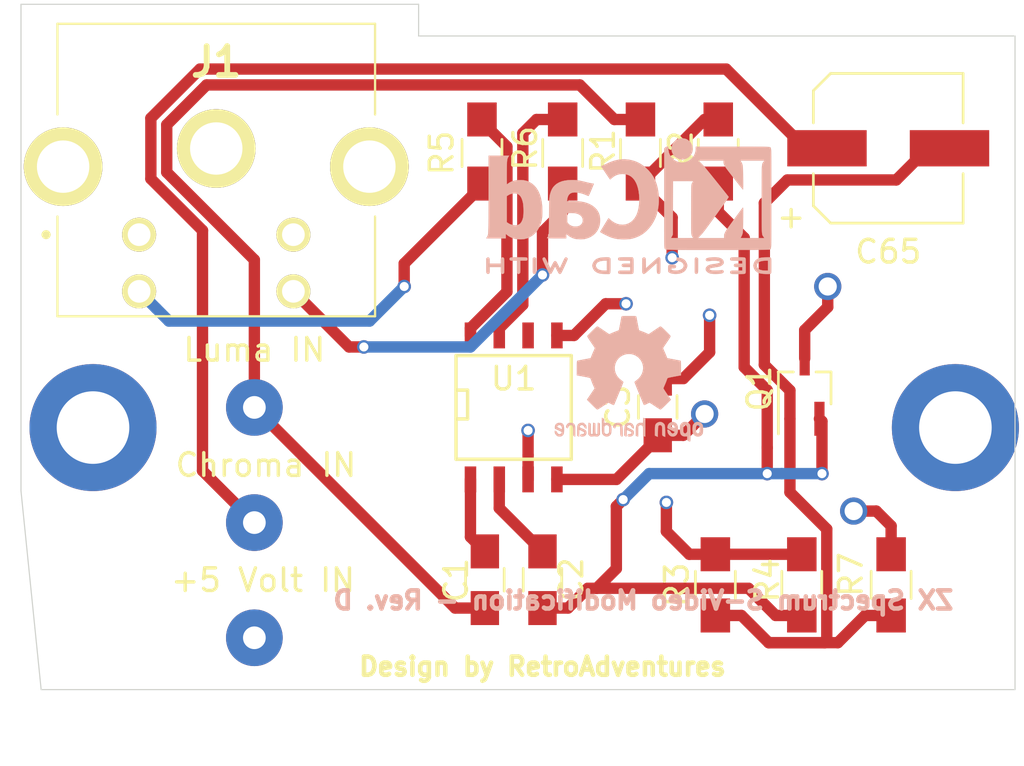
<source format=kicad_pcb>
(kicad_pcb (version 20171130) (host pcbnew "(5.1.4)-1")

  (general
    (thickness 1.6)
    (drawings 11)
    (tracks 133)
    (zones 0)
    (modules 21)
    (nets 14)
  )

  (page A4)
  (layers
    (0 F.Cu signal)
    (1 In1.Cu power)
    (2 In2.Cu power)
    (31 B.Cu signal)
    (32 B.Adhes user)
    (33 F.Adhes user)
    (34 B.Paste user)
    (35 F.Paste user)
    (36 B.SilkS user)
    (37 F.SilkS user)
    (38 B.Mask user)
    (39 F.Mask user)
    (40 Dwgs.User user)
    (41 Cmts.User user)
    (42 Eco1.User user)
    (43 Eco2.User user)
    (44 Edge.Cuts user)
    (45 Margin user)
    (46 B.CrtYd user)
    (47 F.CrtYd user)
    (48 B.Fab user)
    (49 F.Fab user)
  )

  (setup
    (last_trace_width 0.5)
    (user_trace_width 0.5)
    (user_trace_width 0.8)
    (user_trace_width 1.2)
    (trace_clearance 0.2)
    (zone_clearance 0.508)
    (zone_45_only no)
    (trace_min 0.2)
    (via_size 0.6)
    (via_drill 0.4)
    (via_min_size 0.4)
    (via_min_drill 0.3)
    (user_via 1.2 0.8)
    (user_via 5 4)
    (uvia_size 0.3)
    (uvia_drill 0.1)
    (uvias_allowed no)
    (uvia_min_size 0.2)
    (uvia_min_drill 0.1)
    (edge_width 0.1)
    (segment_width 0.2)
    (pcb_text_width 0.3)
    (pcb_text_size 1.5 1.5)
    (mod_edge_width 0.15)
    (mod_text_size 1 1)
    (mod_text_width 0.15)
    (pad_size 1.5 1.3)
    (pad_drill 0)
    (pad_to_mask_clearance 0.051)
    (solder_mask_min_width 0.25)
    (aux_axis_origin 0 0)
    (visible_elements 7FFFFFFF)
    (pcbplotparams
      (layerselection 0x010f0_ffffffff)
      (usegerberextensions false)
      (usegerberattributes false)
      (usegerberadvancedattributes false)
      (creategerberjobfile false)
      (excludeedgelayer true)
      (linewidth 0.150000)
      (plotframeref false)
      (viasonmask false)
      (mode 1)
      (useauxorigin false)
      (hpglpennumber 1)
      (hpglpenspeed 20)
      (hpglpendiameter 15.000000)
      (psnegative false)
      (psa4output false)
      (plotreference true)
      (plotvalue true)
      (plotinvisibletext false)
      (padsonsilk false)
      (subtractmaskfromsilk false)
      (outputformat 1)
      (mirror false)
      (drillshape 0)
      (scaleselection 1)
      (outputdirectory "Gerbers Rev. D/"))
  )

  (net 0 "")
  (net 1 GND)
  (net 2 "Net-(C1-Pad2)")
  (net 3 "Net-(C1-Pad1)")
  (net 4 "Net-(C2-Pad1)")
  (net 5 "Net-(C2-Pad2)")
  (net 6 "Net-(C65-Pad1)")
  (net 7 "Net-(J1-Pad3)")
  (net 8 "Net-(J1-Pad4)")
  (net 9 +5V)
  (net 10 "Net-(R5-Pad1)")
  (net 11 "Net-(R6-Pad1)")
  (net 12 "Net-(U1-Pad6)")
  (net 13 "Net-(C65-Pad2)")

  (net_class Default "Dit is de standaard class."
    (clearance 0.2)
    (trace_width 0.25)
    (via_dia 0.6)
    (via_drill 0.4)
    (uvia_dia 0.3)
    (uvia_drill 0.1)
    (add_net GND)
    (add_net "Net-(C1-Pad1)")
    (add_net "Net-(C1-Pad2)")
    (add_net "Net-(C2-Pad1)")
    (add_net "Net-(C2-Pad2)")
    (add_net "Net-(C65-Pad1)")
    (add_net "Net-(C65-Pad2)")
    (add_net "Net-(J1-Pad3)")
    (add_net "Net-(J1-Pad4)")
    (add_net "Net-(R5-Pad1)")
    (add_net "Net-(R6-Pad1)")
    (add_net "Net-(U1-Pad6)")
  )

  (net_class power ""
    (clearance 0.2)
    (trace_width 0.5)
    (via_dia 1.2)
    (via_drill 0.8)
    (uvia_dia 0.3)
    (uvia_drill 0.1)
    (add_net +5V)
  )

  (module Resistors_SMD:R_0805_HandSoldering (layer F.Cu) (tedit 58E0A804) (tstamp 5FA09CF9)
    (at 174.117 109.427 270)
    (descr "Resistor SMD 0805, hand soldering")
    (tags "resistor 0805")
    (path /5FA13F41)
    (attr smd)
    (fp_text reference R7 (at -0.461 1.778 90) (layer F.SilkS)
      (effects (font (size 1 1) (thickness 0.15)))
    )
    (fp_text value 2K2 (at 0 1.75 90) (layer F.Fab) hide
      (effects (font (size 1 1) (thickness 0.15)))
    )
    (fp_text user %R (at 0 0 90) (layer F.Fab)
      (effects (font (size 0.5 0.5) (thickness 0.075)))
    )
    (fp_line (start -1 0.62) (end -1 -0.62) (layer F.Fab) (width 0.1))
    (fp_line (start 1 0.62) (end -1 0.62) (layer F.Fab) (width 0.1))
    (fp_line (start 1 -0.62) (end 1 0.62) (layer F.Fab) (width 0.1))
    (fp_line (start -1 -0.62) (end 1 -0.62) (layer F.Fab) (width 0.1))
    (fp_line (start 0.6 0.88) (end -0.6 0.88) (layer F.SilkS) (width 0.12))
    (fp_line (start -0.6 -0.88) (end 0.6 -0.88) (layer F.SilkS) (width 0.12))
    (fp_line (start -2.35 -0.9) (end 2.35 -0.9) (layer F.CrtYd) (width 0.05))
    (fp_line (start -2.35 -0.9) (end -2.35 0.9) (layer F.CrtYd) (width 0.05))
    (fp_line (start 2.35 0.9) (end 2.35 -0.9) (layer F.CrtYd) (width 0.05))
    (fp_line (start 2.35 0.9) (end -2.35 0.9) (layer F.CrtYd) (width 0.05))
    (pad 1 smd rect (at -1.35 0 270) (size 1.5 1.3) (layers F.Cu F.Paste F.Mask)
      (net 9 +5V))
    (pad 2 smd rect (at 1.35 0 270) (size 1.5 1.3) (layers F.Cu F.Paste F.Mask)
      (net 13 "Net-(C65-Pad2)"))
    (model ${KISYS3DMOD}/Resistors_SMD.3dshapes/R_0805.wrl
      (at (xyz 0 0 0))
      (scale (xyz 1 1 1))
      (rotate (xyz 0 0 0))
    )
  )

  (module TO_SOT_Packages_SMD:SOT-323_SC-70_Handsoldering (layer F.Cu) (tedit 58CE4E7F) (tstamp 5FA09C36)
    (at 170.307 100.771 90)
    (descr "SOT-323, SC-70 Handsoldering")
    (tags "SOT-323 SC-70 Handsoldering")
    (path /5FA0AC62)
    (attr smd)
    (fp_text reference Q1 (at 0 -2 90) (layer F.SilkS)
      (effects (font (size 1 1) (thickness 0.15)))
    )
    (fp_text value BC847 (at 0.241999 1.722999 90) (layer F.Fab) hide
      (effects (font (size 1 1) (thickness 0.15)))
    )
    (fp_text user %R (at 0.06 0.127) (layer F.Fab)
      (effects (font (size 0.5 0.5) (thickness 0.075)))
    )
    (fp_line (start 0.735 0.5) (end 0.735 1.16) (layer F.SilkS) (width 0.12))
    (fp_line (start 0.735 -1.17) (end 0.735 -0.5) (layer F.SilkS) (width 0.12))
    (fp_line (start 2.4 1.3) (end -2.4 1.3) (layer F.CrtYd) (width 0.05))
    (fp_line (start 2.4 -1.3) (end 2.4 1.3) (layer F.CrtYd) (width 0.05))
    (fp_line (start -2.4 -1.3) (end 2.4 -1.3) (layer F.CrtYd) (width 0.05))
    (fp_line (start -2.4 1.3) (end -2.4 -1.3) (layer F.CrtYd) (width 0.05))
    (fp_line (start 0.735 -1.16) (end -2 -1.16) (layer F.SilkS) (width 0.12))
    (fp_line (start -0.675 1.16) (end 0.735 1.16) (layer F.SilkS) (width 0.12))
    (fp_line (start 0.675 -1.1) (end -0.175 -1.1) (layer F.Fab) (width 0.1))
    (fp_line (start -0.675 -0.6) (end -0.675 1.1) (layer F.Fab) (width 0.1))
    (fp_line (start 0.675 -1.1) (end 0.675 1.1) (layer F.Fab) (width 0.1))
    (fp_line (start 0.675 1.1) (end -0.675 1.1) (layer F.Fab) (width 0.1))
    (fp_line (start -0.175 -1.1) (end -0.675 -0.6) (layer F.Fab) (width 0.1))
    (pad 1 smd rect (at -1.33 -0.65) (size 0.45 1.5) (layers F.Cu F.Paste F.Mask)
      (net 13 "Net-(C65-Pad2)"))
    (pad 2 smd rect (at -1.33 0.65) (size 0.45 1.5) (layers F.Cu F.Paste F.Mask)
      (net 5 "Net-(C2-Pad2)"))
    (pad 3 smd rect (at 1.33 0) (size 0.45 1.5) (layers F.Cu F.Paste F.Mask)
      (net 9 +5V))
    (model ${KISYS3DMOD}/TO_SOT_Packages_SMD.3dshapes/SOT-323_SC-70.wrl
      (at (xyz 0 0 0))
      (scale (xyz 1 1 1))
      (rotate (xyz 0 0 0))
    )
  )

  (module Resistors_SMD:R_0805_HandSoldering (layer F.Cu) (tedit 5FA1D470) (tstamp 5F9758A8)
    (at 166.497 90.377 90)
    (descr "Resistor SMD 0805, hand soldering")
    (tags "resistor 0805")
    (path /5F978C1A)
    (attr smd)
    (fp_text reference R2 (at 0 -1.651 90) (layer F.SilkS)
      (effects (font (size 1 1) (thickness 0.15)))
    )
    (fp_text value 1K (at 0 1.75 90) (layer F.Fab) hide
      (effects (font (size 1 1) (thickness 0.15)))
    )
    (fp_text user %R (at 0 0 90) (layer F.Fab)
      (effects (font (size 0.5 0.5) (thickness 0.075)))
    )
    (fp_line (start -1 0.62) (end -1 -0.62) (layer F.Fab) (width 0.1))
    (fp_line (start 1 0.62) (end -1 0.62) (layer F.Fab) (width 0.1))
    (fp_line (start 1 -0.62) (end 1 0.62) (layer F.Fab) (width 0.1))
    (fp_line (start -1 -0.62) (end 1 -0.62) (layer F.Fab) (width 0.1))
    (fp_line (start 0.6 0.88) (end -0.6 0.88) (layer F.SilkS) (width 0.12))
    (fp_line (start -0.6 -0.88) (end 0.6 -0.88) (layer F.SilkS) (width 0.12))
    (fp_line (start -2.35 -0.9) (end 2.35 -0.9) (layer F.CrtYd) (width 0.05))
    (fp_line (start -2.35 -0.9) (end -2.35 0.9) (layer F.CrtYd) (width 0.05))
    (fp_line (start 2.35 0.9) (end 2.35 -0.9) (layer F.CrtYd) (width 0.05))
    (fp_line (start 2.35 0.9) (end -2.35 0.9) (layer F.CrtYd) (width 0.05))
    (pad 1 smd rect (at -1.35 0 90) (size 1.5 1.3) (layers F.Cu F.Paste F.Mask)
      (net 5 "Net-(C2-Pad2)"))
    (pad 2 smd rect (at 1.477 0 90) (size 1.5 1.3) (layers F.Cu F.Paste F.Mask)
      (net 1 GND))
    (model ${KISYS3DMOD}/Resistors_SMD.3dshapes/R_0805.wrl
      (at (xyz 0 0 0))
      (scale (xyz 1 1 1))
      (rotate (xyz 0 0 0))
    )
  )

  (module Resistors_SMD:R_0805_HandSoldering (layer F.Cu) (tedit 5FA1D460) (tstamp 5F9758A5)
    (at 163.068 90.377 270)
    (descr "Resistor SMD 0805, hand soldering")
    (tags "resistor 0805")
    (path /5F9760AA)
    (attr smd)
    (fp_text reference R1 (at -0.08 1.651 90) (layer F.SilkS)
      (effects (font (size 1 1) (thickness 0.15)))
    )
    (fp_text value 1K (at 0 1.75 90) (layer F.Fab) hide
      (effects (font (size 1 1) (thickness 0.15)))
    )
    (fp_text user %R (at 0 0 90) (layer F.Fab)
      (effects (font (size 0.5 0.5) (thickness 0.075)))
    )
    (fp_line (start -1 0.62) (end -1 -0.62) (layer F.Fab) (width 0.1))
    (fp_line (start 1 0.62) (end -1 0.62) (layer F.Fab) (width 0.1))
    (fp_line (start 1 -0.62) (end 1 0.62) (layer F.Fab) (width 0.1))
    (fp_line (start -1 -0.62) (end 1 -0.62) (layer F.Fab) (width 0.1))
    (fp_line (start 0.6 0.88) (end -0.6 0.88) (layer F.SilkS) (width 0.12))
    (fp_line (start -0.6 -0.88) (end 0.6 -0.88) (layer F.SilkS) (width 0.12))
    (fp_line (start -2.35 -0.9) (end 2.35 -0.9) (layer F.CrtYd) (width 0.05))
    (fp_line (start -2.35 -0.9) (end -2.35 0.9) (layer F.CrtYd) (width 0.05))
    (fp_line (start 2.35 0.9) (end 2.35 -0.9) (layer F.CrtYd) (width 0.05))
    (fp_line (start 2.35 0.9) (end -2.35 0.9) (layer F.CrtYd) (width 0.05))
    (pad 1 smd rect (at -1.477 0 270) (size 1.5 1.3) (layers F.Cu F.Paste F.Mask)
      (net 2 "Net-(C1-Pad2)"))
    (pad 2 smd rect (at 1.35 0 270) (size 1.5 1.3) (layers F.Cu F.Paste F.Mask)
      (net 1 GND))
    (model ${KISYS3DMOD}/Resistors_SMD.3dshapes/R_0805.wrl
      (at (xyz 0 0 0))
      (scale (xyz 1 1 1))
      (rotate (xyz 0 0 0))
    )
  )

  (module Capacitors_SMD:C_0805_HandSoldering (layer F.Cu) (tedit 58AA84A8) (tstamp 5F9757FC)
    (at 158.75 109.2 270)
    (descr "Capacitor SMD 0805, hand soldering")
    (tags "capacitor 0805")
    (path /5F9772D7)
    (attr smd)
    (fp_text reference C2 (at 0 -1.27 90) (layer F.SilkS)
      (effects (font (size 1 1) (thickness 0.15)))
    )
    (fp_text value 0.1uF (at 0 1.75 90) (layer F.Fab) hide
      (effects (font (size 1 1) (thickness 0.15)))
    )
    (fp_text user %R (at 0 -1.75 90) (layer F.Fab) hide
      (effects (font (size 1 1) (thickness 0.15)))
    )
    (fp_line (start -1 0.62) (end -1 -0.62) (layer F.Fab) (width 0.1))
    (fp_line (start 1 0.62) (end -1 0.62) (layer F.Fab) (width 0.1))
    (fp_line (start 1 -0.62) (end 1 0.62) (layer F.Fab) (width 0.1))
    (fp_line (start -1 -0.62) (end 1 -0.62) (layer F.Fab) (width 0.1))
    (fp_line (start 0.5 -0.85) (end -0.5 -0.85) (layer F.SilkS) (width 0.12))
    (fp_line (start -0.5 0.85) (end 0.5 0.85) (layer F.SilkS) (width 0.12))
    (fp_line (start -2.25 -0.88) (end 2.25 -0.88) (layer F.CrtYd) (width 0.05))
    (fp_line (start -2.25 -0.88) (end -2.25 0.87) (layer F.CrtYd) (width 0.05))
    (fp_line (start 2.25 0.87) (end 2.25 -0.88) (layer F.CrtYd) (width 0.05))
    (fp_line (start 2.25 0.87) (end -2.25 0.87) (layer F.CrtYd) (width 0.05))
    (pad 1 smd rect (at -1.25 0 270) (size 1.5 1.25) (layers F.Cu F.Paste F.Mask)
      (net 4 "Net-(C2-Pad1)"))
    (pad 2 smd rect (at 1.25 0 270) (size 1.5 1.25) (layers F.Cu F.Paste F.Mask)
      (net 5 "Net-(C2-Pad2)"))
    (model Capacitors_SMD.3dshapes/C_0805.wrl
      (at (xyz 0 0 0))
      (scale (xyz 1 1 1))
      (rotate (xyz 0 0 0))
    )
  )

  (module Capacitors_SMD:C_0805_HandSoldering (layer F.Cu) (tedit 58AA84A8) (tstamp 5F9757F9)
    (at 156.21 109.2 270)
    (descr "Capacitor SMD 0805, hand soldering")
    (tags "capacitor 0805")
    (path /5F974A82)
    (attr smd)
    (fp_text reference C1 (at 0.02 1.27 90) (layer F.SilkS)
      (effects (font (size 1 1) (thickness 0.15)))
    )
    (fp_text value 0.1uF (at 0 1.75 90) (layer F.Fab) hide
      (effects (font (size 1 1) (thickness 0.15)))
    )
    (fp_text user %R (at 0 -1.75 90) (layer F.Fab) hide
      (effects (font (size 1 1) (thickness 0.15)))
    )
    (fp_line (start -1 0.62) (end -1 -0.62) (layer F.Fab) (width 0.1))
    (fp_line (start 1 0.62) (end -1 0.62) (layer F.Fab) (width 0.1))
    (fp_line (start 1 -0.62) (end 1 0.62) (layer F.Fab) (width 0.1))
    (fp_line (start -1 -0.62) (end 1 -0.62) (layer F.Fab) (width 0.1))
    (fp_line (start 0.5 -0.85) (end -0.5 -0.85) (layer F.SilkS) (width 0.12))
    (fp_line (start -0.5 0.85) (end 0.5 0.85) (layer F.SilkS) (width 0.12))
    (fp_line (start -2.25 -0.88) (end 2.25 -0.88) (layer F.CrtYd) (width 0.05))
    (fp_line (start -2.25 -0.88) (end -2.25 0.87) (layer F.CrtYd) (width 0.05))
    (fp_line (start 2.25 0.87) (end 2.25 -0.88) (layer F.CrtYd) (width 0.05))
    (fp_line (start 2.25 0.87) (end -2.25 0.87) (layer F.CrtYd) (width 0.05))
    (pad 1 smd rect (at -1.25 0 270) (size 1.5 1.25) (layers F.Cu F.Paste F.Mask)
      (net 3 "Net-(C1-Pad1)"))
    (pad 2 smd rect (at 1.25 0 270) (size 1.5 1.25) (layers F.Cu F.Paste F.Mask)
      (net 2 "Net-(C1-Pad2)"))
    (model Capacitors_SMD.3dshapes/C_0805.wrl
      (at (xyz 0 0 0))
      (scale (xyz 1 1 1))
      (rotate (xyz 0 0 0))
    )
  )

  (module Symbols:KiCad-Logo2_6mm_SilkScreen (layer B.Cu) (tedit 0) (tstamp 5F8E1904)
    (at 162.56 92.71 180)
    (descr "KiCad Logo")
    (tags "Logo KiCad")
    (attr virtual)
    (fp_text reference "KiCad Logo" (at 0 0) (layer B.SilkS) hide
      (effects (font (size 1 1) (thickness 0.15)) (justify mirror))
    )
    (fp_text value KiCad-Logo2_6mm_SilkScreen (at 0.75 0) (layer B.Fab) hide
      (effects (font (size 1 1) (thickness 0.15)) (justify mirror))
    )
    (fp_poly (pts (xy -6.121371 -2.269066) (xy -6.081889 -2.269467) (xy -5.9662 -2.272259) (xy -5.869311 -2.28055)
      (xy -5.787919 -2.295232) (xy -5.718723 -2.317193) (xy -5.65842 -2.347322) (xy -5.603708 -2.38651)
      (xy -5.584167 -2.403532) (xy -5.55175 -2.443363) (xy -5.52252 -2.497413) (xy -5.499991 -2.557323)
      (xy -5.487679 -2.614739) (xy -5.4864 -2.635956) (xy -5.494417 -2.694769) (xy -5.515899 -2.759013)
      (xy -5.546999 -2.819821) (xy -5.583866 -2.86833) (xy -5.589854 -2.874182) (xy -5.640579 -2.915321)
      (xy -5.696125 -2.947435) (xy -5.759696 -2.971365) (xy -5.834494 -2.987953) (xy -5.923722 -2.998041)
      (xy -6.030582 -3.002469) (xy -6.079528 -3.002845) (xy -6.141762 -3.002545) (xy -6.185528 -3.001292)
      (xy -6.214931 -2.998554) (xy -6.234079 -2.993801) (xy -6.247077 -2.986501) (xy -6.254045 -2.980267)
      (xy -6.260626 -2.972694) (xy -6.265788 -2.962924) (xy -6.269703 -2.94834) (xy -6.272543 -2.926326)
      (xy -6.27448 -2.894264) (xy -6.275684 -2.849536) (xy -6.276328 -2.789526) (xy -6.276583 -2.711617)
      (xy -6.276622 -2.635956) (xy -6.27687 -2.535041) (xy -6.276817 -2.454427) (xy -6.275857 -2.415822)
      (xy -6.129867 -2.415822) (xy -6.129867 -2.856089) (xy -6.036734 -2.856004) (xy -5.980693 -2.854396)
      (xy -5.921999 -2.850256) (xy -5.873028 -2.844464) (xy -5.871538 -2.844226) (xy -5.792392 -2.82509)
      (xy -5.731002 -2.795287) (xy -5.684305 -2.752878) (xy -5.654635 -2.706961) (xy -5.636353 -2.656026)
      (xy -5.637771 -2.6082) (xy -5.658988 -2.556933) (xy -5.700489 -2.503899) (xy -5.757998 -2.4646)
      (xy -5.83275 -2.438331) (xy -5.882708 -2.429035) (xy -5.939416 -2.422507) (xy -5.999519 -2.417782)
      (xy -6.050639 -2.415817) (xy -6.053667 -2.415808) (xy -6.129867 -2.415822) (xy -6.275857 -2.415822)
      (xy -6.27526 -2.391851) (xy -6.270998 -2.345055) (xy -6.26283 -2.311778) (xy -6.249556 -2.289759)
      (xy -6.229974 -2.276739) (xy -6.202883 -2.270457) (xy -6.167082 -2.268653) (xy -6.121371 -2.269066)) (layer B.SilkS) (width 0.01))
    (fp_poly (pts (xy -4.712794 -2.269146) (xy -4.643386 -2.269518) (xy -4.590997 -2.270385) (xy -4.552847 -2.271946)
      (xy -4.526159 -2.274403) (xy -4.508153 -2.277957) (xy -4.496049 -2.28281) (xy -4.487069 -2.289161)
      (xy -4.483818 -2.292084) (xy -4.464043 -2.323142) (xy -4.460482 -2.358828) (xy -4.473491 -2.39051)
      (xy -4.479506 -2.396913) (xy -4.489235 -2.403121) (xy -4.504901 -2.40791) (xy -4.529408 -2.411514)
      (xy -4.565661 -2.414164) (xy -4.616565 -2.416095) (xy -4.685026 -2.417539) (xy -4.747617 -2.418418)
      (xy -4.995334 -2.421467) (xy -4.998719 -2.486378) (xy -5.002105 -2.551289) (xy -4.833958 -2.551289)
      (xy -4.760959 -2.551919) (xy -4.707517 -2.554553) (xy -4.670628 -2.560309) (xy -4.647288 -2.570304)
      (xy -4.634494 -2.585656) (xy -4.629242 -2.607482) (xy -4.628445 -2.627738) (xy -4.630923 -2.652592)
      (xy -4.640277 -2.670906) (xy -4.659383 -2.683637) (xy -4.691118 -2.691741) (xy -4.738359 -2.696176)
      (xy -4.803983 -2.697899) (xy -4.839801 -2.698045) (xy -5.000978 -2.698045) (xy -5.000978 -2.856089)
      (xy -4.752622 -2.856089) (xy -4.671213 -2.856202) (xy -4.609342 -2.856712) (xy -4.563968 -2.85787)
      (xy -4.532054 -2.85993) (xy -4.510559 -2.863146) (xy -4.496443 -2.867772) (xy -4.486668 -2.874059)
      (xy -4.481689 -2.878667) (xy -4.46461 -2.90556) (xy -4.459111 -2.929467) (xy -4.466963 -2.958667)
      (xy -4.481689 -2.980267) (xy -4.489546 -2.987066) (xy -4.499688 -2.992346) (xy -4.514844 -2.996298)
      (xy -4.537741 -2.999113) (xy -4.571109 -3.000982) (xy -4.617675 -3.002098) (xy -4.680167 -3.002651)
      (xy -4.761314 -3.002833) (xy -4.803422 -3.002845) (xy -4.893598 -3.002765) (xy -4.963924 -3.002398)
      (xy -5.017129 -3.001552) (xy -5.05594 -3.000036) (xy -5.083087 -2.997659) (xy -5.101298 -2.994229)
      (xy -5.1133 -2.989554) (xy -5.121822 -2.983444) (xy -5.125156 -2.980267) (xy -5.131755 -2.97267)
      (xy -5.136927 -2.96287) (xy -5.140846 -2.948239) (xy -5.143684 -2.926152) (xy -5.145615 -2.893982)
      (xy -5.146812 -2.849103) (xy -5.147448 -2.788889) (xy -5.147697 -2.710713) (xy -5.147734 -2.637923)
      (xy -5.1477 -2.544707) (xy -5.147465 -2.471431) (xy -5.14683 -2.415458) (xy -5.145594 -2.374151)
      (xy -5.143556 -2.344872) (xy -5.140517 -2.324984) (xy -5.136277 -2.31185) (xy -5.130635 -2.302832)
      (xy -5.123391 -2.295293) (xy -5.121606 -2.293612) (xy -5.112945 -2.286172) (xy -5.102882 -2.280409)
      (xy -5.088625 -2.276112) (xy -5.067383 -2.273064) (xy -5.036364 -2.271051) (xy -4.992777 -2.26986)
      (xy -4.933831 -2.269275) (xy -4.856734 -2.269083) (xy -4.802001 -2.269067) (xy -4.712794 -2.269146)) (layer B.SilkS) (width 0.01))
    (fp_poly (pts (xy -3.691703 -2.270351) (xy -3.616888 -2.275581) (xy -3.547306 -2.28375) (xy -3.487002 -2.29455)
      (xy -3.44002 -2.307673) (xy -3.410406 -2.322813) (xy -3.40586 -2.327269) (xy -3.390054 -2.36185)
      (xy -3.394847 -2.397351) (xy -3.419364 -2.427725) (xy -3.420534 -2.428596) (xy -3.434954 -2.437954)
      (xy -3.450008 -2.442876) (xy -3.471005 -2.443473) (xy -3.503257 -2.439861) (xy -3.552073 -2.432154)
      (xy -3.556 -2.431505) (xy -3.628739 -2.422569) (xy -3.707217 -2.418161) (xy -3.785927 -2.418119)
      (xy -3.859361 -2.422279) (xy -3.922011 -2.430479) (xy -3.96837 -2.442557) (xy -3.971416 -2.443771)
      (xy -4.005048 -2.462615) (xy -4.016864 -2.481685) (xy -4.007614 -2.500439) (xy -3.978047 -2.518337)
      (xy -3.928911 -2.534837) (xy -3.860957 -2.549396) (xy -3.815645 -2.556406) (xy -3.721456 -2.569889)
      (xy -3.646544 -2.582214) (xy -3.587717 -2.594449) (xy -3.541785 -2.607661) (xy -3.505555 -2.622917)
      (xy -3.475838 -2.641285) (xy -3.449442 -2.663831) (xy -3.42823 -2.685971) (xy -3.403065 -2.716819)
      (xy -3.390681 -2.743345) (xy -3.386808 -2.776026) (xy -3.386667 -2.787995) (xy -3.389576 -2.827712)
      (xy -3.401202 -2.857259) (xy -3.421323 -2.883486) (xy -3.462216 -2.923576) (xy -3.507817 -2.954149)
      (xy -3.561513 -2.976203) (xy -3.626692 -2.990735) (xy -3.706744 -2.998741) (xy -3.805057 -3.001218)
      (xy -3.821289 -3.001177) (xy -3.886849 -2.999818) (xy -3.951866 -2.99673) (xy -4.009252 -2.992356)
      (xy -4.051922 -2.98714) (xy -4.055372 -2.986541) (xy -4.097796 -2.976491) (xy -4.13378 -2.963796)
      (xy -4.15415 -2.95219) (xy -4.173107 -2.921572) (xy -4.174427 -2.885918) (xy -4.158085 -2.854144)
      (xy -4.154429 -2.850551) (xy -4.139315 -2.839876) (xy -4.120415 -2.835276) (xy -4.091162 -2.836059)
      (xy -4.055651 -2.840127) (xy -4.01597 -2.843762) (xy -3.960345 -2.846828) (xy -3.895406 -2.849053)
      (xy -3.827785 -2.850164) (xy -3.81 -2.850237) (xy -3.742128 -2.849964) (xy -3.692454 -2.848646)
      (xy -3.65661 -2.845827) (xy -3.630224 -2.84105) (xy -3.608926 -2.833857) (xy -3.596126 -2.827867)
      (xy -3.568 -2.811233) (xy -3.550068 -2.796168) (xy -3.547447 -2.791897) (xy -3.552976 -2.774263)
      (xy -3.57926 -2.757192) (xy -3.624478 -2.741458) (xy -3.686808 -2.727838) (xy -3.705171 -2.724804)
      (xy -3.80109 -2.709738) (xy -3.877641 -2.697146) (xy -3.93778 -2.686111) (xy -3.98446 -2.67572)
      (xy -4.020637 -2.665056) (xy -4.049265 -2.653205) (xy -4.073298 -2.639251) (xy -4.095692 -2.622281)
      (xy -4.119402 -2.601378) (xy -4.12738 -2.594049) (xy -4.155353 -2.566699) (xy -4.17016 -2.545029)
      (xy -4.175952 -2.520232) (xy -4.176889 -2.488983) (xy -4.166575 -2.427705) (xy -4.135752 -2.37564)
      (xy -4.084595 -2.332958) (xy -4.013283 -2.299825) (xy -3.9624 -2.284964) (xy -3.9071 -2.275366)
      (xy -3.840853 -2.269936) (xy -3.767706 -2.268367) (xy -3.691703 -2.270351)) (layer B.SilkS) (width 0.01))
    (fp_poly (pts (xy -2.923822 -2.291645) (xy -2.917242 -2.299218) (xy -2.912079 -2.308987) (xy -2.908164 -2.323571)
      (xy -2.905324 -2.345585) (xy -2.903387 -2.377648) (xy -2.902183 -2.422375) (xy -2.901539 -2.482385)
      (xy -2.901284 -2.560294) (xy -2.901245 -2.635956) (xy -2.901314 -2.729802) (xy -2.901638 -2.803689)
      (xy -2.902386 -2.860232) (xy -2.903732 -2.902049) (xy -2.905846 -2.931757) (xy -2.9089 -2.951973)
      (xy -2.913066 -2.965314) (xy -2.918516 -2.974398) (xy -2.923822 -2.980267) (xy -2.956826 -2.999947)
      (xy -2.991991 -2.998181) (xy -3.023455 -2.976717) (xy -3.030684 -2.968337) (xy -3.036334 -2.958614)
      (xy -3.040599 -2.944861) (xy -3.043673 -2.924389) (xy -3.045752 -2.894512) (xy -3.04703 -2.852541)
      (xy -3.047701 -2.795789) (xy -3.047959 -2.721567) (xy -3.048 -2.637537) (xy -3.048 -2.324485)
      (xy -3.020291 -2.296776) (xy -2.986137 -2.273463) (xy -2.953006 -2.272623) (xy -2.923822 -2.291645)) (layer B.SilkS) (width 0.01))
    (fp_poly (pts (xy -1.950081 -2.274599) (xy -1.881565 -2.286095) (xy -1.828943 -2.303967) (xy -1.794708 -2.327499)
      (xy -1.785379 -2.340924) (xy -1.775893 -2.372148) (xy -1.782277 -2.400395) (xy -1.80243 -2.427182)
      (xy -1.833745 -2.439713) (xy -1.879183 -2.438696) (xy -1.914326 -2.431906) (xy -1.992419 -2.418971)
      (xy -2.072226 -2.417742) (xy -2.161555 -2.428241) (xy -2.186229 -2.43269) (xy -2.269291 -2.456108)
      (xy -2.334273 -2.490945) (xy -2.380461 -2.536604) (xy -2.407145 -2.592494) (xy -2.412663 -2.621388)
      (xy -2.409051 -2.680012) (xy -2.385729 -2.731879) (xy -2.344824 -2.775978) (xy -2.288459 -2.811299)
      (xy -2.21876 -2.836829) (xy -2.137852 -2.851559) (xy -2.04786 -2.854478) (xy -1.95091 -2.844575)
      (xy -1.945436 -2.843641) (xy -1.906875 -2.836459) (xy -1.885494 -2.829521) (xy -1.876227 -2.819227)
      (xy -1.874006 -2.801976) (xy -1.873956 -2.792841) (xy -1.873956 -2.754489) (xy -1.942431 -2.754489)
      (xy -2.0029 -2.750347) (xy -2.044165 -2.737147) (xy -2.068175 -2.71373) (xy -2.076877 -2.678936)
      (xy -2.076983 -2.674394) (xy -2.071892 -2.644654) (xy -2.054433 -2.623419) (xy -2.021939 -2.609366)
      (xy -1.971743 -2.601173) (xy -1.923123 -2.598161) (xy -1.852456 -2.596433) (xy -1.801198 -2.59907)
      (xy -1.766239 -2.6088) (xy -1.74447 -2.628353) (xy -1.73278 -2.660456) (xy -1.72806 -2.707838)
      (xy -1.7272 -2.770071) (xy -1.728609 -2.839535) (xy -1.732848 -2.886786) (xy -1.739936 -2.912012)
      (xy -1.741311 -2.913988) (xy -1.780228 -2.945508) (xy -1.837286 -2.97047) (xy -1.908869 -2.98834)
      (xy -1.991358 -2.998586) (xy -2.081139 -3.000673) (xy -2.174592 -2.994068) (xy -2.229556 -2.985956)
      (xy -2.315766 -2.961554) (xy -2.395892 -2.921662) (xy -2.462977 -2.869887) (xy -2.473173 -2.859539)
      (xy -2.506302 -2.816035) (xy -2.536194 -2.762118) (xy -2.559357 -2.705592) (xy -2.572298 -2.654259)
      (xy -2.573858 -2.634544) (xy -2.567218 -2.593419) (xy -2.549568 -2.542252) (xy -2.524297 -2.488394)
      (xy -2.494789 -2.439195) (xy -2.468719 -2.406334) (xy -2.407765 -2.357452) (xy -2.328969 -2.318545)
      (xy -2.235157 -2.290494) (xy -2.12915 -2.274179) (xy -2.032 -2.270192) (xy -1.950081 -2.274599)) (layer B.SilkS) (width 0.01))
    (fp_poly (pts (xy -1.300114 -2.273448) (xy -1.276548 -2.287273) (xy -1.245735 -2.309881) (xy -1.206078 -2.342338)
      (xy -1.15598 -2.385708) (xy -1.093843 -2.441058) (xy -1.018072 -2.509451) (xy -0.931334 -2.588084)
      (xy -0.750711 -2.751878) (xy -0.745067 -2.532029) (xy -0.743029 -2.456351) (xy -0.741063 -2.399994)
      (xy -0.738734 -2.359706) (xy -0.735606 -2.332235) (xy -0.731245 -2.314329) (xy -0.725216 -2.302737)
      (xy -0.717084 -2.294208) (xy -0.712772 -2.290623) (xy -0.678241 -2.27167) (xy -0.645383 -2.274441)
      (xy -0.619318 -2.290633) (xy -0.592667 -2.312199) (xy -0.589352 -2.627151) (xy -0.588435 -2.719779)
      (xy -0.587968 -2.792544) (xy -0.588113 -2.848161) (xy -0.589032 -2.889342) (xy -0.590887 -2.918803)
      (xy -0.593839 -2.939255) (xy -0.59805 -2.953413) (xy -0.603682 -2.963991) (xy -0.609927 -2.972474)
      (xy -0.623439 -2.988207) (xy -0.636883 -2.998636) (xy -0.652124 -3.002639) (xy -0.671026 -2.999094)
      (xy -0.695455 -2.986879) (xy -0.727273 -2.964871) (xy -0.768348 -2.931949) (xy -0.820542 -2.886991)
      (xy -0.885722 -2.828875) (xy -0.959556 -2.762099) (xy -1.224845 -2.521458) (xy -1.230489 -2.740589)
      (xy -1.232531 -2.816128) (xy -1.234502 -2.872354) (xy -1.236839 -2.912524) (xy -1.239981 -2.939896)
      (xy -1.244364 -2.957728) (xy -1.250424 -2.969279) (xy -1.2586 -2.977807) (xy -1.262784 -2.981282)
      (xy -1.299765 -3.000372) (xy -1.334708 -2.997493) (xy -1.365136 -2.9731) (xy -1.372097 -2.963286)
      (xy -1.377523 -2.951826) (xy -1.381603 -2.935968) (xy -1.384529 -2.912963) (xy -1.386492 -2.880062)
      (xy -1.387683 -2.834516) (xy -1.388292 -2.773573) (xy -1.388511 -2.694486) (xy -1.388534 -2.635956)
      (xy -1.38846 -2.544407) (xy -1.388113 -2.472687) (xy -1.387301 -2.418045) (xy -1.385833 -2.377732)
      (xy -1.383519 -2.348998) (xy -1.380167 -2.329093) (xy -1.375588 -2.315268) (xy -1.369589 -2.304772)
      (xy -1.365136 -2.298811) (xy -1.35385 -2.284691) (xy -1.343301 -2.274029) (xy -1.331893 -2.267892)
      (xy -1.31803 -2.267343) (xy -1.300114 -2.273448)) (layer B.SilkS) (width 0.01))
    (fp_poly (pts (xy 0.230343 -2.26926) (xy 0.306701 -2.270174) (xy 0.365217 -2.272311) (xy 0.408255 -2.276175)
      (xy 0.438183 -2.282267) (xy 0.457368 -2.29109) (xy 0.468176 -2.303146) (xy 0.472973 -2.318939)
      (xy 0.474127 -2.33897) (xy 0.474133 -2.341335) (xy 0.473131 -2.363992) (xy 0.468396 -2.381503)
      (xy 0.457333 -2.394574) (xy 0.437348 -2.403913) (xy 0.405846 -2.410227) (xy 0.360232 -2.414222)
      (xy 0.297913 -2.416606) (xy 0.216293 -2.418086) (xy 0.191277 -2.418414) (xy -0.0508 -2.421467)
      (xy -0.054186 -2.486378) (xy -0.057571 -2.551289) (xy 0.110576 -2.551289) (xy 0.176266 -2.551531)
      (xy 0.223172 -2.552556) (xy 0.255083 -2.554811) (xy 0.275791 -2.558742) (xy 0.289084 -2.564798)
      (xy 0.298755 -2.573424) (xy 0.298817 -2.573493) (xy 0.316356 -2.607112) (xy 0.315722 -2.643448)
      (xy 0.297314 -2.674423) (xy 0.293671 -2.677607) (xy 0.280741 -2.685812) (xy 0.263024 -2.691521)
      (xy 0.23657 -2.695162) (xy 0.197432 -2.697167) (xy 0.141662 -2.697964) (xy 0.105994 -2.698045)
      (xy -0.056445 -2.698045) (xy -0.056445 -2.856089) (xy 0.190161 -2.856089) (xy 0.27158 -2.856231)
      (xy 0.33341 -2.856814) (xy 0.378637 -2.858068) (xy 0.410248 -2.860227) (xy 0.431231 -2.863523)
      (xy 0.444573 -2.868189) (xy 0.453261 -2.874457) (xy 0.45545 -2.876733) (xy 0.471614 -2.90828)
      (xy 0.472797 -2.944168) (xy 0.459536 -2.975285) (xy 0.449043 -2.985271) (xy 0.438129 -2.990769)
      (xy 0.421217 -2.995022) (xy 0.395633 -2.99818) (xy 0.358701 -3.000392) (xy 0.307746 -3.001806)
      (xy 0.240094 -3.002572) (xy 0.153069 -3.002838) (xy 0.133394 -3.002845) (xy 0.044911 -3.002787)
      (xy -0.023773 -3.002467) (xy -0.075436 -3.001667) (xy -0.112855 -3.000167) (xy -0.13881 -2.997749)
      (xy -0.156078 -2.994194) (xy -0.167438 -2.989282) (xy -0.175668 -2.982795) (xy -0.180183 -2.978138)
      (xy -0.186979 -2.969889) (xy -0.192288 -2.959669) (xy -0.196294 -2.9448) (xy -0.199179 -2.922602)
      (xy -0.201126 -2.890393) (xy -0.202319 -2.845496) (xy -0.202939 -2.785228) (xy -0.203171 -2.706911)
      (xy -0.2032 -2.640994) (xy -0.203129 -2.548628) (xy -0.202792 -2.476117) (xy -0.202002 -2.420737)
      (xy -0.200574 -2.379765) (xy -0.198321 -2.350478) (xy -0.195057 -2.330153) (xy -0.190596 -2.316066)
      (xy -0.184752 -2.305495) (xy -0.179803 -2.298811) (xy -0.156406 -2.269067) (xy 0.133774 -2.269067)
      (xy 0.230343 -2.26926)) (layer B.SilkS) (width 0.01))
    (fp_poly (pts (xy 1.018309 -2.269275) (xy 1.147288 -2.273636) (xy 1.256991 -2.286861) (xy 1.349226 -2.309741)
      (xy 1.425802 -2.34307) (xy 1.488527 -2.387638) (xy 1.539212 -2.444236) (xy 1.579663 -2.513658)
      (xy 1.580459 -2.515351) (xy 1.604601 -2.577483) (xy 1.613203 -2.632509) (xy 1.606231 -2.687887)
      (xy 1.583654 -2.751073) (xy 1.579372 -2.760689) (xy 1.550172 -2.816966) (xy 1.517356 -2.860451)
      (xy 1.475002 -2.897417) (xy 1.41719 -2.934135) (xy 1.413831 -2.936052) (xy 1.363504 -2.960227)
      (xy 1.306621 -2.978282) (xy 1.239527 -2.990839) (xy 1.158565 -2.998522) (xy 1.060082 -3.001953)
      (xy 1.025286 -3.002251) (xy 0.859594 -3.002845) (xy 0.836197 -2.9731) (xy 0.829257 -2.963319)
      (xy 0.823842 -2.951897) (xy 0.819765 -2.936095) (xy 0.816837 -2.913175) (xy 0.814867 -2.880396)
      (xy 0.814225 -2.856089) (xy 0.970844 -2.856089) (xy 1.064726 -2.856089) (xy 1.119664 -2.854483)
      (xy 1.17606 -2.850255) (xy 1.222345 -2.844292) (xy 1.225139 -2.84379) (xy 1.307348 -2.821736)
      (xy 1.371114 -2.7886) (xy 1.418452 -2.742847) (xy 1.451382 -2.682939) (xy 1.457108 -2.667061)
      (xy 1.462721 -2.642333) (xy 1.460291 -2.617902) (xy 1.448467 -2.5854) (xy 1.44134 -2.569434)
      (xy 1.418 -2.527006) (xy 1.38988 -2.49724) (xy 1.35894 -2.476511) (xy 1.296966 -2.449537)
      (xy 1.217651 -2.429998) (xy 1.125253 -2.418746) (xy 1.058333 -2.41627) (xy 0.970844 -2.415822)
      (xy 0.970844 -2.856089) (xy 0.814225 -2.856089) (xy 0.813668 -2.835021) (xy 0.81305 -2.774311)
      (xy 0.812825 -2.695526) (xy 0.8128 -2.63392) (xy 0.8128 -2.324485) (xy 0.840509 -2.296776)
      (xy 0.852806 -2.285544) (xy 0.866103 -2.277853) (xy 0.884672 -2.27304) (xy 0.912786 -2.270446)
      (xy 0.954717 -2.26941) (xy 1.014737 -2.26927) (xy 1.018309 -2.269275)) (layer B.SilkS) (width 0.01))
    (fp_poly (pts (xy 3.744665 -2.271034) (xy 3.764255 -2.278035) (xy 3.76501 -2.278377) (xy 3.791613 -2.298678)
      (xy 3.80627 -2.319561) (xy 3.809138 -2.329352) (xy 3.808996 -2.342361) (xy 3.804961 -2.360895)
      (xy 3.796146 -2.387257) (xy 3.781669 -2.423752) (xy 3.760645 -2.472687) (xy 3.732188 -2.536365)
      (xy 3.695415 -2.617093) (xy 3.675175 -2.661216) (xy 3.638625 -2.739985) (xy 3.604315 -2.812423)
      (xy 3.573552 -2.87588) (xy 3.547648 -2.927708) (xy 3.52791 -2.965259) (xy 3.51565 -2.985884)
      (xy 3.513224 -2.988733) (xy 3.482183 -3.001302) (xy 3.447121 -2.999619) (xy 3.419 -2.984332)
      (xy 3.417854 -2.983089) (xy 3.406668 -2.966154) (xy 3.387904 -2.93317) (xy 3.363875 -2.88838)
      (xy 3.336897 -2.836032) (xy 3.327201 -2.816742) (xy 3.254014 -2.67015) (xy 3.17424 -2.829393)
      (xy 3.145767 -2.884415) (xy 3.11935 -2.932132) (xy 3.097148 -2.968893) (xy 3.081319 -2.991044)
      (xy 3.075954 -2.995741) (xy 3.034257 -3.002102) (xy 2.999849 -2.988733) (xy 2.989728 -2.974446)
      (xy 2.972214 -2.942692) (xy 2.948735 -2.896597) (xy 2.92072 -2.839285) (xy 2.889599 -2.77388)
      (xy 2.856799 -2.703507) (xy 2.82375 -2.631291) (xy 2.791881 -2.560355) (xy 2.762619 -2.493825)
      (xy 2.737395 -2.434826) (xy 2.717636 -2.386481) (xy 2.704772 -2.351915) (xy 2.700231 -2.334253)
      (xy 2.700277 -2.333613) (xy 2.711326 -2.311388) (xy 2.73341 -2.288753) (xy 2.73471 -2.287768)
      (xy 2.761853 -2.272425) (xy 2.786958 -2.272574) (xy 2.796368 -2.275466) (xy 2.807834 -2.281718)
      (xy 2.82001 -2.294014) (xy 2.834357 -2.314908) (xy 2.852336 -2.346949) (xy 2.875407 -2.392688)
      (xy 2.90503 -2.454677) (xy 2.931745 -2.511898) (xy 2.96248 -2.578226) (xy 2.990021 -2.637874)
      (xy 3.012938 -2.687725) (xy 3.029798 -2.724664) (xy 3.039173 -2.745573) (xy 3.04054 -2.748845)
      (xy 3.046689 -2.743497) (xy 3.060822 -2.721109) (xy 3.081057 -2.684946) (xy 3.105515 -2.638277)
      (xy 3.115248 -2.619022) (xy 3.148217 -2.554004) (xy 3.173643 -2.506654) (xy 3.193612 -2.474219)
      (xy 3.21021 -2.453946) (xy 3.225524 -2.443082) (xy 3.24164 -2.438875) (xy 3.252143 -2.4384)
      (xy 3.27067 -2.440042) (xy 3.286904 -2.446831) (xy 3.303035 -2.461566) (xy 3.321251 -2.487044)
      (xy 3.343739 -2.526061) (xy 3.372689 -2.581414) (xy 3.388662 -2.612903) (xy 3.41457 -2.663087)
      (xy 3.437167 -2.704704) (xy 3.454458 -2.734242) (xy 3.46445 -2.748189) (xy 3.465809 -2.74877)
      (xy 3.472261 -2.737793) (xy 3.486708 -2.70929) (xy 3.507703 -2.666244) (xy 3.533797 -2.611638)
      (xy 3.563546 -2.548454) (xy 3.57818 -2.517071) (xy 3.61625 -2.436078) (xy 3.646905 -2.373756)
      (xy 3.671737 -2.328071) (xy 3.692337 -2.296989) (xy 3.710298 -2.278478) (xy 3.72721 -2.270504)
      (xy 3.744665 -2.271034)) (layer B.SilkS) (width 0.01))
    (fp_poly (pts (xy 4.188614 -2.275877) (xy 4.212327 -2.290647) (xy 4.238978 -2.312227) (xy 4.238978 -2.633773)
      (xy 4.238893 -2.72783) (xy 4.238529 -2.801932) (xy 4.237724 -2.858704) (xy 4.236313 -2.900768)
      (xy 4.234133 -2.930748) (xy 4.231021 -2.951267) (xy 4.226814 -2.964949) (xy 4.221348 -2.974416)
      (xy 4.217472 -2.979082) (xy 4.186034 -2.999575) (xy 4.150233 -2.998739) (xy 4.118873 -2.981264)
      (xy 4.092222 -2.959684) (xy 4.092222 -2.312227) (xy 4.118873 -2.290647) (xy 4.144594 -2.274949)
      (xy 4.1656 -2.269067) (xy 4.188614 -2.275877)) (layer B.SilkS) (width 0.01))
    (fp_poly (pts (xy 4.963065 -2.269163) (xy 5.041772 -2.269542) (xy 5.102863 -2.270333) (xy 5.148817 -2.27167)
      (xy 5.182114 -2.273683) (xy 5.205236 -2.276506) (xy 5.220662 -2.280269) (xy 5.230871 -2.285105)
      (xy 5.235813 -2.288822) (xy 5.261457 -2.321358) (xy 5.264559 -2.355138) (xy 5.248711 -2.385826)
      (xy 5.238348 -2.398089) (xy 5.227196 -2.40645) (xy 5.211035 -2.411657) (xy 5.185642 -2.414457)
      (xy 5.146798 -2.415596) (xy 5.09028 -2.415821) (xy 5.07918 -2.415822) (xy 4.933244 -2.415822)
      (xy 4.933244 -2.686756) (xy 4.933148 -2.772154) (xy 4.932711 -2.837864) (xy 4.931712 -2.886774)
      (xy 4.929928 -2.921773) (xy 4.927137 -2.945749) (xy 4.923117 -2.961593) (xy 4.917645 -2.972191)
      (xy 4.910666 -2.980267) (xy 4.877734 -3.000112) (xy 4.843354 -2.998548) (xy 4.812176 -2.975906)
      (xy 4.809886 -2.9731) (xy 4.802429 -2.962492) (xy 4.796747 -2.950081) (xy 4.792601 -2.93285)
      (xy 4.78975 -2.907784) (xy 4.787954 -2.871867) (xy 4.786972 -2.822083) (xy 4.786564 -2.755417)
      (xy 4.786489 -2.679589) (xy 4.786489 -2.415822) (xy 4.647127 -2.415822) (xy 4.587322 -2.415418)
      (xy 4.545918 -2.41384) (xy 4.518748 -2.410547) (xy 4.501646 -2.404992) (xy 4.490443 -2.396631)
      (xy 4.489083 -2.395178) (xy 4.472725 -2.361939) (xy 4.474172 -2.324362) (xy 4.492978 -2.291645)
      (xy 4.50025 -2.285298) (xy 4.509627 -2.280266) (xy 4.523609 -2.276396) (xy 4.544696 -2.273537)
      (xy 4.575389 -2.271535) (xy 4.618189 -2.270239) (xy 4.675595 -2.269498) (xy 4.75011 -2.269158)
      (xy 4.844233 -2.269068) (xy 4.86426 -2.269067) (xy 4.963065 -2.269163)) (layer B.SilkS) (width 0.01))
    (fp_poly (pts (xy 6.228823 -2.274533) (xy 6.260202 -2.296776) (xy 6.287911 -2.324485) (xy 6.287911 -2.63392)
      (xy 6.287838 -2.725799) (xy 6.287495 -2.79784) (xy 6.286692 -2.85278) (xy 6.285241 -2.89336)
      (xy 6.282952 -2.922317) (xy 6.279636 -2.942391) (xy 6.275105 -2.956321) (xy 6.269169 -2.966845)
      (xy 6.264514 -2.9731) (xy 6.233783 -2.997673) (xy 6.198496 -3.000341) (xy 6.166245 -2.985271)
      (xy 6.155588 -2.976374) (xy 6.148464 -2.964557) (xy 6.144167 -2.945526) (xy 6.141991 -2.914992)
      (xy 6.141228 -2.868662) (xy 6.141155 -2.832871) (xy 6.141155 -2.698045) (xy 5.644444 -2.698045)
      (xy 5.644444 -2.8207) (xy 5.643931 -2.876787) (xy 5.641876 -2.915333) (xy 5.637508 -2.941361)
      (xy 5.630056 -2.959897) (xy 5.621047 -2.9731) (xy 5.590144 -2.997604) (xy 5.555196 -3.000506)
      (xy 5.521738 -2.983089) (xy 5.512604 -2.973959) (xy 5.506152 -2.961855) (xy 5.501897 -2.943001)
      (xy 5.499352 -2.91362) (xy 5.498029 -2.869937) (xy 5.497443 -2.808175) (xy 5.497375 -2.794)
      (xy 5.496891 -2.677631) (xy 5.496641 -2.581727) (xy 5.496723 -2.504177) (xy 5.497231 -2.442869)
      (xy 5.498262 -2.39569) (xy 5.499913 -2.36053) (xy 5.502279 -2.335276) (xy 5.505457 -2.317817)
      (xy 5.509544 -2.306041) (xy 5.514634 -2.297835) (xy 5.520266 -2.291645) (xy 5.552128 -2.271844)
      (xy 5.585357 -2.274533) (xy 5.616735 -2.296776) (xy 5.629433 -2.311126) (xy 5.637526 -2.326978)
      (xy 5.642042 -2.349554) (xy 5.644006 -2.384078) (xy 5.644444 -2.435776) (xy 5.644444 -2.551289)
      (xy 6.141155 -2.551289) (xy 6.141155 -2.432756) (xy 6.141662 -2.378148) (xy 6.143698 -2.341275)
      (xy 6.148035 -2.317307) (xy 6.155447 -2.301415) (xy 6.163733 -2.291645) (xy 6.195594 -2.271844)
      (xy 6.228823 -2.274533)) (layer B.SilkS) (width 0.01))
    (fp_poly (pts (xy -2.9464 2.510946) (xy -2.935535 2.397007) (xy -2.903918 2.289384) (xy -2.853015 2.190385)
      (xy -2.784293 2.102316) (xy -2.699219 2.027484) (xy -2.602232 1.969616) (xy -2.495964 1.929995)
      (xy -2.38895 1.911427) (xy -2.2833 1.912566) (xy -2.181125 1.93207) (xy -2.084534 1.968594)
      (xy -1.995638 2.020795) (xy -1.916546 2.087327) (xy -1.849369 2.166848) (xy -1.796217 2.258013)
      (xy -1.759199 2.359477) (xy -1.740427 2.469898) (xy -1.738489 2.519794) (xy -1.738489 2.607733)
      (xy -1.68656 2.607733) (xy -1.650253 2.604889) (xy -1.623355 2.593089) (xy -1.596249 2.569351)
      (xy -1.557867 2.530969) (xy -1.557867 0.339398) (xy -1.557876 0.077261) (xy -1.557908 -0.163241)
      (xy -1.557972 -0.383048) (xy -1.558076 -0.583101) (xy -1.558227 -0.764344) (xy -1.558434 -0.927716)
      (xy -1.558706 -1.07416) (xy -1.55905 -1.204617) (xy -1.559474 -1.320029) (xy -1.559987 -1.421338)
      (xy -1.560597 -1.509484) (xy -1.561312 -1.58541) (xy -1.56214 -1.650057) (xy -1.563089 -1.704367)
      (xy -1.564167 -1.74928) (xy -1.565383 -1.78574) (xy -1.566745 -1.814687) (xy -1.568261 -1.837063)
      (xy -1.569938 -1.853809) (xy -1.571786 -1.865868) (xy -1.573813 -1.87418) (xy -1.576025 -1.879687)
      (xy -1.577108 -1.881537) (xy -1.581271 -1.888549) (xy -1.584805 -1.894996) (xy -1.588635 -1.9009)
      (xy -1.593682 -1.906286) (xy -1.600871 -1.911178) (xy -1.611123 -1.915598) (xy -1.625364 -1.919572)
      (xy -1.644514 -1.923121) (xy -1.669499 -1.92627) (xy -1.70124 -1.929042) (xy -1.740662 -1.931461)
      (xy -1.788686 -1.933551) (xy -1.846237 -1.935335) (xy -1.914237 -1.936837) (xy -1.99361 -1.93808)
      (xy -2.085279 -1.939089) (xy -2.190166 -1.939885) (xy -2.309196 -1.940494) (xy -2.44329 -1.940939)
      (xy -2.593373 -1.941243) (xy -2.760367 -1.94143) (xy -2.945196 -1.941524) (xy -3.148783 -1.941548)
      (xy -3.37205 -1.941525) (xy -3.615922 -1.94148) (xy -3.881321 -1.941437) (xy -3.919704 -1.941432)
      (xy -4.186682 -1.941389) (xy -4.432002 -1.941318) (xy -4.656583 -1.941213) (xy -4.861345 -1.941066)
      (xy -5.047206 -1.940869) (xy -5.215088 -1.940616) (xy -5.365908 -1.9403) (xy -5.500587 -1.939913)
      (xy -5.620044 -1.939447) (xy -5.725199 -1.938897) (xy -5.816971 -1.938253) (xy -5.896279 -1.937511)
      (xy -5.964043 -1.936661) (xy -6.021182 -1.935697) (xy -6.068617 -1.934611) (xy -6.107266 -1.933397)
      (xy -6.138049 -1.932047) (xy -6.161885 -1.930555) (xy -6.179694 -1.928911) (xy -6.192395 -1.927111)
      (xy -6.200908 -1.925145) (xy -6.205266 -1.923477) (xy -6.213728 -1.919906) (xy -6.221497 -1.91727)
      (xy -6.228602 -1.914634) (xy -6.235073 -1.911062) (xy -6.240939 -1.905621) (xy -6.246229 -1.897375)
      (xy -6.250974 -1.88539) (xy -6.255202 -1.868731) (xy -6.258943 -1.846463) (xy -6.262227 -1.817652)
      (xy -6.265083 -1.781363) (xy -6.26754 -1.736661) (xy -6.269629 -1.682611) (xy -6.271378 -1.618279)
      (xy -6.272817 -1.54273) (xy -6.273976 -1.45503) (xy -6.274883 -1.354243) (xy -6.275569 -1.239434)
      (xy -6.276063 -1.10967) (xy -6.276395 -0.964015) (xy -6.276593 -0.801535) (xy -6.276687 -0.621295)
      (xy -6.276708 -0.42236) (xy -6.276685 -0.203796) (xy -6.276646 0.035332) (xy -6.276622 0.29596)
      (xy -6.276622 0.338111) (xy -6.276636 0.601008) (xy -6.276661 0.842268) (xy -6.276671 1.062835)
      (xy -6.276642 1.263648) (xy -6.276548 1.445651) (xy -6.276362 1.609784) (xy -6.276059 1.756989)
      (xy -6.275614 1.888208) (xy -6.275034 1.998133) (xy -5.972197 1.998133) (xy -5.932407 1.940289)
      (xy -5.921236 1.924521) (xy -5.911166 1.910559) (xy -5.902138 1.897216) (xy -5.894097 1.883307)
      (xy -5.886986 1.867644) (xy -5.880747 1.849042) (xy -5.875325 1.826314) (xy -5.870662 1.798273)
      (xy -5.866701 1.763733) (xy -5.863385 1.721508) (xy -5.860659 1.670411) (xy -5.858464 1.609256)
      (xy -5.856745 1.536856) (xy -5.855444 1.452025) (xy -5.854505 1.353578) (xy -5.85387 1.240326)
      (xy -5.853484 1.111084) (xy -5.853288 0.964666) (xy -5.853227 0.799884) (xy -5.853243 0.615553)
      (xy -5.85328 0.410487) (xy -5.853289 0.287867) (xy -5.853265 0.070918) (xy -5.853231 -0.124642)
      (xy -5.853243 -0.299999) (xy -5.853358 -0.456341) (xy -5.85363 -0.594857) (xy -5.854118 -0.716734)
      (xy -5.854876 -0.82316) (xy -5.855962 -0.915322) (xy -5.857431 -0.994409) (xy -5.85934 -1.061608)
      (xy -5.861744 -1.118107) (xy -5.864701 -1.165093) (xy -5.868266 -1.203755) (xy -5.872495 -1.23528)
      (xy -5.877446 -1.260855) (xy -5.883173 -1.28167) (xy -5.889733 -1.298911) (xy -5.897183 -1.313765)
      (xy -5.905579 -1.327422) (xy -5.914976 -1.341069) (xy -5.925432 -1.355893) (xy -5.931523 -1.364783)
      (xy -5.970296 -1.4224) (xy -5.438732 -1.4224) (xy -5.315483 -1.422365) (xy -5.212987 -1.422215)
      (xy -5.12942 -1.421878) (xy -5.062956 -1.421286) (xy -5.011771 -1.420367) (xy -4.974041 -1.419051)
      (xy -4.94794 -1.417269) (xy -4.931644 -1.414951) (xy -4.923328 -1.412026) (xy -4.921168 -1.408424)
      (xy -4.923339 -1.404075) (xy -4.924535 -1.402645) (xy -4.949685 -1.365573) (xy -4.975583 -1.312772)
      (xy -4.999192 -1.25077) (xy -5.007461 -1.224357) (xy -5.012078 -1.206416) (xy -5.015979 -1.185355)
      (xy -5.019248 -1.159089) (xy -5.021966 -1.125532) (xy -5.024215 -1.082599) (xy -5.026077 -1.028204)
      (xy -5.027636 -0.960262) (xy -5.028972 -0.876688) (xy -5.030169 -0.775395) (xy -5.031308 -0.6543)
      (xy -5.031685 -0.6096) (xy -5.032702 -0.484449) (xy -5.03346 -0.380082) (xy -5.033903 -0.294707)
      (xy -5.03397 -0.226533) (xy -5.033605 -0.173765) (xy -5.032748 -0.134614) (xy -5.031341 -0.107285)
      (xy -5.029325 -0.089986) (xy -5.026643 -0.080926) (xy -5.023236 -0.078312) (xy -5.019044 -0.080351)
      (xy -5.014571 -0.084667) (xy -5.004216 -0.097602) (xy -4.982158 -0.126676) (xy -4.949957 -0.169759)
      (xy -4.909174 -0.224718) (xy -4.86137 -0.289423) (xy -4.808105 -0.361742) (xy -4.75094 -0.439544)
      (xy -4.691437 -0.520698) (xy -4.631155 -0.603072) (xy -4.571655 -0.684536) (xy -4.514498 -0.762957)
      (xy -4.461245 -0.836204) (xy -4.413457 -0.902147) (xy -4.372693 -0.958654) (xy -4.340516 -1.003593)
      (xy -4.318485 -1.034834) (xy -4.313917 -1.041466) (xy -4.290996 -1.078369) (xy -4.264188 -1.126359)
      (xy -4.238789 -1.175897) (xy -4.235568 -1.182577) (xy -4.21389 -1.230772) (xy -4.201304 -1.268334)
      (xy -4.195574 -1.30416) (xy -4.194456 -1.3462) (xy -4.19509 -1.4224) (xy -3.040651 -1.4224)
      (xy -3.131815 -1.328669) (xy -3.178612 -1.278775) (xy -3.228899 -1.222295) (xy -3.274944 -1.168026)
      (xy -3.295369 -1.142673) (xy -3.325807 -1.103128) (xy -3.365862 -1.049916) (xy -3.414361 -0.984667)
      (xy -3.470135 -0.909011) (xy -3.532011 -0.824577) (xy -3.598819 -0.732994) (xy -3.669387 -0.635892)
      (xy -3.742545 -0.534901) (xy -3.817121 -0.43165) (xy -3.891944 -0.327768) (xy -3.965843 -0.224885)
      (xy -4.037646 -0.124631) (xy -4.106184 -0.028636) (xy -4.170284 0.061473) (xy -4.228775 0.144064)
      (xy -4.280486 0.217508) (xy -4.324247 0.280176) (xy -4.358885 0.330439) (xy -4.38323 0.366666)
      (xy -4.396111 0.387229) (xy -4.397869 0.391332) (xy -4.38991 0.402658) (xy -4.369115 0.429838)
      (xy -4.336847 0.471171) (xy -4.29447 0.524956) (xy -4.243347 0.589494) (xy -4.184841 0.663082)
      (xy -4.120314 0.744022) (xy -4.051131 0.830612) (xy -3.978653 0.921152) (xy -3.904246 1.01394)
      (xy -3.844517 1.088298) (xy -2.833511 1.088298) (xy -2.827602 1.075341) (xy -2.813272 1.053092)
      (xy -2.812225 1.051609) (xy -2.793438 1.021456) (xy -2.773791 0.984625) (xy -2.769892 0.976489)
      (xy -2.766356 0.96806) (xy -2.76323 0.957941) (xy -2.760486 0.94474) (xy -2.758092 0.927062)
      (xy -2.756019 0.903516) (xy -2.754235 0.872707) (xy -2.752712 0.833243) (xy -2.751419 0.783731)
      (xy -2.750326 0.722777) (xy -2.749403 0.648989) (xy -2.748619 0.560972) (xy -2.747945 0.457335)
      (xy -2.74735 0.336684) (xy -2.746805 0.197626) (xy -2.746279 0.038768) (xy -2.745745 -0.140089)
      (xy -2.745206 -0.325207) (xy -2.744772 -0.489145) (xy -2.744509 -0.633303) (xy -2.744484 -0.759079)
      (xy -2.744765 -0.867871) (xy -2.745419 -0.961077) (xy -2.746514 -1.040097) (xy -2.748118 -1.106328)
      (xy -2.750297 -1.16117) (xy -2.753119 -1.206021) (xy -2.756651 -1.242278) (xy -2.760961 -1.271341)
      (xy -2.766117 -1.294609) (xy -2.772185 -1.313479) (xy -2.779233 -1.329351) (xy -2.787329 -1.343622)
      (xy -2.79654 -1.357691) (xy -2.80504 -1.370158) (xy -2.822176 -1.396452) (xy -2.832322 -1.414037)
      (xy -2.833511 -1.417257) (xy -2.822604 -1.418334) (xy -2.791411 -1.419335) (xy -2.742223 -1.420235)
      (xy -2.677333 -1.42101) (xy -2.59903 -1.421637) (xy -2.509607 -1.422091) (xy -2.411356 -1.422349)
      (xy -2.342445 -1.4224) (xy -2.237452 -1.42218) (xy -2.14061 -1.421548) (xy -2.054107 -1.420549)
      (xy -1.980132 -1.419227) (xy -1.920874 -1.417626) (xy -1.87852 -1.415791) (xy -1.85526 -1.413765)
      (xy -1.851378 -1.412493) (xy -1.859076 -1.397591) (xy -1.867074 -1.38956) (xy -1.880246 -1.372434)
      (xy -1.897485 -1.342183) (xy -1.909407 -1.317622) (xy -1.936045 -1.258711) (xy -1.93912 -0.081845)
      (xy -1.942195 1.095022) (xy -2.387853 1.095022) (xy -2.48567 1.094858) (xy -2.576064 1.094389)
      (xy -2.65663 1.093653) (xy -2.724962 1.092684) (xy -2.778656 1.09152) (xy -2.815305 1.090197)
      (xy -2.832504 1.088751) (xy -2.833511 1.088298) (xy -3.844517 1.088298) (xy -3.82927 1.107278)
      (xy -3.75509 1.199463) (xy -3.683069 1.288796) (xy -3.614569 1.373576) (xy -3.550955 1.452102)
      (xy -3.493588 1.522674) (xy -3.443833 1.583591) (xy -3.403052 1.633153) (xy -3.385888 1.653822)
      (xy -3.299596 1.754484) (xy -3.222997 1.837741) (xy -3.154183 1.905562) (xy -3.091248 1.959911)
      (xy -3.081867 1.967278) (xy -3.042356 1.997883) (xy -4.174116 1.998133) (xy -4.168827 1.950156)
      (xy -4.17213 1.892812) (xy -4.193661 1.824537) (xy -4.233635 1.744788) (xy -4.278943 1.672505)
      (xy -4.295161 1.64986) (xy -4.323214 1.612304) (xy -4.36143 1.561979) (xy -4.408137 1.501027)
      (xy -4.461661 1.431589) (xy -4.520331 1.355806) (xy -4.582475 1.27582) (xy -4.646421 1.193772)
      (xy -4.710495 1.111804) (xy -4.773027 1.032057) (xy -4.832343 0.956673) (xy -4.886771 0.887793)
      (xy -4.934639 0.827558) (xy -4.974275 0.778111) (xy -5.004006 0.741592) (xy -5.022161 0.720142)
      (xy -5.02522 0.716844) (xy -5.028079 0.724851) (xy -5.030293 0.755145) (xy -5.031857 0.807444)
      (xy -5.032767 0.881469) (xy -5.03302 0.976937) (xy -5.032613 1.093566) (xy -5.031704 1.213555)
      (xy -5.030382 1.345667) (xy -5.028857 1.457406) (xy -5.026881 1.550975) (xy -5.024206 1.628581)
      (xy -5.020582 1.692426) (xy -5.015761 1.744717) (xy -5.009494 1.787656) (xy -5.001532 1.823449)
      (xy -4.991627 1.8543) (xy -4.979531 1.882414) (xy -4.964993 1.909995) (xy -4.950311 1.935034)
      (xy -4.912314 1.998133) (xy -5.972197 1.998133) (xy -6.275034 1.998133) (xy -6.275001 2.004383)
      (xy -6.274195 2.106456) (xy -6.27317 2.195367) (xy -6.2719 2.272059) (xy -6.27036 2.337473)
      (xy -6.268524 2.392551) (xy -6.266367 2.438235) (xy -6.263863 2.475466) (xy -6.260987 2.505187)
      (xy -6.257713 2.528338) (xy -6.254015 2.545861) (xy -6.249869 2.558699) (xy -6.245247 2.567792)
      (xy -6.240126 2.574082) (xy -6.234478 2.578512) (xy -6.228279 2.582022) (xy -6.221504 2.585555)
      (xy -6.215508 2.589124) (xy -6.210275 2.5917) (xy -6.202099 2.594028) (xy -6.189886 2.596122)
      (xy -6.172541 2.597993) (xy -6.148969 2.599653) (xy -6.118077 2.601116) (xy -6.078768 2.602392)
      (xy -6.02995 2.603496) (xy -5.970527 2.604439) (xy -5.899404 2.605233) (xy -5.815488 2.605891)
      (xy -5.717683 2.606425) (xy -5.604894 2.606847) (xy -5.476029 2.607171) (xy -5.329991 2.607408)
      (xy -5.165686 2.60757) (xy -4.98202 2.60767) (xy -4.777897 2.60772) (xy -4.566753 2.607733)
      (xy -2.9464 2.607733) (xy -2.9464 2.510946)) (layer B.SilkS) (width 0.01))
    (fp_poly (pts (xy 0.328429 2.050929) (xy 0.48857 2.029755) (xy 0.65251 1.989615) (xy 0.822313 1.930111)
      (xy 1.000043 1.850846) (xy 1.01131 1.845301) (xy 1.069005 1.817275) (xy 1.120552 1.793198)
      (xy 1.162191 1.774751) (xy 1.190162 1.763614) (xy 1.199733 1.761067) (xy 1.21895 1.756059)
      (xy 1.223561 1.751853) (xy 1.218458 1.74142) (xy 1.202418 1.715132) (xy 1.177288 1.675743)
      (xy 1.144914 1.626009) (xy 1.107143 1.568685) (xy 1.065822 1.506524) (xy 1.022798 1.442282)
      (xy 0.979917 1.378715) (xy 0.939026 1.318575) (xy 0.901971 1.26462) (xy 0.8706 1.219603)
      (xy 0.846759 1.186279) (xy 0.832294 1.167403) (xy 0.830309 1.165213) (xy 0.820191 1.169862)
      (xy 0.79785 1.187038) (xy 0.76728 1.21356) (xy 0.751536 1.228036) (xy 0.655047 1.303318)
      (xy 0.548336 1.358759) (xy 0.432832 1.393859) (xy 0.309962 1.40812) (xy 0.240561 1.406949)
      (xy 0.119423 1.389788) (xy 0.010205 1.353906) (xy -0.087418 1.299041) (xy -0.173772 1.22493)
      (xy -0.249185 1.131312) (xy -0.313982 1.017924) (xy -0.351399 0.931333) (xy -0.395252 0.795634)
      (xy -0.427572 0.64815) (xy -0.448443 0.492686) (xy -0.457949 0.333044) (xy -0.456173 0.173027)
      (xy -0.443197 0.016439) (xy -0.419106 -0.132918) (xy -0.383982 -0.27124) (xy -0.337908 -0.394724)
      (xy -0.321627 -0.428978) (xy -0.25338 -0.543064) (xy -0.172921 -0.639557) (xy -0.08143 -0.71767)
      (xy 0.019911 -0.776617) (xy 0.12992 -0.815612) (xy 0.247415 -0.833868) (xy 0.288883 -0.835211)
      (xy 0.410441 -0.82429) (xy 0.530878 -0.791474) (xy 0.648666 -0.737439) (xy 0.762277 -0.662865)
      (xy 0.853685 -0.584539) (xy 0.900215 -0.540008) (xy 1.081483 -0.837271) (xy 1.12658 -0.911433)
      (xy 1.167819 -0.979646) (xy 1.203735 -1.039459) (xy 1.232866 -1.08842) (xy 1.25375 -1.124079)
      (xy 1.264924 -1.143984) (xy 1.266375 -1.147079) (xy 1.258146 -1.156718) (xy 1.232567 -1.173999)
      (xy 1.192873 -1.197283) (xy 1.142297 -1.224934) (xy 1.084074 -1.255315) (xy 1.021437 -1.28679)
      (xy 0.957621 -1.317722) (xy 0.89586 -1.346473) (xy 0.839388 -1.371408) (xy 0.791438 -1.390889)
      (xy 0.767986 -1.399318) (xy 0.634221 -1.437133) (xy 0.496327 -1.462136) (xy 0.348622 -1.47514)
      (xy 0.221833 -1.477468) (xy 0.153878 -1.476373) (xy 0.088277 -1.474275) (xy 0.030847 -1.471434)
      (xy -0.012597 -1.468106) (xy -0.026702 -1.466422) (xy -0.165716 -1.437587) (xy -0.307243 -1.392468)
      (xy -0.444725 -1.33375) (xy -0.571606 -1.26412) (xy -0.649111 -1.211441) (xy -0.776519 -1.103239)
      (xy -0.894822 -0.976671) (xy -1.001828 -0.834866) (xy -1.095348 -0.680951) (xy -1.17319 -0.518053)
      (xy -1.217044 -0.400756) (xy -1.267292 -0.217128) (xy -1.300791 -0.022581) (xy -1.317551 0.178675)
      (xy -1.317584 0.382432) (xy -1.300899 0.584479) (xy -1.267507 0.780608) (xy -1.21742 0.966609)
      (xy -1.213603 0.978197) (xy -1.150719 1.14025) (xy -1.073972 1.288168) (xy -0.980758 1.426135)
      (xy -0.868473 1.558339) (xy -0.824608 1.603601) (xy -0.688466 1.727543) (xy -0.548509 1.830085)
      (xy -0.402589 1.912344) (xy -0.248558 1.975436) (xy -0.084268 2.020477) (xy 0.011289 2.037967)
      (xy 0.170023 2.053534) (xy 0.328429 2.050929)) (layer B.SilkS) (width 0.01))
    (fp_poly (pts (xy 2.673574 1.133448) (xy 2.825492 1.113433) (xy 2.960756 1.079798) (xy 3.080239 1.032275)
      (xy 3.184815 0.970595) (xy 3.262424 0.907035) (xy 3.331265 0.832901) (xy 3.385006 0.753129)
      (xy 3.42791 0.660909) (xy 3.443384 0.617839) (xy 3.456244 0.578858) (xy 3.467446 0.542711)
      (xy 3.47712 0.507566) (xy 3.485396 0.47159) (xy 3.492403 0.43295) (xy 3.498272 0.389815)
      (xy 3.503131 0.340351) (xy 3.50711 0.282727) (xy 3.51034 0.215109) (xy 3.512949 0.135666)
      (xy 3.515067 0.042564) (xy 3.516824 -0.066027) (xy 3.518349 -0.191942) (xy 3.519772 -0.337012)
      (xy 3.521025 -0.479778) (xy 3.522351 -0.635968) (xy 3.523556 -0.771239) (xy 3.524766 -0.887246)
      (xy 3.526106 -0.985645) (xy 3.5277 -1.068093) (xy 3.529675 -1.136246) (xy 3.532156 -1.19176)
      (xy 3.535269 -1.236292) (xy 3.539138 -1.271498) (xy 3.543889 -1.299034) (xy 3.549648 -1.320556)
      (xy 3.556539 -1.337722) (xy 3.564689 -1.352186) (xy 3.574223 -1.365606) (xy 3.585266 -1.379638)
      (xy 3.589566 -1.385071) (xy 3.605386 -1.40791) (xy 3.612422 -1.423463) (xy 3.612444 -1.423922)
      (xy 3.601567 -1.426121) (xy 3.570582 -1.428147) (xy 3.521957 -1.429942) (xy 3.458163 -1.431451)
      (xy 3.381669 -1.432616) (xy 3.294944 -1.43338) (xy 3.200457 -1.433686) (xy 3.18955 -1.433689)
      (xy 2.766657 -1.433689) (xy 2.763395 -1.337622) (xy 2.760133 -1.241556) (xy 2.698044 -1.292543)
      (xy 2.600714 -1.360057) (xy 2.490813 -1.414749) (xy 2.404349 -1.444978) (xy 2.335278 -1.459666)
      (xy 2.251925 -1.469659) (xy 2.162159 -1.474646) (xy 2.073845 -1.474313) (xy 1.994851 -1.468351)
      (xy 1.958622 -1.462638) (xy 1.818603 -1.424776) (xy 1.692178 -1.369932) (xy 1.58026 -1.298924)
      (xy 1.483762 -1.212568) (xy 1.4036 -1.111679) (xy 1.340687 -0.997076) (xy 1.296312 -0.870984)
      (xy 1.283978 -0.814401) (xy 1.276368 -0.752202) (xy 1.272739 -0.677363) (xy 1.272245 -0.643467)
      (xy 1.27231 -0.640282) (xy 2.032248 -0.640282) (xy 2.041541 -0.715333) (xy 2.069728 -0.77916)
      (xy 2.118197 -0.834798) (xy 2.123254 -0.839211) (xy 2.171548 -0.874037) (xy 2.223257 -0.89662)
      (xy 2.283989 -0.90854) (xy 2.359352 -0.911383) (xy 2.377459 -0.910978) (xy 2.431278 -0.908325)
      (xy 2.471308 -0.902909) (xy 2.506324 -0.892745) (xy 2.545103 -0.87585) (xy 2.555745 -0.870672)
      (xy 2.616396 -0.834844) (xy 2.663215 -0.792212) (xy 2.675952 -0.776973) (xy 2.720622 -0.720462)
      (xy 2.720622 -0.524586) (xy 2.720086 -0.445939) (xy 2.718396 -0.387988) (xy 2.715428 -0.348875)
      (xy 2.711057 -0.326741) (xy 2.706972 -0.320274) (xy 2.691047 -0.317111) (xy 2.657264 -0.314488)
      (xy 2.61034 -0.312655) (xy 2.554993 -0.311857) (xy 2.546106 -0.311842) (xy 2.42533 -0.317096)
      (xy 2.32266 -0.333263) (xy 2.236106 -0.360961) (xy 2.163681 -0.400808) (xy 2.108751 -0.447758)
      (xy 2.064204 -0.505645) (xy 2.03948 -0.568693) (xy 2.032248 -0.640282) (xy 1.27231 -0.640282)
      (xy 1.274178 -0.549712) (xy 1.282522 -0.470812) (xy 1.298768 -0.39959) (xy 1.324405 -0.328864)
      (xy 1.348401 -0.276493) (xy 1.40702 -0.181196) (xy 1.485117 -0.09317) (xy 1.580315 -0.014017)
      (xy 1.690238 0.05466) (xy 1.81251 0.111259) (xy 1.944755 0.154179) (xy 2.009422 0.169118)
      (xy 2.145604 0.191223) (xy 2.294049 0.205806) (xy 2.445505 0.212187) (xy 2.572064 0.210555)
      (xy 2.73395 0.203776) (xy 2.72653 0.262755) (xy 2.707238 0.361908) (xy 2.676104 0.442628)
      (xy 2.632269 0.505534) (xy 2.574871 0.551244) (xy 2.503048 0.580378) (xy 2.415941 0.593553)
      (xy 2.312686 0.591389) (xy 2.274711 0.587388) (xy 2.13352 0.56222) (xy 1.996707 0.521186)
      (xy 1.902178 0.483185) (xy 1.857018 0.46381) (xy 1.818585 0.44824) (xy 1.792234 0.438595)
      (xy 1.784546 0.436548) (xy 1.774802 0.445626) (xy 1.758083 0.474595) (xy 1.734232 0.523783)
      (xy 1.703093 0.593516) (xy 1.664507 0.684121) (xy 1.65791 0.699911) (xy 1.627853 0.772228)
      (xy 1.600874 0.837575) (xy 1.578136 0.893094) (xy 1.560806 0.935928) (xy 1.550048 0.963219)
      (xy 1.546941 0.972058) (xy 1.55694 0.976813) (xy 1.583217 0.98209) (xy 1.611489 0.985769)
      (xy 1.641646 0.990526) (xy 1.689433 0.999972) (xy 1.750612 1.01318) (xy 1.820946 1.029224)
      (xy 1.896194 1.04718) (xy 1.924755 1.054203) (xy 2.029816 1.079791) (xy 2.11748 1.099853)
      (xy 2.192068 1.115031) (xy 2.257903 1.125965) (xy 2.319307 1.133296) (xy 2.380602 1.137665)
      (xy 2.44611 1.139713) (xy 2.504128 1.140111) (xy 2.673574 1.133448)) (layer B.SilkS) (width 0.01))
    (fp_poly (pts (xy 6.186507 0.527755) (xy 6.186526 0.293338) (xy 6.186552 0.080397) (xy 6.186625 -0.112168)
      (xy 6.186782 -0.285459) (xy 6.187064 -0.440576) (xy 6.187509 -0.57862) (xy 6.188156 -0.700692)
      (xy 6.189045 -0.807894) (xy 6.190213 -0.901326) (xy 6.191701 -0.98209) (xy 6.193546 -1.051286)
      (xy 6.195789 -1.110015) (xy 6.198469 -1.159379) (xy 6.201623 -1.200478) (xy 6.205292 -1.234413)
      (xy 6.209513 -1.262286) (xy 6.214327 -1.285198) (xy 6.219773 -1.304249) (xy 6.225888 -1.32054)
      (xy 6.232712 -1.335173) (xy 6.240285 -1.349249) (xy 6.248645 -1.363868) (xy 6.253839 -1.372974)
      (xy 6.288104 -1.433689) (xy 5.429955 -1.433689) (xy 5.429955 -1.337733) (xy 5.429224 -1.29437)
      (xy 5.427272 -1.261205) (xy 5.424463 -1.243424) (xy 5.423221 -1.241778) (xy 5.411799 -1.248662)
      (xy 5.389084 -1.266505) (xy 5.366385 -1.285879) (xy 5.3118 -1.326614) (xy 5.242321 -1.367617)
      (xy 5.16527 -1.405123) (xy 5.087965 -1.435364) (xy 5.057113 -1.445012) (xy 4.988616 -1.459578)
      (xy 4.905764 -1.469539) (xy 4.816371 -1.474583) (xy 4.728248 -1.474396) (xy 4.649207 -1.468666)
      (xy 4.611511 -1.462858) (xy 4.473414 -1.424797) (xy 4.346113 -1.367073) (xy 4.230292 -1.290211)
      (xy 4.126637 -1.194739) (xy 4.035833 -1.081179) (xy 3.969031 -0.970381) (xy 3.914164 -0.853625)
      (xy 3.872163 -0.734276) (xy 3.842167 -0.608283) (xy 3.823311 -0.471594) (xy 3.814732 -0.320158)
      (xy 3.814006 -0.242711) (xy 3.8161 -0.185934) (xy 4.645217 -0.185934) (xy 4.645424 -0.279002)
      (xy 4.648337 -0.366692) (xy 4.654 -0.443772) (xy 4.662455 -0.505009) (xy 4.665038 -0.51735)
      (xy 4.69684 -0.624633) (xy 4.738498 -0.711658) (xy 4.790363 -0.778642) (xy 4.852781 -0.825805)
      (xy 4.9261 -0.853365) (xy 5.010669 -0.861541) (xy 5.106835 -0.850551) (xy 5.170311 -0.834829)
      (xy 5.219454 -0.816639) (xy 5.273583 -0.790791) (xy 5.314244 -0.767089) (xy 5.3848 -0.720721)
      (xy 5.3848 0.42947) (xy 5.317392 0.473038) (xy 5.238867 0.51396) (xy 5.154681 0.540611)
      (xy 5.069557 0.552535) (xy 4.988216 0.549278) (xy 4.91538 0.530385) (xy 4.883426 0.514816)
      (xy 4.825501 0.471819) (xy 4.776544 0.415047) (xy 4.73539 0.342425) (xy 4.700874 0.251879)
      (xy 4.671833 0.141334) (xy 4.670552 0.135467) (xy 4.660381 0.073212) (xy 4.652739 -0.004594)
      (xy 4.64767 -0.09272) (xy 4.645217 -0.185934) (xy 3.8161 -0.185934) (xy 3.821857 -0.029895)
      (xy 3.843802 0.165941) (xy 3.879786 0.344668) (xy 3.929759 0.506155) (xy 3.993668 0.650274)
      (xy 4.071462 0.776894) (xy 4.163089 0.885885) (xy 4.268497 0.977117) (xy 4.313662 1.008068)
      (xy 4.414611 1.064215) (xy 4.517901 1.103826) (xy 4.627989 1.127986) (xy 4.74933 1.137781)
      (xy 4.841836 1.136735) (xy 4.97149 1.125769) (xy 5.084084 1.103954) (xy 5.182875 1.070286)
      (xy 5.271121 1.023764) (xy 5.319986 0.989552) (xy 5.349353 0.967638) (xy 5.371043 0.952667)
      (xy 5.379253 0.948267) (xy 5.380868 0.959096) (xy 5.382159 0.989749) (xy 5.383138 1.037474)
      (xy 5.383817 1.099521) (xy 5.38421 1.173138) (xy 5.38433 1.255573) (xy 5.384188 1.344075)
      (xy 5.383797 1.435893) (xy 5.383171 1.528276) (xy 5.38232 1.618472) (xy 5.38126 1.703729)
      (xy 5.380001 1.781297) (xy 5.378556 1.848424) (xy 5.376938 1.902359) (xy 5.375161 1.94035)
      (xy 5.374669 1.947333) (xy 5.367092 2.017749) (xy 5.355531 2.072898) (xy 5.337792 2.120019)
      (xy 5.311682 2.166353) (xy 5.305415 2.175933) (xy 5.280983 2.212622) (xy 6.186311 2.212622)
      (xy 6.186507 0.527755)) (layer B.SilkS) (width 0.01))
    (fp_poly (pts (xy -2.273043 2.973429) (xy -2.176768 2.949191) (xy -2.090184 2.906359) (xy -2.015373 2.846581)
      (xy -1.954418 2.771506) (xy -1.909399 2.68278) (xy -1.883136 2.58647) (xy -1.877286 2.489205)
      (xy -1.89214 2.395346) (xy -1.92584 2.307489) (xy -1.976528 2.22823) (xy -2.042345 2.160164)
      (xy -2.121434 2.105888) (xy -2.211934 2.067998) (xy -2.2632 2.055574) (xy -2.307698 2.048053)
      (xy -2.341999 2.045081) (xy -2.37496 2.046906) (xy -2.415434 2.053775) (xy -2.448531 2.06075)
      (xy -2.541947 2.092259) (xy -2.625619 2.143383) (xy -2.697665 2.212571) (xy -2.7562 2.298272)
      (xy -2.770148 2.325511) (xy -2.786586 2.361878) (xy -2.796894 2.392418) (xy -2.80246 2.42455)
      (xy -2.804669 2.465693) (xy -2.804948 2.511778) (xy -2.800861 2.596135) (xy -2.787446 2.665414)
      (xy -2.762256 2.726039) (xy -2.722846 2.784433) (xy -2.684298 2.828698) (xy -2.612406 2.894516)
      (xy -2.537313 2.939947) (xy -2.454562 2.96715) (xy -2.376928 2.977424) (xy -2.273043 2.973429)) (layer B.SilkS) (width 0.01))
  )

  (module Symbols:OSHW-Logo2_7.3x6mm_SilkScreen (layer B.Cu) (tedit 0) (tstamp 5EBF3449)
    (at 162.56 100.33 180)
    (descr "Open Source Hardware Symbol")
    (tags "Logo Symbol OSHW")
    (attr virtual)
    (fp_text reference "Open Hardware Logo" (at 0 0) (layer B.SilkS) hide
      (effects (font (size 1 1) (thickness 0.15)) (justify mirror))
    )
    (fp_text value OSHW-Logo2_7.3x6mm_SilkScreen (at 0.75 0) (layer B.Fab) hide
      (effects (font (size 1 1) (thickness 0.15)) (justify mirror))
    )
    (fp_poly (pts (xy -2.400256 -1.919918) (xy -2.344799 -1.947568) (xy -2.295852 -1.99848) (xy -2.282371 -2.017338)
      (xy -2.267686 -2.042015) (xy -2.258158 -2.068816) (xy -2.252707 -2.104587) (xy -2.250253 -2.156169)
      (xy -2.249714 -2.224267) (xy -2.252148 -2.317588) (xy -2.260606 -2.387657) (xy -2.276826 -2.439931)
      (xy -2.302546 -2.479869) (xy -2.339503 -2.512929) (xy -2.342218 -2.514886) (xy -2.37864 -2.534908)
      (xy -2.422498 -2.544815) (xy -2.478276 -2.547257) (xy -2.568952 -2.547257) (xy -2.56899 -2.635283)
      (xy -2.569834 -2.684308) (xy -2.574976 -2.713065) (xy -2.588413 -2.730311) (xy -2.614142 -2.744808)
      (xy -2.620321 -2.747769) (xy -2.649236 -2.761648) (xy -2.671624 -2.770414) (xy -2.688271 -2.771171)
      (xy -2.699964 -2.761023) (xy -2.70749 -2.737073) (xy -2.711634 -2.696426) (xy -2.713185 -2.636186)
      (xy -2.712929 -2.553455) (xy -2.711651 -2.445339) (xy -2.711252 -2.413) (xy -2.709815 -2.301524)
      (xy -2.708528 -2.228603) (xy -2.569029 -2.228603) (xy -2.568245 -2.290499) (xy -2.56476 -2.330997)
      (xy -2.556876 -2.357708) (xy -2.542895 -2.378244) (xy -2.533403 -2.38826) (xy -2.494596 -2.417567)
      (xy -2.460237 -2.419952) (xy -2.424784 -2.39575) (xy -2.423886 -2.394857) (xy -2.409461 -2.376153)
      (xy -2.400687 -2.350732) (xy -2.396261 -2.311584) (xy -2.394882 -2.251697) (xy -2.394857 -2.23843)
      (xy -2.398188 -2.155901) (xy -2.409031 -2.098691) (xy -2.42866 -2.063766) (xy -2.45835 -2.048094)
      (xy -2.475509 -2.046514) (xy -2.516234 -2.053926) (xy -2.544168 -2.07833) (xy -2.560983 -2.12298)
      (xy -2.56835 -2.19113) (xy -2.569029 -2.228603) (xy -2.708528 -2.228603) (xy -2.708292 -2.215245)
      (xy -2.706323 -2.150333) (xy -2.70355 -2.102958) (xy -2.699612 -2.06929) (xy -2.694151 -2.045498)
      (xy -2.686808 -2.027753) (xy -2.677223 -2.012224) (xy -2.673113 -2.006381) (xy -2.618595 -1.951185)
      (xy -2.549664 -1.91989) (xy -2.469928 -1.911165) (xy -2.400256 -1.919918)) (layer B.SilkS) (width 0.01))
    (fp_poly (pts (xy -1.283907 -1.92778) (xy -1.237328 -1.954723) (xy -1.204943 -1.981466) (xy -1.181258 -2.009484)
      (xy -1.164941 -2.043748) (xy -1.154661 -2.089227) (xy -1.149086 -2.150892) (xy -1.146884 -2.233711)
      (xy -1.146629 -2.293246) (xy -1.146629 -2.512391) (xy -1.208314 -2.540044) (xy -1.27 -2.567697)
      (xy -1.277257 -2.32767) (xy -1.280256 -2.238028) (xy -1.283402 -2.172962) (xy -1.287299 -2.128026)
      (xy -1.292553 -2.09877) (xy -1.299769 -2.080748) (xy -1.30955 -2.069511) (xy -1.312688 -2.067079)
      (xy -1.360239 -2.048083) (xy -1.408303 -2.0556) (xy -1.436914 -2.075543) (xy -1.448553 -2.089675)
      (xy -1.456609 -2.10822) (xy -1.461729 -2.136334) (xy -1.464559 -2.179173) (xy -1.465744 -2.241895)
      (xy -1.465943 -2.307261) (xy -1.465982 -2.389268) (xy -1.467386 -2.447316) (xy -1.472086 -2.486465)
      (xy -1.482013 -2.51178) (xy -1.499097 -2.528323) (xy -1.525268 -2.541156) (xy -1.560225 -2.554491)
      (xy -1.598404 -2.569007) (xy -1.593859 -2.311389) (xy -1.592029 -2.218519) (xy -1.589888 -2.149889)
      (xy -1.586819 -2.100711) (xy -1.582206 -2.066198) (xy -1.575432 -2.041562) (xy -1.565881 -2.022016)
      (xy -1.554366 -2.00477) (xy -1.49881 -1.94968) (xy -1.43102 -1.917822) (xy -1.357287 -1.910191)
      (xy -1.283907 -1.92778)) (layer B.SilkS) (width 0.01))
    (fp_poly (pts (xy -2.958885 -1.921962) (xy -2.890855 -1.957733) (xy -2.840649 -2.015301) (xy -2.822815 -2.052312)
      (xy -2.808937 -2.107882) (xy -2.801833 -2.178096) (xy -2.80116 -2.254727) (xy -2.806573 -2.329552)
      (xy -2.81773 -2.394342) (xy -2.834286 -2.440873) (xy -2.839374 -2.448887) (xy -2.899645 -2.508707)
      (xy -2.971231 -2.544535) (xy -3.048908 -2.55502) (xy -3.127452 -2.53881) (xy -3.149311 -2.529092)
      (xy -3.191878 -2.499143) (xy -3.229237 -2.459433) (xy -3.232768 -2.454397) (xy -3.247119 -2.430124)
      (xy -3.256606 -2.404178) (xy -3.26221 -2.370022) (xy -3.264914 -2.321119) (xy -3.265701 -2.250935)
      (xy -3.265714 -2.2352) (xy -3.265678 -2.230192) (xy -3.120571 -2.230192) (xy -3.119727 -2.29643)
      (xy -3.116404 -2.340386) (xy -3.109417 -2.368779) (xy -3.097584 -2.388325) (xy -3.091543 -2.394857)
      (xy -3.056814 -2.41968) (xy -3.023097 -2.418548) (xy -2.989005 -2.397016) (xy -2.968671 -2.374029)
      (xy -2.956629 -2.340478) (xy -2.949866 -2.287569) (xy -2.949402 -2.281399) (xy -2.948248 -2.185513)
      (xy -2.960312 -2.114299) (xy -2.98543 -2.068194) (xy -3.02344 -2.047635) (xy -3.037008 -2.046514)
      (xy -3.072636 -2.052152) (xy -3.097006 -2.071686) (xy -3.111907 -2.109042) (xy -3.119125 -2.16815)
      (xy -3.120571 -2.230192) (xy -3.265678 -2.230192) (xy -3.265174 -2.160413) (xy -3.262904 -2.108159)
      (xy -3.257932 -2.071949) (xy -3.249287 -2.045299) (xy -3.235995 -2.021722) (xy -3.233057 -2.017338)
      (xy -3.183687 -1.958249) (xy -3.129891 -1.923947) (xy -3.064398 -1.910331) (xy -3.042158 -1.909665)
      (xy -2.958885 -1.921962)) (layer B.SilkS) (width 0.01))
    (fp_poly (pts (xy -1.831697 -1.931239) (xy -1.774473 -1.969735) (xy -1.730251 -2.025335) (xy -1.703833 -2.096086)
      (xy -1.69849 -2.148162) (xy -1.699097 -2.169893) (xy -1.704178 -2.186531) (xy -1.718145 -2.201437)
      (xy -1.745411 -2.217973) (xy -1.790388 -2.239498) (xy -1.857489 -2.269374) (xy -1.857829 -2.269524)
      (xy -1.919593 -2.297813) (xy -1.970241 -2.322933) (xy -2.004596 -2.342179) (xy -2.017482 -2.352848)
      (xy -2.017486 -2.352934) (xy -2.006128 -2.376166) (xy -1.979569 -2.401774) (xy -1.949077 -2.420221)
      (xy -1.93363 -2.423886) (xy -1.891485 -2.411212) (xy -1.855192 -2.379471) (xy -1.837483 -2.344572)
      (xy -1.820448 -2.318845) (xy -1.787078 -2.289546) (xy -1.747851 -2.264235) (xy -1.713244 -2.250471)
      (xy -1.706007 -2.249714) (xy -1.697861 -2.26216) (xy -1.69737 -2.293972) (xy -1.703357 -2.336866)
      (xy -1.714643 -2.382558) (xy -1.73005 -2.422761) (xy -1.730829 -2.424322) (xy -1.777196 -2.489062)
      (xy -1.837289 -2.533097) (xy -1.905535 -2.554711) (xy -1.976362 -2.552185) (xy -2.044196 -2.523804)
      (xy -2.047212 -2.521808) (xy -2.100573 -2.473448) (xy -2.13566 -2.410352) (xy -2.155078 -2.327387)
      (xy -2.157684 -2.304078) (xy -2.162299 -2.194055) (xy -2.156767 -2.142748) (xy -2.017486 -2.142748)
      (xy -2.015676 -2.174753) (xy -2.005778 -2.184093) (xy -1.981102 -2.177105) (xy -1.942205 -2.160587)
      (xy -1.898725 -2.139881) (xy -1.897644 -2.139333) (xy -1.860791 -2.119949) (xy -1.846 -2.107013)
      (xy -1.849647 -2.093451) (xy -1.865005 -2.075632) (xy -1.904077 -2.049845) (xy -1.946154 -2.04795)
      (xy -1.983897 -2.066717) (xy -2.009966 -2.102915) (xy -2.017486 -2.142748) (xy -2.156767 -2.142748)
      (xy -2.152806 -2.106027) (xy -2.12845 -2.036212) (xy -2.094544 -1.987302) (xy -2.033347 -1.937878)
      (xy -1.965937 -1.913359) (xy -1.89712 -1.911797) (xy -1.831697 -1.931239)) (layer B.SilkS) (width 0.01))
    (fp_poly (pts (xy -0.624114 -1.851289) (xy -0.619861 -1.910613) (xy -0.614975 -1.945572) (xy -0.608205 -1.96082)
      (xy -0.598298 -1.961015) (xy -0.595086 -1.959195) (xy -0.552356 -1.946015) (xy -0.496773 -1.946785)
      (xy -0.440263 -1.960333) (xy -0.404918 -1.977861) (xy -0.368679 -2.005861) (xy -0.342187 -2.037549)
      (xy -0.324001 -2.077813) (xy -0.312678 -2.131543) (xy -0.306778 -2.203626) (xy -0.304857 -2.298951)
      (xy -0.304823 -2.317237) (xy -0.3048 -2.522646) (xy -0.350509 -2.53858) (xy -0.382973 -2.54942)
      (xy -0.400785 -2.554468) (xy -0.401309 -2.554514) (xy -0.403063 -2.540828) (xy -0.404556 -2.503076)
      (xy -0.405674 -2.446224) (xy -0.406303 -2.375234) (xy -0.4064 -2.332073) (xy -0.406602 -2.246973)
      (xy -0.407642 -2.185981) (xy -0.410169 -2.144177) (xy -0.414836 -2.116642) (xy -0.422293 -2.098456)
      (xy -0.433189 -2.084698) (xy -0.439993 -2.078073) (xy -0.486728 -2.051375) (xy -0.537728 -2.049375)
      (xy -0.583999 -2.071955) (xy -0.592556 -2.080107) (xy -0.605107 -2.095436) (xy -0.613812 -2.113618)
      (xy -0.619369 -2.139909) (xy -0.622474 -2.179562) (xy -0.623824 -2.237832) (xy -0.624114 -2.318173)
      (xy -0.624114 -2.522646) (xy -0.669823 -2.53858) (xy -0.702287 -2.54942) (xy -0.720099 -2.554468)
      (xy -0.720623 -2.554514) (xy -0.721963 -2.540623) (xy -0.723172 -2.501439) (xy -0.724199 -2.4407)
      (xy -0.724998 -2.362141) (xy -0.725519 -2.269498) (xy -0.725714 -2.166509) (xy -0.725714 -1.769342)
      (xy -0.678543 -1.749444) (xy -0.631371 -1.729547) (xy -0.624114 -1.851289)) (layer B.SilkS) (width 0.01))
    (fp_poly (pts (xy 0.039744 -1.950968) (xy 0.096616 -1.972087) (xy 0.097267 -1.972493) (xy 0.13244 -1.99838)
      (xy 0.158407 -2.028633) (xy 0.17667 -2.068058) (xy 0.188732 -2.121462) (xy 0.196096 -2.193651)
      (xy 0.200264 -2.289432) (xy 0.200629 -2.303078) (xy 0.205876 -2.508842) (xy 0.161716 -2.531678)
      (xy 0.129763 -2.54711) (xy 0.11047 -2.554423) (xy 0.109578 -2.554514) (xy 0.106239 -2.541022)
      (xy 0.103587 -2.504626) (xy 0.101956 -2.451452) (xy 0.1016 -2.408393) (xy 0.101592 -2.338641)
      (xy 0.098403 -2.294837) (xy 0.087288 -2.273944) (xy 0.063501 -2.272925) (xy 0.022296 -2.288741)
      (xy -0.039914 -2.317815) (xy -0.085659 -2.341963) (xy -0.109187 -2.362913) (xy -0.116104 -2.385747)
      (xy -0.116114 -2.386877) (xy -0.104701 -2.426212) (xy -0.070908 -2.447462) (xy -0.019191 -2.450539)
      (xy 0.018061 -2.450006) (xy 0.037703 -2.460735) (xy 0.049952 -2.486505) (xy 0.057002 -2.519337)
      (xy 0.046842 -2.537966) (xy 0.043017 -2.540632) (xy 0.007001 -2.55134) (xy -0.043434 -2.552856)
      (xy -0.095374 -2.545759) (xy -0.132178 -2.532788) (xy -0.183062 -2.489585) (xy -0.211986 -2.429446)
      (xy -0.217714 -2.382462) (xy -0.213343 -2.340082) (xy -0.197525 -2.305488) (xy -0.166203 -2.274763)
      (xy -0.115322 -2.24399) (xy -0.040824 -2.209252) (xy -0.036286 -2.207288) (xy 0.030821 -2.176287)
      (xy 0.072232 -2.150862) (xy 0.089981 -2.128014) (xy 0.086107 -2.104745) (xy 0.062643 -2.078056)
      (xy 0.055627 -2.071914) (xy 0.00863 -2.0481) (xy -0.040067 -2.049103) (xy -0.082478 -2.072451)
      (xy -0.110616 -2.115675) (xy -0.113231 -2.12416) (xy -0.138692 -2.165308) (xy -0.170999 -2.185128)
      (xy -0.217714 -2.20477) (xy -0.217714 -2.15395) (xy -0.203504 -2.080082) (xy -0.161325 -2.012327)
      (xy -0.139376 -1.989661) (xy -0.089483 -1.960569) (xy -0.026033 -1.9474) (xy 0.039744 -1.950968)) (layer B.SilkS) (width 0.01))
    (fp_poly (pts (xy 0.529926 -1.949755) (xy 0.595858 -1.974084) (xy 0.649273 -2.017117) (xy 0.670164 -2.047409)
      (xy 0.692939 -2.102994) (xy 0.692466 -2.143186) (xy 0.668562 -2.170217) (xy 0.659717 -2.174813)
      (xy 0.62153 -2.189144) (xy 0.602028 -2.185472) (xy 0.595422 -2.161407) (xy 0.595086 -2.148114)
      (xy 0.582992 -2.09921) (xy 0.551471 -2.064999) (xy 0.507659 -2.048476) (xy 0.458695 -2.052634)
      (xy 0.418894 -2.074227) (xy 0.40545 -2.086544) (xy 0.395921 -2.101487) (xy 0.389485 -2.124075)
      (xy 0.385317 -2.159328) (xy 0.382597 -2.212266) (xy 0.380502 -2.287907) (xy 0.37996 -2.311857)
      (xy 0.377981 -2.39379) (xy 0.375731 -2.451455) (xy 0.372357 -2.489608) (xy 0.367006 -2.513004)
      (xy 0.358824 -2.526398) (xy 0.346959 -2.534545) (xy 0.339362 -2.538144) (xy 0.307102 -2.550452)
      (xy 0.288111 -2.554514) (xy 0.281836 -2.540948) (xy 0.278006 -2.499934) (xy 0.2766 -2.430999)
      (xy 0.277598 -2.333669) (xy 0.277908 -2.318657) (xy 0.280101 -2.229859) (xy 0.282693 -2.165019)
      (xy 0.286382 -2.119067) (xy 0.291864 -2.086935) (xy 0.299835 -2.063553) (xy 0.310993 -2.043852)
      (xy 0.31683 -2.03541) (xy 0.350296 -1.998057) (xy 0.387727 -1.969003) (xy 0.392309 -1.966467)
      (xy 0.459426 -1.946443) (xy 0.529926 -1.949755)) (layer B.SilkS) (width 0.01))
    (fp_poly (pts (xy 1.190117 -2.065358) (xy 1.189933 -2.173837) (xy 1.189219 -2.257287) (xy 1.187675 -2.319704)
      (xy 1.185001 -2.365085) (xy 1.180894 -2.397429) (xy 1.175055 -2.420733) (xy 1.167182 -2.438995)
      (xy 1.161221 -2.449418) (xy 1.111855 -2.505945) (xy 1.049264 -2.541377) (xy 0.980013 -2.55409)
      (xy 0.910668 -2.542463) (xy 0.869375 -2.521568) (xy 0.826025 -2.485422) (xy 0.796481 -2.441276)
      (xy 0.778655 -2.383462) (xy 0.770463 -2.306313) (xy 0.769302 -2.249714) (xy 0.769458 -2.245647)
      (xy 0.870857 -2.245647) (xy 0.871476 -2.31055) (xy 0.874314 -2.353514) (xy 0.88084 -2.381622)
      (xy 0.892523 -2.401953) (xy 0.906483 -2.417288) (xy 0.953365 -2.44689) (xy 1.003701 -2.449419)
      (xy 1.051276 -2.424705) (xy 1.054979 -2.421356) (xy 1.070783 -2.403935) (xy 1.080693 -2.383209)
      (xy 1.086058 -2.352362) (xy 1.088228 -2.304577) (xy 1.088571 -2.251748) (xy 1.087827 -2.185381)
      (xy 1.084748 -2.141106) (xy 1.078061 -2.112009) (xy 1.066496 -2.091173) (xy 1.057013 -2.080107)
      (xy 1.01296 -2.052198) (xy 0.962224 -2.048843) (xy 0.913796 -2.070159) (xy 0.90445 -2.078073)
      (xy 0.88854 -2.095647) (xy 0.87861 -2.116587) (xy 0.873278 -2.147782) (xy 0.871163 -2.196122)
      (xy 0.870857 -2.245647) (xy 0.769458 -2.245647) (xy 0.77281 -2.158568) (xy 0.784726 -2.090086)
      (xy 0.807135 -2.0386) (xy 0.842124 -1.998443) (xy 0.869375 -1.977861) (xy 0.918907 -1.955625)
      (xy 0.976316 -1.945304) (xy 1.029682 -1.948067) (xy 1.059543 -1.959212) (xy 1.071261 -1.962383)
      (xy 1.079037 -1.950557) (xy 1.084465 -1.918866) (xy 1.088571 -1.870593) (xy 1.093067 -1.816829)
      (xy 1.099313 -1.784482) (xy 1.110676 -1.765985) (xy 1.130528 -1.75377) (xy 1.143 -1.748362)
      (xy 1.190171 -1.728601) (xy 1.190117 -2.065358)) (layer B.SilkS) (width 0.01))
    (fp_poly (pts (xy 1.779833 -1.958663) (xy 1.782048 -1.99685) (xy 1.783784 -2.054886) (xy 1.784899 -2.12818)
      (xy 1.785257 -2.205055) (xy 1.785257 -2.465196) (xy 1.739326 -2.511127) (xy 1.707675 -2.539429)
      (xy 1.67989 -2.550893) (xy 1.641915 -2.550168) (xy 1.62684 -2.548321) (xy 1.579726 -2.542948)
      (xy 1.540756 -2.539869) (xy 1.531257 -2.539585) (xy 1.499233 -2.541445) (xy 1.453432 -2.546114)
      (xy 1.435674 -2.548321) (xy 1.392057 -2.551735) (xy 1.362745 -2.54432) (xy 1.33368 -2.521427)
      (xy 1.323188 -2.511127) (xy 1.277257 -2.465196) (xy 1.277257 -1.978602) (xy 1.314226 -1.961758)
      (xy 1.346059 -1.949282) (xy 1.364683 -1.944914) (xy 1.369458 -1.958718) (xy 1.373921 -1.997286)
      (xy 1.377775 -2.056356) (xy 1.380722 -2.131663) (xy 1.382143 -2.195286) (xy 1.386114 -2.445657)
      (xy 1.420759 -2.450556) (xy 1.452268 -2.447131) (xy 1.467708 -2.436041) (xy 1.472023 -2.415308)
      (xy 1.475708 -2.371145) (xy 1.478469 -2.309146) (xy 1.480012 -2.234909) (xy 1.480235 -2.196706)
      (xy 1.480457 -1.976783) (xy 1.526166 -1.960849) (xy 1.558518 -1.950015) (xy 1.576115 -1.944962)
      (xy 1.576623 -1.944914) (xy 1.578388 -1.958648) (xy 1.580329 -1.99673) (xy 1.582282 -2.054482)
      (xy 1.584084 -2.127227) (xy 1.585343 -2.195286) (xy 1.589314 -2.445657) (xy 1.6764 -2.445657)
      (xy 1.680396 -2.21724) (xy 1.684392 -1.988822) (xy 1.726847 -1.966868) (xy 1.758192 -1.951793)
      (xy 1.776744 -1.944951) (xy 1.777279 -1.944914) (xy 1.779833 -1.958663)) (layer B.SilkS) (width 0.01))
    (fp_poly (pts (xy 2.144876 -1.956335) (xy 2.186667 -1.975344) (xy 2.219469 -1.998378) (xy 2.243503 -2.024133)
      (xy 2.260097 -2.057358) (xy 2.270577 -2.1028) (xy 2.276271 -2.165207) (xy 2.278507 -2.249327)
      (xy 2.278743 -2.304721) (xy 2.278743 -2.520826) (xy 2.241774 -2.53767) (xy 2.212656 -2.549981)
      (xy 2.198231 -2.554514) (xy 2.195472 -2.541025) (xy 2.193282 -2.504653) (xy 2.191942 -2.451542)
      (xy 2.191657 -2.409372) (xy 2.190434 -2.348447) (xy 2.187136 -2.300115) (xy 2.182321 -2.270518)
      (xy 2.178496 -2.264229) (xy 2.152783 -2.270652) (xy 2.112418 -2.287125) (xy 2.065679 -2.309458)
      (xy 2.020845 -2.333457) (xy 1.986193 -2.35493) (xy 1.970002 -2.369685) (xy 1.969938 -2.369845)
      (xy 1.97133 -2.397152) (xy 1.983818 -2.423219) (xy 2.005743 -2.444392) (xy 2.037743 -2.451474)
      (xy 2.065092 -2.450649) (xy 2.103826 -2.450042) (xy 2.124158 -2.459116) (xy 2.136369 -2.483092)
      (xy 2.137909 -2.487613) (xy 2.143203 -2.521806) (xy 2.129047 -2.542568) (xy 2.092148 -2.552462)
      (xy 2.052289 -2.554292) (xy 1.980562 -2.540727) (xy 1.943432 -2.521355) (xy 1.897576 -2.475845)
      (xy 1.873256 -2.419983) (xy 1.871073 -2.360957) (xy 1.891629 -2.305953) (xy 1.922549 -2.271486)
      (xy 1.95342 -2.252189) (xy 2.001942 -2.227759) (xy 2.058485 -2.202985) (xy 2.06791 -2.199199)
      (xy 2.130019 -2.171791) (xy 2.165822 -2.147634) (xy 2.177337 -2.123619) (xy 2.16658 -2.096635)
      (xy 2.148114 -2.075543) (xy 2.104469 -2.049572) (xy 2.056446 -2.047624) (xy 2.012406 -2.067637)
      (xy 1.980709 -2.107551) (xy 1.976549 -2.117848) (xy 1.952327 -2.155724) (xy 1.916965 -2.183842)
      (xy 1.872343 -2.206917) (xy 1.872343 -2.141485) (xy 1.874969 -2.101506) (xy 1.88623 -2.069997)
      (xy 1.911199 -2.036378) (xy 1.935169 -2.010484) (xy 1.972441 -1.973817) (xy 2.001401 -1.954121)
      (xy 2.032505 -1.94622) (xy 2.067713 -1.944914) (xy 2.144876 -1.956335)) (layer B.SilkS) (width 0.01))
    (fp_poly (pts (xy 2.6526 -1.958752) (xy 2.669948 -1.966334) (xy 2.711356 -1.999128) (xy 2.746765 -2.046547)
      (xy 2.768664 -2.097151) (xy 2.772229 -2.122098) (xy 2.760279 -2.156927) (xy 2.734067 -2.175357)
      (xy 2.705964 -2.186516) (xy 2.693095 -2.188572) (xy 2.686829 -2.173649) (xy 2.674456 -2.141175)
      (xy 2.669028 -2.126502) (xy 2.63859 -2.075744) (xy 2.59452 -2.050427) (xy 2.53801 -2.051206)
      (xy 2.533825 -2.052203) (xy 2.503655 -2.066507) (xy 2.481476 -2.094393) (xy 2.466327 -2.139287)
      (xy 2.45725 -2.204615) (xy 2.453286 -2.293804) (xy 2.452914 -2.341261) (xy 2.45273 -2.416071)
      (xy 2.451522 -2.467069) (xy 2.448309 -2.499471) (xy 2.442109 -2.518495) (xy 2.43194 -2.529356)
      (xy 2.416819 -2.537272) (xy 2.415946 -2.53767) (xy 2.386828 -2.549981) (xy 2.372403 -2.554514)
      (xy 2.370186 -2.540809) (xy 2.368289 -2.502925) (xy 2.366847 -2.445715) (xy 2.365998 -2.374027)
      (xy 2.365829 -2.321565) (xy 2.366692 -2.220047) (xy 2.37007 -2.143032) (xy 2.377142 -2.086023)
      (xy 2.389088 -2.044526) (xy 2.40709 -2.014043) (xy 2.432327 -1.99008) (xy 2.457247 -1.973355)
      (xy 2.517171 -1.951097) (xy 2.586911 -1.946076) (xy 2.6526 -1.958752)) (layer B.SilkS) (width 0.01))
    (fp_poly (pts (xy 3.153595 -1.966966) (xy 3.211021 -2.004497) (xy 3.238719 -2.038096) (xy 3.260662 -2.099064)
      (xy 3.262405 -2.147308) (xy 3.258457 -2.211816) (xy 3.109686 -2.276934) (xy 3.037349 -2.310202)
      (xy 2.990084 -2.336964) (xy 2.965507 -2.360144) (xy 2.961237 -2.382667) (xy 2.974889 -2.407455)
      (xy 2.989943 -2.423886) (xy 3.033746 -2.450235) (xy 3.081389 -2.452081) (xy 3.125145 -2.431546)
      (xy 3.157289 -2.390752) (xy 3.163038 -2.376347) (xy 3.190576 -2.331356) (xy 3.222258 -2.312182)
      (xy 3.265714 -2.295779) (xy 3.265714 -2.357966) (xy 3.261872 -2.400283) (xy 3.246823 -2.435969)
      (xy 3.21528 -2.476943) (xy 3.210592 -2.482267) (xy 3.175506 -2.51872) (xy 3.145347 -2.538283)
      (xy 3.107615 -2.547283) (xy 3.076335 -2.55023) (xy 3.020385 -2.550965) (xy 2.980555 -2.54166)
      (xy 2.955708 -2.527846) (xy 2.916656 -2.497467) (xy 2.889625 -2.464613) (xy 2.872517 -2.423294)
      (xy 2.863238 -2.367521) (xy 2.859693 -2.291305) (xy 2.85941 -2.252622) (xy 2.860372 -2.206247)
      (xy 2.948007 -2.206247) (xy 2.949023 -2.231126) (xy 2.951556 -2.2352) (xy 2.968274 -2.229665)
      (xy 3.004249 -2.215017) (xy 3.052331 -2.19419) (xy 3.062386 -2.189714) (xy 3.123152 -2.158814)
      (xy 3.156632 -2.131657) (xy 3.16399 -2.10622) (xy 3.146391 -2.080481) (xy 3.131856 -2.069109)
      (xy 3.07941 -2.046364) (xy 3.030322 -2.050122) (xy 2.989227 -2.077884) (xy 2.960758 -2.127152)
      (xy 2.951631 -2.166257) (xy 2.948007 -2.206247) (xy 2.860372 -2.206247) (xy 2.861285 -2.162249)
      (xy 2.868196 -2.095384) (xy 2.881884 -2.046695) (xy 2.904096 -2.010849) (xy 2.936574 -1.982513)
      (xy 2.950733 -1.973355) (xy 3.015053 -1.949507) (xy 3.085473 -1.948006) (xy 3.153595 -1.966966)) (layer B.SilkS) (width 0.01))
    (fp_poly (pts (xy 0.10391 2.757652) (xy 0.182454 2.757222) (xy 0.239298 2.756058) (xy 0.278105 2.753793)
      (xy 0.302538 2.75006) (xy 0.316262 2.744494) (xy 0.32294 2.736727) (xy 0.326236 2.726395)
      (xy 0.326556 2.725057) (xy 0.331562 2.700921) (xy 0.340829 2.653299) (xy 0.353392 2.587259)
      (xy 0.368287 2.507872) (xy 0.384551 2.420204) (xy 0.385119 2.417125) (xy 0.40141 2.331211)
      (xy 0.416652 2.255304) (xy 0.429861 2.193955) (xy 0.440054 2.151718) (xy 0.446248 2.133145)
      (xy 0.446543 2.132816) (xy 0.464788 2.123747) (xy 0.502405 2.108633) (xy 0.551271 2.090738)
      (xy 0.551543 2.090642) (xy 0.613093 2.067507) (xy 0.685657 2.038035) (xy 0.754057 2.008403)
      (xy 0.757294 2.006938) (xy 0.868702 1.956374) (xy 1.115399 2.12484) (xy 1.191077 2.176197)
      (xy 1.259631 2.222111) (xy 1.317088 2.25997) (xy 1.359476 2.287163) (xy 1.382825 2.301079)
      (xy 1.385042 2.302111) (xy 1.40201 2.297516) (xy 1.433701 2.275345) (xy 1.481352 2.234553)
      (xy 1.546198 2.174095) (xy 1.612397 2.109773) (xy 1.676214 2.046388) (xy 1.733329 1.988549)
      (xy 1.780305 1.939825) (xy 1.813703 1.90379) (xy 1.830085 1.884016) (xy 1.830694 1.882998)
      (xy 1.832505 1.869428) (xy 1.825683 1.847267) (xy 1.80854 1.813522) (xy 1.779393 1.7652)
      (xy 1.736555 1.699308) (xy 1.679448 1.614483) (xy 1.628766 1.539823) (xy 1.583461 1.47286)
      (xy 1.54615 1.417484) (xy 1.519452 1.37758) (xy 1.505985 1.357038) (xy 1.505137 1.355644)
      (xy 1.506781 1.335962) (xy 1.519245 1.297707) (xy 1.540048 1.248111) (xy 1.547462 1.232272)
      (xy 1.579814 1.16171) (xy 1.614328 1.081647) (xy 1.642365 1.012371) (xy 1.662568 0.960955)
      (xy 1.678615 0.921881) (xy 1.687888 0.901459) (xy 1.689041 0.899886) (xy 1.706096 0.897279)
      (xy 1.746298 0.890137) (xy 1.804302 0.879477) (xy 1.874763 0.866315) (xy 1.952335 0.851667)
      (xy 2.031672 0.836551) (xy 2.107431 0.821982) (xy 2.174264 0.808978) (xy 2.226828 0.798555)
      (xy 2.259776 0.79173) (xy 2.267857 0.789801) (xy 2.276205 0.785038) (xy 2.282506 0.774282)
      (xy 2.287045 0.753902) (xy 2.290104 0.720266) (xy 2.291967 0.669745) (xy 2.292918 0.598708)
      (xy 2.29324 0.503524) (xy 2.293257 0.464508) (xy 2.293257 0.147201) (xy 2.217057 0.132161)
      (xy 2.174663 0.124005) (xy 2.1114 0.112101) (xy 2.034962 0.097884) (xy 1.953043 0.08279)
      (xy 1.9304 0.078645) (xy 1.854806 0.063947) (xy 1.788953 0.049495) (xy 1.738366 0.036625)
      (xy 1.708574 0.026678) (xy 1.703612 0.023713) (xy 1.691426 0.002717) (xy 1.673953 -0.037967)
      (xy 1.654577 -0.090322) (xy 1.650734 -0.1016) (xy 1.625339 -0.171523) (xy 1.593817 -0.250418)
      (xy 1.562969 -0.321266) (xy 1.562817 -0.321595) (xy 1.511447 -0.432733) (xy 1.680399 -0.681253)
      (xy 1.849352 -0.929772) (xy 1.632429 -1.147058) (xy 1.566819 -1.211726) (xy 1.506979 -1.268733)
      (xy 1.456267 -1.315033) (xy 1.418046 -1.347584) (xy 1.395675 -1.363343) (xy 1.392466 -1.364343)
      (xy 1.373626 -1.356469) (xy 1.33518 -1.334578) (xy 1.28133 -1.301267) (xy 1.216276 -1.259131)
      (xy 1.14594 -1.211943) (xy 1.074555 -1.16381) (xy 1.010908 -1.121928) (xy 0.959041 -1.088871)
      (xy 0.922995 -1.067218) (xy 0.906867 -1.059543) (xy 0.887189 -1.066037) (xy 0.849875 -1.08315)
      (xy 0.802621 -1.107326) (xy 0.797612 -1.110013) (xy 0.733977 -1.141927) (xy 0.690341 -1.157579)
      (xy 0.663202 -1.157745) (xy 0.649057 -1.143204) (xy 0.648975 -1.143) (xy 0.641905 -1.125779)
      (xy 0.625042 -1.084899) (xy 0.599695 -1.023525) (xy 0.567171 -0.944819) (xy 0.528778 -0.851947)
      (xy 0.485822 -0.748072) (xy 0.444222 -0.647502) (xy 0.398504 -0.536516) (xy 0.356526 -0.433703)
      (xy 0.319548 -0.342215) (xy 0.288827 -0.265201) (xy 0.265622 -0.205815) (xy 0.25119 -0.167209)
      (xy 0.246743 -0.1528) (xy 0.257896 -0.136272) (xy 0.287069 -0.10993) (xy 0.325971 -0.080887)
      (xy 0.436757 0.010961) (xy 0.523351 0.116241) (xy 0.584716 0.232734) (xy 0.619815 0.358224)
      (xy 0.627608 0.490493) (xy 0.621943 0.551543) (xy 0.591078 0.678205) (xy 0.53792 0.790059)
      (xy 0.465767 0.885999) (xy 0.377917 0.964924) (xy 0.277665 1.02573) (xy 0.16831 1.067313)
      (xy 0.053147 1.088572) (xy -0.064525 1.088401) (xy -0.18141 1.065699) (xy -0.294211 1.019362)
      (xy -0.399631 0.948287) (xy -0.443632 0.908089) (xy -0.528021 0.804871) (xy -0.586778 0.692075)
      (xy -0.620296 0.57299) (xy -0.628965 0.450905) (xy -0.613177 0.329107) (xy -0.573322 0.210884)
      (xy -0.509793 0.099525) (xy -0.422979 -0.001684) (xy -0.325971 -0.080887) (xy -0.285563 -0.111162)
      (xy -0.257018 -0.137219) (xy -0.246743 -0.152825) (xy -0.252123 -0.169843) (xy -0.267425 -0.2105)
      (xy -0.291388 -0.271642) (xy -0.322756 -0.350119) (xy -0.360268 -0.44278) (xy -0.402667 -0.546472)
      (xy -0.444337 -0.647526) (xy -0.49031 -0.758607) (xy -0.532893 -0.861541) (xy -0.570779 -0.953165)
      (xy -0.60266 -1.030316) (xy -0.627229 -1.089831) (xy -0.64318 -1.128544) (xy -0.64909 -1.143)
      (xy -0.663052 -1.157685) (xy -0.69006 -1.157642) (xy -0.733587 -1.142099) (xy -0.79711 -1.110284)
      (xy -0.797612 -1.110013) (xy -0.84544 -1.085323) (xy -0.884103 -1.067338) (xy -0.905905 -1.059614)
      (xy -0.906867 -1.059543) (xy -0.923279 -1.067378) (xy -0.959513 -1.089165) (xy -1.011526 -1.122328)
      (xy -1.075275 -1.164291) (xy -1.14594 -1.211943) (xy -1.217884 -1.260191) (xy -1.282726 -1.302151)
      (xy -1.336265 -1.335227) (xy -1.374303 -1.356821) (xy -1.392467 -1.364343) (xy -1.409192 -1.354457)
      (xy -1.44282 -1.326826) (xy -1.48999 -1.284495) (xy -1.547342 -1.230505) (xy -1.611516 -1.167899)
      (xy -1.632503 -1.146983) (xy -1.849501 -0.929623) (xy -1.684332 -0.68722) (xy -1.634136 -0.612781)
      (xy -1.590081 -0.545972) (xy -1.554638 -0.490665) (xy -1.530281 -0.450729) (xy -1.519478 -0.430036)
      (xy -1.519162 -0.428563) (xy -1.524857 -0.409058) (xy -1.540174 -0.369822) (xy -1.562463 -0.31743)
      (xy -1.578107 -0.282355) (xy -1.607359 -0.215201) (xy -1.634906 -0.147358) (xy -1.656263 -0.090034)
      (xy -1.662065 -0.072572) (xy -1.678548 -0.025938) (xy -1.69466 0.010095) (xy -1.70351 0.023713)
      (xy -1.72304 0.032048) (xy -1.765666 0.043863) (xy -1.825855 0.057819) (xy -1.898078 0.072578)
      (xy -1.9304 0.078645) (xy -2.012478 0.093727) (xy -2.091205 0.108331) (xy -2.158891 0.12102)
      (xy -2.20784 0.130358) (xy -2.217057 0.132161) (xy -2.293257 0.147201) (xy -2.293257 0.464508)
      (xy -2.293086 0.568846) (xy -2.292384 0.647787) (xy -2.290866 0.704962) (xy -2.288251 0.744001)
      (xy -2.284254 0.768535) (xy -2.278591 0.782195) (xy -2.27098 0.788611) (xy -2.267857 0.789801)
      (xy -2.249022 0.79402) (xy -2.207412 0.802438) (xy -2.14837 0.814039) (xy -2.077243 0.827805)
      (xy -1.999375 0.84272) (xy -1.920113 0.857768) (xy -1.844802 0.871931) (xy -1.778787 0.884194)
      (xy -1.727413 0.893539) (xy -1.696025 0.89895) (xy -1.689041 0.899886) (xy -1.682715 0.912404)
      (xy -1.66871 0.945754) (xy -1.649645 0.993623) (xy -1.642366 1.012371) (xy -1.613004 1.084805)
      (xy -1.578429 1.16483) (xy -1.547463 1.232272) (xy -1.524677 1.283841) (xy -1.509518 1.326215)
      (xy -1.504458 1.352166) (xy -1.505264 1.355644) (xy -1.515959 1.372064) (xy -1.54038 1.408583)
      (xy -1.575905 1.461313) (xy -1.619913 1.526365) (xy -1.669783 1.599849) (xy -1.679644 1.614355)
      (xy -1.737508 1.700296) (xy -1.780044 1.765739) (xy -1.808946 1.813696) (xy -1.82591 1.84718)
      (xy -1.832633 1.869205) (xy -1.83081 1.882783) (xy -1.830764 1.882869) (xy -1.816414 1.900703)
      (xy -1.784677 1.935183) (xy -1.73899 1.982732) (xy -1.682796 2.039778) (xy -1.619532 2.102745)
      (xy -1.612398 2.109773) (xy -1.53267 2.18698) (xy -1.471143 2.24367) (xy -1.426579 2.28089)
      (xy -1.397743 2.299685) (xy -1.385042 2.302111) (xy -1.366506 2.291529) (xy -1.328039 2.267084)
      (xy -1.273614 2.231388) (xy -1.207202 2.187053) (xy -1.132775 2.136689) (xy -1.115399 2.12484)
      (xy -0.868703 1.956374) (xy -0.757294 2.006938) (xy -0.689543 2.036405) (xy -0.616817 2.066041)
      (xy -0.554297 2.08967) (xy -0.551543 2.090642) (xy -0.50264 2.108543) (xy -0.464943 2.12368)
      (xy -0.446575 2.13279) (xy -0.446544 2.132816) (xy -0.440715 2.149283) (xy -0.430808 2.189781)
      (xy -0.417805 2.249758) (xy -0.402691 2.32466) (xy -0.386448 2.409936) (xy -0.385119 2.417125)
      (xy -0.368825 2.504986) (xy -0.353867 2.58474) (xy -0.341209 2.651319) (xy -0.331814 2.699653)
      (xy -0.326646 2.724675) (xy -0.326556 2.725057) (xy -0.323411 2.735701) (xy -0.317296 2.743738)
      (xy -0.304547 2.749533) (xy -0.2815 2.753453) (xy -0.244491 2.755865) (xy -0.189856 2.757135)
      (xy -0.113933 2.757629) (xy -0.013056 2.757714) (xy 0 2.757714) (xy 0.10391 2.757652)) (layer B.SilkS) (width 0.01))
  )

  (module Mounting_Holes:MountingHole_3.2mm_M3_DIN965_Pad (layer F.Cu) (tedit 5EC7ED59) (tstamp 5EB70769)
    (at 138.938 102.362)
    (descr "Mounting Hole 3.2mm, M3, DIN965")
    (tags "mounting hole 3.2mm m3 din965")
    (attr virtual)
    (fp_text reference "Left MountHole" (at 0 -3.8) (layer Dwgs.User) hide
      (effects (font (size 1 1) (thickness 0.15)))
    )
    (fp_text value MountingHole_3.2mm_M3_DIN965_Pad (at 0 3.8) (layer F.Fab) hide
      (effects (font (size 1 1) (thickness 0.15)))
    )
    (fp_circle (center 0 0) (end 3.05 0) (layer F.CrtYd) (width 0.05))
    (fp_circle (center 0 0) (end 2.8 0) (layer Cmts.User) (width 0.15))
    (fp_text user %R (at 0.3 0) (layer F.Fab) hide
      (effects (font (size 1 1) (thickness 0.15)))
    )
    (pad 1 thru_hole circle (at 0 0.127) (size 5.6 5.6) (drill 3.2) (layers *.Cu *.Mask)
      (net 1 GND))
  )

  (module Mounting_Holes:MountingHole_3.2mm_M3_DIN965_Pad (layer F.Cu) (tedit 5EC7ED46) (tstamp 5EB625BC)
    (at 176.911 101.854)
    (descr "Mounting Hole 3.2mm, M3, DIN965")
    (tags "mounting hole 3.2mm m3 din965")
    (attr virtual)
    (fp_text reference "Right MountHole" (at 0 -3.8) (layer Dwgs.User) hide
      (effects (font (size 1 1) (thickness 0.15)))
    )
    (fp_text value MountingHole_3.2mm_M3_DIN965_Pad (at 0 3.8) (layer F.Fab) hide
      (effects (font (size 1 1) (thickness 0.15)))
    )
    (fp_text user %R (at 0.3 0) (layer F.Fab) hide
      (effects (font (size 1 1) (thickness 0.15)))
    )
    (fp_circle (center 0 0) (end 2.8 0) (layer Cmts.User) (width 0.15))
    (fp_circle (center 0 0) (end 3.05 0) (layer F.CrtYd) (width 0.05))
    (pad 1 thru_hole circle (at 0.039 0.635) (size 5.6 5.6) (drill 3.2) (layers *.Cu *.Mask)
      (net 1 GND))
  )

  (module Capacitors_SMD:C_0805_HandSoldering (layer F.Cu) (tedit 58AA84A8) (tstamp 5F8E0658)
    (at 163.83 101.58 90)
    (descr "Capacitor SMD 0805, hand soldering")
    (tags "capacitor 0805")
    (path /5F8EE728)
    (attr smd)
    (fp_text reference C3 (at 0 -1.75 90) (layer F.SilkS)
      (effects (font (size 1 1) (thickness 0.15)))
    )
    (fp_text value 0.1uF (at 0 1.75 90) (layer F.Fab) hide
      (effects (font (size 1 1) (thickness 0.15)))
    )
    (fp_line (start 2.25 0.87) (end -2.25 0.87) (layer F.CrtYd) (width 0.05))
    (fp_line (start 2.25 0.87) (end 2.25 -0.88) (layer F.CrtYd) (width 0.05))
    (fp_line (start -2.25 -0.88) (end -2.25 0.87) (layer F.CrtYd) (width 0.05))
    (fp_line (start -2.25 -0.88) (end 2.25 -0.88) (layer F.CrtYd) (width 0.05))
    (fp_line (start -0.5 0.85) (end 0.5 0.85) (layer F.SilkS) (width 0.12))
    (fp_line (start 0.5 -0.85) (end -0.5 -0.85) (layer F.SilkS) (width 0.12))
    (fp_line (start -1 -0.62) (end 1 -0.62) (layer F.Fab) (width 0.1))
    (fp_line (start 1 -0.62) (end 1 0.62) (layer F.Fab) (width 0.1))
    (fp_line (start 1 0.62) (end -1 0.62) (layer F.Fab) (width 0.1))
    (fp_line (start -1 0.62) (end -1 -0.62) (layer F.Fab) (width 0.1))
    (fp_text user %R (at 0 -1.75 90) (layer F.Fab)
      (effects (font (size 1 1) (thickness 0.15)))
    )
    (pad 2 smd rect (at 1.25 0 90) (size 1.5 1.25) (layers F.Cu F.Paste F.Mask)
      (net 1 GND))
    (pad 1 smd rect (at -1.25 0 90) (size 1.5 1.25) (layers F.Cu F.Paste F.Mask)
      (net 9 +5V))
    (model Capacitors_SMD.3dshapes/C_0805.wrl
      (at (xyz 0 0 0))
      (scale (xyz 1 1 1))
      (rotate (xyz 0 0 0))
    )
  )

  (module Capacitors_SMD:CP_Elec_6.3x5.3 (layer F.Cu) (tedit 58AA8B2D) (tstamp 5F8E0674)
    (at 173.99 90.17)
    (descr "SMT capacitor, aluminium electrolytic, 6.3x5.3")
    (path /5EB059F5)
    (attr smd)
    (fp_text reference C65 (at 0 4.56) (layer F.SilkS)
      (effects (font (size 1 1) (thickness 0.15)))
    )
    (fp_text value 22uF (at 0 -4.56) (layer F.Fab) hide
      (effects (font (size 1 1) (thickness 0.15)))
    )
    (fp_line (start 4.7 3.4) (end -4.7 3.4) (layer F.CrtYd) (width 0.05))
    (fp_line (start 4.7 3.4) (end 4.7 -3.4) (layer F.CrtYd) (width 0.05))
    (fp_line (start -4.7 -3.4) (end -4.7 3.4) (layer F.CrtYd) (width 0.05))
    (fp_line (start -4.7 -3.4) (end 4.7 -3.4) (layer F.CrtYd) (width 0.05))
    (fp_line (start -2.54 -3.3) (end 3.3 -3.3) (layer F.SilkS) (width 0.12))
    (fp_line (start -3.3 -2.54) (end -2.54 -3.3) (layer F.SilkS) (width 0.12))
    (fp_line (start -2.54 3.3) (end -3.3 2.54) (layer F.SilkS) (width 0.12))
    (fp_line (start 3.3 3.3) (end -2.54 3.3) (layer F.SilkS) (width 0.12))
    (fp_line (start -3.3 -2.54) (end -3.3 -1.12) (layer F.SilkS) (width 0.12))
    (fp_line (start -3.3 2.54) (end -3.3 1.12) (layer F.SilkS) (width 0.12))
    (fp_line (start 3.3 -3.3) (end 3.3 -1.12) (layer F.SilkS) (width 0.12))
    (fp_line (start 3.3 3.3) (end 3.3 1.12) (layer F.SilkS) (width 0.12))
    (fp_line (start 3.15 -3.15) (end -2.48 -3.15) (layer F.Fab) (width 0.1))
    (fp_line (start -2.48 -3.15) (end -3.15 -2.48) (layer F.Fab) (width 0.1))
    (fp_line (start -3.15 -2.48) (end -3.15 2.48) (layer F.Fab) (width 0.1))
    (fp_line (start -3.15 2.48) (end -2.48 3.15) (layer F.Fab) (width 0.1))
    (fp_line (start -2.48 3.15) (end 3.15 3.15) (layer F.Fab) (width 0.1))
    (fp_line (start 3.15 3.15) (end 3.15 -3.15) (layer F.Fab) (width 0.1))
    (fp_text user %R (at 0 4.56) (layer F.Fab)
      (effects (font (size 1 1) (thickness 0.15)))
    )
    (fp_text user + (at -4.28 3.01) (layer F.SilkS)
      (effects (font (size 1 1) (thickness 0.15)))
    )
    (fp_text user + (at -1.75 -0.08) (layer F.Fab)
      (effects (font (size 1 1) (thickness 0.15)))
    )
    (fp_circle (center 0 0) (end 0.6 3) (layer F.Fab) (width 0.1))
    (pad 2 smd rect (at 2.7 0 180) (size 3.5 1.6) (layers F.Cu F.Paste F.Mask)
      (net 13 "Net-(C65-Pad2)"))
    (pad 1 smd rect (at -2.7 0 180) (size 3.5 1.6) (layers F.Cu F.Paste F.Mask)
      (net 6 "Net-(C65-Pad1)"))
    (model Capacitors_SMD.3dshapes/CP_Elec_6.3x5.3.wrl
      (at (xyz 0 0 0))
      (scale (xyz 1 1 1))
      (rotate (xyz 0 0 180))
    )
  )

  (module MD-40SMK:MD40SMK (layer F.Cu) (tedit 5EB5D36E) (tstamp 5F8E0691)
    (at 140.97 93.98)
    (descr MD-40SMK-2)
    (tags Connector)
    (path /5EAF52DE)
    (fp_text reference J1 (at 3.4 -7.62) (layer F.SilkS)
      (effects (font (size 1.27 1.27) (thickness 0.254)))
    )
    (fp_text value Mini-DIN-4 (at 3.4 -2.85) (layer F.SilkS) hide
      (effects (font (size 1.27 1.27) (thickness 0.254)))
    )
    (fp_line (start -3.6 -9.3) (end 10.4 -9.3) (layer Dwgs.User) (width 0.2))
    (fp_line (start 10.4 -9.3) (end 10.4 3.6) (layer Dwgs.User) (width 0.2))
    (fp_line (start 10.4 3.6) (end -3.6 3.6) (layer Dwgs.User) (width 0.2))
    (fp_line (start -3.6 3.6) (end -3.6 -9.3) (layer Dwgs.User) (width 0.2))
    (fp_line (start -6.082 -10.3) (end 12.883 -10.3) (layer Dwgs.User) (width 0.1))
    (fp_line (start 12.883 -10.3) (end 12.883 4.6) (layer Dwgs.User) (width 0.1))
    (fp_line (start 12.883 4.6) (end -6.082 4.6) (layer Dwgs.User) (width 0.1))
    (fp_line (start -6.082 4.6) (end -6.082 -10.3) (layer Dwgs.User) (width 0.1))
    (fp_line (start -3.6 -5.3) (end -3.6 -9.3) (layer F.SilkS) (width 0.1))
    (fp_line (start -3.6 -9.3) (end 10.4 -9.3) (layer F.SilkS) (width 0.1))
    (fp_line (start 10.4 -9.3) (end 10.4 -5.3) (layer F.SilkS) (width 0.1))
    (fp_line (start -3.6 -0.8) (end -3.6 3.6) (layer F.SilkS) (width 0.1))
    (fp_line (start -3.6 3.6) (end 10.4 3.6) (layer F.SilkS) (width 0.1))
    (fp_line (start 10.4 3.6) (end 10.4 -0.8) (layer F.SilkS) (width 0.1))
    (fp_line (start -4 0) (end -4 0) (layer F.SilkS) (width 0.2))
    (fp_line (start -4.2 0) (end -4.2 0) (layer F.SilkS) (width 0.2))
    (fp_arc (start -4.1 0) (end -4 0) (angle -180) (layer F.SilkS) (width 0.2))
    (fp_arc (start -4.1 0) (end -4.2 0) (angle -180) (layer F.SilkS) (width 0.2))
    (pad 1 thru_hole circle (at 0 0 90) (size 1.5 1.5) (drill 1) (layers *.Cu *.Mask F.SilkS)
      (net 1 GND))
    (pad 2 thru_hole circle (at 6.8 0 90) (size 1.5 1.5) (drill 1) (layers *.Cu *.Mask F.SilkS)
      (net 1 GND))
    (pad 3 thru_hole circle (at 0 2.5 90) (size 1.5 1.5) (drill 1) (layers *.Cu *.Mask F.SilkS)
      (net 7 "Net-(J1-Pad3)"))
    (pad 4 thru_hole circle (at 6.8 2.5 90) (size 1.5 1.5) (drill 1) (layers *.Cu *.Mask F.SilkS)
      (net 8 "Net-(J1-Pad4)"))
    (pad MH1 thru_hole circle (at -3.35 -3 90) (size 3.465 3.465) (drill 2.31) (layers *.Cu *.Mask F.SilkS))
    (pad MH2 thru_hole circle (at 3.4 -3.8 90) (size 3.465 3.465) (drill 2.31) (layers *.Cu *.Mask F.SilkS))
    (pad MH3 thru_hole circle (at 10.15 -3 90) (size 3.465 3.465) (drill 2.31) (layers *.Cu *.Mask F.SilkS))
    (model "O:/S-VHS ZX Spectrum/MD-40SMK/3D/MD-40SMK.stp"
      (at (xyz 0 0 0))
      (scale (xyz 1 1 1))
      (rotate (xyz 0 0 0))
    )
  )

  (module Wire_Pads:SolderWirePad_single_1mmDrill (layer F.Cu) (tedit 0) (tstamp 5F8E0696)
    (at 146.05 111.76)
    (path /5F8E11B0)
    (fp_text reference "+5 Volt IN" (at 0.381 -2.54) (layer F.SilkS)
      (effects (font (size 1 1) (thickness 0.15)))
    )
    (fp_text value "+5 Volt In" (at -1.905 3.175) (layer F.Fab) hide
      (effects (font (size 1 1) (thickness 0.15)))
    )
    (pad 1 thru_hole circle (at 0 0) (size 2.49936 2.49936) (drill 1.00076) (layers *.Cu *.Mask)
      (net 9 +5V))
  )

  (module Wire_Pads:SolderWirePad_single_1mmDrill (layer F.Cu) (tedit 0) (tstamp 5F8E069B)
    (at 146.05 101.6)
    (path /5EB12A50)
    (fp_text reference "Luma IN" (at 0 -2.54) (layer F.SilkS)
      (effects (font (size 1 1) (thickness 0.15)))
    )
    (fp_text value "Luma Input" (at -1.905 3.175) (layer F.Fab) hide
      (effects (font (size 1 1) (thickness 0.15)))
    )
    (pad 1 thru_hole circle (at 0 0) (size 2.49936 2.49936) (drill 1.00076) (layers *.Cu *.Mask)
      (net 2 "Net-(C1-Pad2)"))
  )

  (module Wire_Pads:SolderWirePad_single_1mmDrill (layer F.Cu) (tedit 0) (tstamp 5F8E06A0)
    (at 146.05 106.68)
    (path /5EB14193)
    (fp_text reference "Chroma IN" (at 0.508 -2.54) (layer F.SilkS)
      (effects (font (size 1 1) (thickness 0.15)))
    )
    (fp_text value "Chroma Input" (at -1.905 3.175) (layer F.Fab) hide
      (effects (font (size 1 1) (thickness 0.15)))
    )
    (pad 1 thru_hole circle (at 0 0) (size 2.49936 2.49936) (drill 1.00076) (layers *.Cu *.Mask)
      (net 6 "Net-(C65-Pad1)"))
  )

  (module Resistors_SMD:R_0805_HandSoldering (layer F.Cu) (tedit 58E0A804) (tstamp 5F8E06D3)
    (at 166.37 109.427 90)
    (descr "Resistor SMD 0805, hand soldering")
    (tags "resistor 0805")
    (path /5EB072BE)
    (attr smd)
    (fp_text reference R3 (at 0 -1.7 90) (layer F.SilkS)
      (effects (font (size 1 1) (thickness 0.15)))
    )
    (fp_text value 4.3K (at 0 1.75 90) (layer F.Fab) hide
      (effects (font (size 1 1) (thickness 0.15)))
    )
    (fp_text user %R (at 0 0 90) (layer F.Fab)
      (effects (font (size 0.5 0.5) (thickness 0.075)))
    )
    (fp_line (start -1 0.62) (end -1 -0.62) (layer F.Fab) (width 0.1))
    (fp_line (start 1 0.62) (end -1 0.62) (layer F.Fab) (width 0.1))
    (fp_line (start 1 -0.62) (end 1 0.62) (layer F.Fab) (width 0.1))
    (fp_line (start -1 -0.62) (end 1 -0.62) (layer F.Fab) (width 0.1))
    (fp_line (start 0.6 0.88) (end -0.6 0.88) (layer F.SilkS) (width 0.12))
    (fp_line (start -0.6 -0.88) (end 0.6 -0.88) (layer F.SilkS) (width 0.12))
    (fp_line (start -2.35 -0.9) (end 2.35 -0.9) (layer F.CrtYd) (width 0.05))
    (fp_line (start -2.35 -0.9) (end -2.35 0.9) (layer F.CrtYd) (width 0.05))
    (fp_line (start 2.35 0.9) (end 2.35 -0.9) (layer F.CrtYd) (width 0.05))
    (fp_line (start 2.35 0.9) (end -2.35 0.9) (layer F.CrtYd) (width 0.05))
    (pad 1 smd rect (at -1.35 0 90) (size 1.5 1.3) (layers F.Cu F.Paste F.Mask)
      (net 13 "Net-(C65-Pad2)"))
    (pad 2 smd rect (at 1.35 0 90) (size 1.5 1.3) (layers F.Cu F.Paste F.Mask)
      (net 1 GND))
    (model ${KISYS3DMOD}/Resistors_SMD.3dshapes/R_0805.wrl
      (at (xyz 0 0 0))
      (scale (xyz 1 1 1))
      (rotate (xyz 0 0 0))
    )
  )

  (module Resistors_SMD:R_0805_HandSoldering (layer F.Cu) (tedit 58E0A804) (tstamp 5F8E06E4)
    (at 170.18 109.427 90)
    (descr "Resistor SMD 0805, hand soldering")
    (tags "resistor 0805")
    (path /5EB08D31)
    (attr smd)
    (fp_text reference R4 (at 0.207 -1.524 90) (layer F.SilkS)
      (effects (font (size 1 1) (thickness 0.15)))
    )
    (fp_text value 390R (at 0 1.75 90) (layer F.Fab) hide
      (effects (font (size 1 1) (thickness 0.15)))
    )
    (fp_line (start 2.35 0.9) (end -2.35 0.9) (layer F.CrtYd) (width 0.05))
    (fp_line (start 2.35 0.9) (end 2.35 -0.9) (layer F.CrtYd) (width 0.05))
    (fp_line (start -2.35 -0.9) (end -2.35 0.9) (layer F.CrtYd) (width 0.05))
    (fp_line (start -2.35 -0.9) (end 2.35 -0.9) (layer F.CrtYd) (width 0.05))
    (fp_line (start -0.6 -0.88) (end 0.6 -0.88) (layer F.SilkS) (width 0.12))
    (fp_line (start 0.6 0.88) (end -0.6 0.88) (layer F.SilkS) (width 0.12))
    (fp_line (start -1 -0.62) (end 1 -0.62) (layer F.Fab) (width 0.1))
    (fp_line (start 1 -0.62) (end 1 0.62) (layer F.Fab) (width 0.1))
    (fp_line (start 1 0.62) (end -1 0.62) (layer F.Fab) (width 0.1))
    (fp_line (start -1 0.62) (end -1 -0.62) (layer F.Fab) (width 0.1))
    (fp_text user %R (at 0 0 90) (layer F.Fab)
      (effects (font (size 0.5 0.5) (thickness 0.075)))
    )
    (pad 2 smd rect (at 1.35 0 90) (size 1.5 1.3) (layers F.Cu F.Paste F.Mask)
      (net 1 GND))
    (pad 1 smd rect (at -1.35 0 90) (size 1.5 1.3) (layers F.Cu F.Paste F.Mask)
      (net 5 "Net-(C2-Pad2)"))
    (model ${KISYS3DMOD}/Resistors_SMD.3dshapes/R_0805.wrl
      (at (xyz 0 0 0))
      (scale (xyz 1 1 1))
      (rotate (xyz 0 0 0))
    )
  )

  (module Resistors_SMD:R_0805_HandSoldering (layer F.Cu) (tedit 5FA1D50B) (tstamp 5F8E06F5)
    (at 156.083 90.377 270)
    (descr "Resistor SMD 0805, hand soldering")
    (tags "resistor 0805")
    (path /5F8F6E25)
    (attr smd)
    (fp_text reference R5 (at 0 1.778 90) (layer F.SilkS)
      (effects (font (size 1 1) (thickness 0.15)))
    )
    (fp_text value 75R (at 0 1.75 90) (layer F.Fab) hide
      (effects (font (size 1 1) (thickness 0.15)))
    )
    (fp_line (start 2.35 0.9) (end -2.35 0.9) (layer F.CrtYd) (width 0.05))
    (fp_line (start 2.35 0.9) (end 2.35 -0.9) (layer F.CrtYd) (width 0.05))
    (fp_line (start -2.35 -0.9) (end -2.35 0.9) (layer F.CrtYd) (width 0.05))
    (fp_line (start -2.35 -0.9) (end 2.35 -0.9) (layer F.CrtYd) (width 0.05))
    (fp_line (start -0.6 -0.88) (end 0.6 -0.88) (layer F.SilkS) (width 0.12))
    (fp_line (start 0.6 0.88) (end -0.6 0.88) (layer F.SilkS) (width 0.12))
    (fp_line (start -1 -0.62) (end 1 -0.62) (layer F.Fab) (width 0.1))
    (fp_line (start 1 -0.62) (end 1 0.62) (layer F.Fab) (width 0.1))
    (fp_line (start 1 0.62) (end -1 0.62) (layer F.Fab) (width 0.1))
    (fp_line (start -1 0.62) (end -1 -0.62) (layer F.Fab) (width 0.1))
    (fp_text user %R (at 0.08 0 90) (layer F.Fab)
      (effects (font (size 0.5 0.5) (thickness 0.075)))
    )
    (pad 2 smd rect (at 1.35 0 270) (size 1.5 1.3) (layers F.Cu F.Paste F.Mask)
      (net 7 "Net-(J1-Pad3)"))
    (pad 1 smd rect (at -1.477 0 270) (size 1.5 1.3) (layers F.Cu F.Paste F.Mask)
      (net 10 "Net-(R5-Pad1)"))
    (model ${KISYS3DMOD}/Resistors_SMD.3dshapes/R_0805.wrl
      (at (xyz 0 0 0))
      (scale (xyz 1 1 1))
      (rotate (xyz 0 0 0))
    )
  )

  (module Resistors_SMD:R_0805_HandSoldering (layer F.Cu) (tedit 5FA1D511) (tstamp 5F8E0706)
    (at 159.639 90.377 270)
    (descr "Resistor SMD 0805, hand soldering")
    (tags "resistor 0805")
    (path /5F8FA16D)
    (attr smd)
    (fp_text reference R6 (at -0.207 1.651 90) (layer F.SilkS)
      (effects (font (size 1 1) (thickness 0.15)))
    )
    (fp_text value 75R (at 0 1.75 90) (layer F.Fab) hide
      (effects (font (size 1 1) (thickness 0.15)))
    )
    (fp_text user %R (at 0 0 90) (layer F.Fab) hide
      (effects (font (size 0.5 0.5) (thickness 0.075)))
    )
    (fp_line (start -1 0.62) (end -1 -0.62) (layer F.Fab) (width 0.1))
    (fp_line (start 1 0.62) (end -1 0.62) (layer F.Fab) (width 0.1))
    (fp_line (start 1 -0.62) (end 1 0.62) (layer F.Fab) (width 0.1))
    (fp_line (start -1 -0.62) (end 1 -0.62) (layer F.Fab) (width 0.1))
    (fp_line (start 0.6 0.88) (end -0.6 0.88) (layer F.SilkS) (width 0.12))
    (fp_line (start -0.6 -0.88) (end 0.6 -0.88) (layer F.SilkS) (width 0.12))
    (fp_line (start -2.35 -0.9) (end 2.35 -0.9) (layer F.CrtYd) (width 0.05))
    (fp_line (start -2.35 -0.9) (end -2.35 0.9) (layer F.CrtYd) (width 0.05))
    (fp_line (start 2.35 0.9) (end 2.35 -0.9) (layer F.CrtYd) (width 0.05))
    (fp_line (start 2.35 0.9) (end -2.35 0.9) (layer F.CrtYd) (width 0.05))
    (pad 1 smd rect (at -1.477 0 270) (size 1.5 1.3) (layers F.Cu F.Paste F.Mask)
      (net 11 "Net-(R6-Pad1)"))
    (pad 2 smd rect (at 1.35 0 270) (size 1.5 1.3) (layers F.Cu F.Paste F.Mask)
      (net 8 "Net-(J1-Pad4)"))
    (model ${KISYS3DMOD}/Resistors_SMD.3dshapes/R_0805.wrl
      (at (xyz 0 0 0))
      (scale (xyz 1 1 1))
      (rotate (xyz 0 0 0))
    )
  )

  (module SMD_Packages:SOIC-8-N (layer F.Cu) (tedit 0) (tstamp 5F8E0719)
    (at 157.48 101.6)
    (descr "Module Narrow CMS SOJ 8 pins large")
    (tags "CMS SOJ")
    (path /5EE40361)
    (attr smd)
    (fp_text reference U1 (at 0 -1.27) (layer F.SilkS)
      (effects (font (size 1 1) (thickness 0.15)))
    )
    (fp_text value THS7314D (at 0 0) (layer F.Fab) hide
      (effects (font (size 1 1) (thickness 0.15)))
    )
    (fp_line (start -2.032 0.508) (end -2.54 0.508) (layer F.SilkS) (width 0.15))
    (fp_line (start -2.032 -0.762) (end -2.032 0.508) (layer F.SilkS) (width 0.15))
    (fp_line (start -2.54 -0.762) (end -2.032 -0.762) (layer F.SilkS) (width 0.15))
    (fp_line (start -2.54 2.286) (end -2.54 -2.286) (layer F.SilkS) (width 0.15))
    (fp_line (start 2.54 2.286) (end -2.54 2.286) (layer F.SilkS) (width 0.15))
    (fp_line (start 2.54 -2.286) (end 2.54 2.286) (layer F.SilkS) (width 0.15))
    (fp_line (start -2.54 -2.286) (end 2.54 -2.286) (layer F.SilkS) (width 0.15))
    (pad 1 smd rect (at -1.905 3.175) (size 0.508 1.143) (layers F.Cu F.Paste F.Mask)
      (net 3 "Net-(C1-Pad1)"))
    (pad 2 smd rect (at -0.635 3.175) (size 0.508 1.143) (layers F.Cu F.Paste F.Mask)
      (net 4 "Net-(C2-Pad1)"))
    (pad 3 smd rect (at 0.635 3.175) (size 0.508 1.143) (layers F.Cu F.Paste F.Mask)
      (net 1 GND))
    (pad 4 smd rect (at 1.905 3.175) (size 0.508 1.143) (layers F.Cu F.Paste F.Mask)
      (net 9 +5V))
    (pad 5 smd rect (at 1.905 -3.175) (size 0.508 1.143) (layers F.Cu F.Paste F.Mask)
      (net 1 GND))
    (pad 6 smd rect (at 0.635 -3.175) (size 0.508 1.143) (layers F.Cu F.Paste F.Mask)
      (net 12 "Net-(U1-Pad6)"))
    (pad 7 smd rect (at -0.635 -3.175) (size 0.508 1.143) (layers F.Cu F.Paste F.Mask)
      (net 11 "Net-(R6-Pad1)"))
    (pad 8 smd rect (at -1.905 -3.175) (size 0.508 1.143) (layers F.Cu F.Paste F.Mask)
      (net 10 "Net-(R5-Pad1)"))
    (model SMD_Packages.3dshapes/SOIC-8-N.wrl
      (at (xyz 0 0 0))
      (scale (xyz 0.5 0.38 0.5))
      (rotate (xyz 0 0 0))
    )
  )

  (gr_text "Design by RetroAdventures" (at 158.75 113.03) (layer F.SilkS)
    (effects (font (size 0.8 0.8) (thickness 0.2)))
  )
  (gr_line (start 135.763 105.283) (end 136.652 114.046) (layer Edge.Cuts) (width 0.05) (tstamp 5EC8366F))
  (gr_line (start 135.763 83.82) (end 135.763 105.283) (layer Edge.Cuts) (width 0.05))
  (gr_line (start 153.289 83.82) (end 135.763 83.82) (layer Edge.Cuts) (width 0.05))
  (gr_line (start 153.289 85.217) (end 153.289 83.82) (layer Edge.Cuts) (width 0.05))
  (gr_line (start 179.578 85.217) (end 153.289 85.217) (layer Edge.Cuts) (width 0.05))
  (gr_text "ZX Spectrum S-Video Modification - Rev. D" (at 163.195 110.109) (layer B.SilkS)
    (effects (font (size 0.8 0.8) (thickness 0.2)) (justify mirror))
  )
  (dimension 36.83 (width 0.15) (layer Dwgs.User)
    (gr_text "36,830 mm" (at 157.48 114.397) (layer Dwgs.User)
      (effects (font (size 1 1) (thickness 0.15)))
    )
    (feature1 (pts (xy 175.895 117.348) (xy 175.895 115.110579)))
    (feature2 (pts (xy 139.065 117.348) (xy 139.065 115.110579)))
    (crossbar (pts (xy 139.065 115.697) (xy 175.895 115.697)))
    (arrow1a (pts (xy 175.895 115.697) (xy 174.768496 116.283421)))
    (arrow1b (pts (xy 175.895 115.697) (xy 174.768496 115.110579)))
    (arrow2a (pts (xy 139.065 115.697) (xy 140.191504 116.283421)))
    (arrow2b (pts (xy 139.065 115.697) (xy 140.191504 115.110579)))
  )
  (dimension 12.065 (width 0.15) (layer Dwgs.User)
    (gr_text "12,065 mm" (at 155.418 109.6645 90) (layer Dwgs.User)
      (effects (font (size 1 1) (thickness 0.15)))
    )
    (feature1 (pts (xy 157.861 103.632) (xy 156.131579 103.632)))
    (feature2 (pts (xy 157.861 115.697) (xy 156.131579 115.697)))
    (crossbar (pts (xy 156.718 115.697) (xy 156.718 103.632)))
    (arrow1a (pts (xy 156.718 103.632) (xy 157.304421 104.758504)))
    (arrow1b (pts (xy 156.718 103.632) (xy 156.131579 104.758504)))
    (arrow2a (pts (xy 156.718 115.697) (xy 157.304421 114.570496)))
    (arrow2b (pts (xy 156.718 115.697) (xy 156.131579 114.570496)))
  )
  (gr_line (start 179.578 114.046) (end 136.652 114.046) (layer Edge.Cuts) (width 0.05))
  (gr_line (start 179.578 85.217) (end 179.578 114.046) (layer Edge.Cuts) (width 0.05))

  (segment (start 158.115 104.775) (end 158.115 103.7035) (width 0.5) (layer F.Cu) (net 1))
  (segment (start 158.115 103.7035) (end 158.115 102.616) (width 0.5) (layer F.Cu) (net 1))
  (segment (start 158.115 102.616) (end 158.115 102.616) (width 0.5) (layer F.Cu) (net 1) (tstamp 5FA3159D))
  (via (at 158.115 102.616) (size 0.6) (drill 0.4) (layers F.Cu B.Cu) (net 1))
  (segment (start 160.139 98.425) (end 161.536 97.028) (width 0.5) (layer F.Cu) (net 1))
  (segment (start 159.385 98.425) (end 160.139 98.425) (width 0.5) (layer F.Cu) (net 1))
  (segment (start 161.536 97.028) (end 162.433 97.028) (width 0.5) (layer F.Cu) (net 1))
  (segment (start 162.433 97.028) (end 162.433 97.028) (width 0.5) (layer F.Cu) (net 1) (tstamp 5FA315C2))
  (via (at 162.433 97.028) (size 0.6) (drill 0.4) (layers F.Cu B.Cu) (net 1))
  (segment (start 165.895 88.9) (end 163.068 91.727) (width 0.5) (layer F.Cu) (net 1))
  (segment (start 166.497 88.9) (end 165.895 88.9) (width 0.5) (layer F.Cu) (net 1))
  (segment (start 163.068 91.827) (end 164.465 93.224) (width 0.5) (layer F.Cu) (net 1))
  (segment (start 163.068 91.727) (end 163.068 91.827) (width 0.5) (layer F.Cu) (net 1))
  (segment (start 164.465 93.224) (end 164.465 94.996) (width 0.5) (layer F.Cu) (net 1))
  (segment (start 164.465 94.996) (end 164.465 94.996) (width 0.5) (layer F.Cu) (net 1) (tstamp 5FA3160E))
  (via (at 164.465 94.996) (size 0.6) (drill 0.4) (layers F.Cu B.Cu) (net 1))
  (segment (start 164.955 100.33) (end 166.116 99.169) (width 0.5) (layer F.Cu) (net 1))
  (segment (start 163.83 100.33) (end 164.955 100.33) (width 0.5) (layer F.Cu) (net 1))
  (segment (start 166.116 99.169) (end 166.116 97.536) (width 0.5) (layer F.Cu) (net 1))
  (segment (start 166.116 97.536) (end 166.116 97.536) (width 0.5) (layer F.Cu) (net 1) (tstamp 5FA31639))
  (via (at 166.116 97.536) (size 0.6) (drill 0.4) (layers F.Cu B.Cu) (net 1))
  (segment (start 166.37 108.077) (end 170.18 108.077) (width 0.5) (layer F.Cu) (net 1))
  (segment (start 165.22 108.077) (end 164.211 107.068) (width 0.5) (layer F.Cu) (net 1))
  (segment (start 166.37 108.077) (end 165.22 108.077) (width 0.5) (layer F.Cu) (net 1))
  (segment (start 164.211 107.068) (end 164.211 105.791) (width 0.5) (layer F.Cu) (net 1))
  (segment (start 164.211 105.791) (end 164.211 105.791) (width 0.5) (layer F.Cu) (net 1) (tstamp 5FA3167C))
  (via (at 164.211 105.791) (size 0.6) (drill 0.4) (layers F.Cu B.Cu) (net 1))
  (segment (start 142.187499 89.132399) (end 143.943898 87.376) (width 0.5) (layer F.Cu) (net 2))
  (segment (start 142.187499 91.227601) (end 142.187499 89.132399) (width 0.5) (layer F.Cu) (net 2))
  (segment (start 146.05 101.6) (end 146.05 95.090102) (width 0.5) (layer F.Cu) (net 2))
  (segment (start 146.05 95.090102) (end 142.187499 91.227601) (width 0.5) (layer F.Cu) (net 2))
  (segment (start 161.918 88.9) (end 163.068 88.9) (width 0.5) (layer F.Cu) (net 2))
  (segment (start 160.394 87.376) (end 161.918 88.9) (width 0.5) (layer F.Cu) (net 2))
  (segment (start 143.943898 87.376) (end 160.394 87.376) (width 0.5) (layer F.Cu) (net 2))
  (segment (start 154.9 110.45) (end 156.21 110.45) (width 0.5) (layer F.Cu) (net 2))
  (segment (start 146.05 101.6) (end 154.9 110.45) (width 0.5) (layer F.Cu) (net 2))
  (segment (start 155.575 107.315) (end 156.21 107.95) (width 0.5) (layer F.Cu) (net 3))
  (segment (start 155.575 104.775) (end 155.575 107.315) (width 0.5) (layer F.Cu) (net 3))
  (segment (start 156.845 106.045) (end 158.75 107.95) (width 0.5) (layer F.Cu) (net 4))
  (segment (start 156.845 104.775) (end 156.845 106.045) (width 0.5) (layer F.Cu) (net 4))
  (segment (start 166.497 92.977) (end 167.64 94.12) (width 0.5) (layer F.Cu) (net 5))
  (segment (start 166.497 91.727) (end 166.497 92.977) (width 0.5) (layer F.Cu) (net 5))
  (segment (start 167.64 99.823962) (end 168.656 100.839962) (width 0.5) (layer F.Cu) (net 5))
  (segment (start 167.64 94.12) (end 167.64 99.823962) (width 0.5) (layer F.Cu) (net 5))
  (via (at 171.069 104.521) (size 0.6) (drill 0.4) (layers F.Cu B.Cu) (net 5))
  (segment (start 169.291 104.521) (end 171.069 104.521) (width 0.5) (layer B.Cu) (net 5))
  (segment (start 171.069 102.213) (end 170.957 102.101) (width 0.5) (layer F.Cu) (net 5))
  (segment (start 171.069 104.521) (end 171.069 102.213) (width 0.5) (layer F.Cu) (net 5))
  (segment (start 169.03 110.777) (end 170.18 110.777) (width 0.5) (layer F.Cu) (net 5))
  (segment (start 167.829999 109.576999) (end 169.03 110.777) (width 0.5) (layer F.Cu) (net 5))
  (segment (start 159.875 110.45) (end 158.75 110.45) (width 0.5) (layer F.Cu) (net 5))
  (segment (start 160.748001 109.576999) (end 159.875 110.45) (width 0.5) (layer F.Cu) (net 5))
  (segment (start 169.291 104.521) (end 168.656 104.521) (width 0.5) (layer B.Cu) (net 5))
  (via (at 162.306 105.664) (size 0.6) (drill 0.4) (layers F.Cu B.Cu) (net 5))
  (segment (start 163.449 104.521) (end 162.306 105.664) (width 0.5) (layer B.Cu) (net 5))
  (segment (start 162.006001 108.709997) (end 161.138999 109.576999) (width 0.5) (layer F.Cu) (net 5))
  (segment (start 162.006001 105.963999) (end 162.006001 108.709997) (width 0.5) (layer F.Cu) (net 5))
  (segment (start 162.306 105.664) (end 162.006001 105.963999) (width 0.5) (layer F.Cu) (net 5))
  (segment (start 167.829999 109.576999) (end 161.138999 109.576999) (width 0.5) (layer F.Cu) (net 5))
  (segment (start 161.138999 109.576999) (end 160.748001 109.576999) (width 0.5) (layer F.Cu) (net 5))
  (segment (start 168.656 100.839962) (end 168.656 103.378) (width 0.5) (layer F.Cu) (net 5))
  (segment (start 168.656 103.378) (end 168.656 104.394) (width 0.5) (layer F.Cu) (net 5))
  (segment (start 168.656 104.521) (end 163.449 104.521) (width 0.5) (layer B.Cu) (net 5) (tstamp 5FA31A8B))
  (via (at 168.656 104.521) (size 0.6) (drill 0.4) (layers F.Cu B.Cu) (net 5))
  (segment (start 146.05 106.68) (end 143.764 104.394) (width 0.5) (layer F.Cu) (net 6))
  (segment (start 170.34 90.17) (end 171.29 90.17) (width 0.5) (layer F.Cu) (net 6))
  (segment (start 166.84599 86.67599) (end 170.34 90.17) (width 0.5) (layer F.Cu) (net 6))
  (segment (start 141.487489 88.842446) (end 143.653945 86.67599) (width 0.5) (layer F.Cu) (net 6))
  (segment (start 141.487489 91.517554) (end 141.487489 88.842446) (width 0.5) (layer F.Cu) (net 6))
  (segment (start 143.764 93.794064) (end 141.487489 91.517554) (width 0.5) (layer F.Cu) (net 6))
  (segment (start 143.653945 86.67599) (end 166.84599 86.67599) (width 0.5) (layer F.Cu) (net 6))
  (segment (start 143.764 104.394) (end 143.764 93.794064) (width 0.5) (layer F.Cu) (net 6))
  (segment (start 156.083 91.827) (end 152.654 95.256) (width 0.5) (layer F.Cu) (net 7))
  (segment (start 156.083 91.727) (end 156.083 91.827) (width 0.5) (layer F.Cu) (net 7))
  (via (at 152.654 96.266) (size 0.6) (drill 0.4) (layers F.Cu B.Cu) (net 7))
  (segment (start 152.654 95.256) (end 152.654 96.266) (width 0.5) (layer F.Cu) (net 7))
  (segment (start 141.719999 97.229999) (end 140.97 96.48) (width 0.5) (layer B.Cu) (net 7))
  (segment (start 142.28 97.79) (end 141.719999 97.229999) (width 0.5) (layer B.Cu) (net 7))
  (segment (start 151.13 97.79) (end 142.28 97.79) (width 0.5) (layer B.Cu) (net 7))
  (segment (start 152.654 96.266) (end 151.13 97.79) (width 0.5) (layer B.Cu) (net 7))
  (segment (start 159.639 92.977) (end 158.75 93.866) (width 0.5) (layer F.Cu) (net 8))
  (segment (start 159.639 91.727) (end 159.639 92.977) (width 0.5) (layer F.Cu) (net 8))
  (via (at 158.75 95.758) (size 0.6) (drill 0.4) (layers F.Cu B.Cu) (net 8))
  (segment (start 158.75 93.866) (end 158.75 95.758) (width 0.5) (layer F.Cu) (net 8))
  (segment (start 158.75 95.758) (end 155.575 98.933) (width 0.5) (layer B.Cu) (net 8))
  (via (at 150.876 98.933) (size 0.6) (drill 0.4) (layers F.Cu B.Cu) (net 8))
  (segment (start 155.575 98.933) (end 150.876 98.933) (width 0.5) (layer B.Cu) (net 8))
  (segment (start 150.223 98.933) (end 147.77 96.48) (width 0.5) (layer F.Cu) (net 8))
  (segment (start 150.876 98.933) (end 150.223 98.933) (width 0.5) (layer F.Cu) (net 8))
  (segment (start 170.307 98.191) (end 171.323 97.175) (width 0.5) (layer F.Cu) (net 9))
  (segment (start 170.307 99.441) (end 170.307 98.191) (width 0.5) (layer F.Cu) (net 9))
  (segment (start 171.323 97.175) (end 171.323 96.266) (width 0.5) (layer F.Cu) (net 9))
  (segment (start 171.323 96.266) (end 171.323 96.266) (width 0.5) (layer F.Cu) (net 9) (tstamp 5FA31806))
  (via (at 171.323 96.266) (size 1.2) (drill 0.8) (layers F.Cu B.Cu) (net 9))
  (segment (start 174.117 106.827) (end 173.462 106.172) (width 0.5) (layer F.Cu) (net 9))
  (segment (start 174.117 108.077) (end 174.117 106.827) (width 0.5) (layer F.Cu) (net 9))
  (segment (start 173.462 106.172) (end 172.466 106.172) (width 0.5) (layer F.Cu) (net 9))
  (segment (start 172.466 106.172) (end 172.466 106.172) (width 0.5) (layer F.Cu) (net 9) (tstamp 5FA3185C))
  (via (at 172.466 106.172) (size 1.2) (drill 0.8) (layers F.Cu B.Cu) (net 9))
  (segment (start 163.83 102.955) (end 163.83 102.83) (width 0.5) (layer F.Cu) (net 9))
  (segment (start 162.01 104.775) (end 163.83 102.955) (width 0.5) (layer F.Cu) (net 9))
  (segment (start 159.385 104.775) (end 162.01 104.775) (width 0.5) (layer F.Cu) (net 9))
  (segment (start 164.955 102.83) (end 165.8965 101.8885) (width 0.5) (layer F.Cu) (net 9))
  (segment (start 163.83 102.83) (end 164.955 102.83) (width 0.5) (layer F.Cu) (net 9))
  (segment (start 165.8965 101.8885) (end 165.989 101.796) (width 0.5) (layer F.Cu) (net 9) (tstamp 5FA31918))
  (via (at 165.8965 101.8885) (size 1.2) (drill 0.8) (layers F.Cu B.Cu) (net 9))
  (segment (start 155.575 98.1075) (end 155.575 98.425) (width 0.5) (layer F.Cu) (net 10))
  (segment (start 157.183001 96.499499) (end 155.575 98.1075) (width 0.5) (layer F.Cu) (net 10))
  (segment (start 157.183001 90.100001) (end 157.183001 96.499499) (width 0.5) (layer F.Cu) (net 10))
  (segment (start 156.083 89) (end 157.183001 90.100001) (width 0.5) (layer F.Cu) (net 10))
  (segment (start 156.083 88.9) (end 156.083 89) (width 0.5) (layer F.Cu) (net 10))
  (segment (start 156.845 98.1075) (end 156.845 98.425) (width 0.5) (layer F.Cu) (net 11))
  (segment (start 157.883011 97.069489) (end 156.845 98.1075) (width 0.5) (layer F.Cu) (net 11))
  (segment (start 157.883011 89.505989) (end 157.883011 97.069489) (width 0.5) (layer F.Cu) (net 11))
  (segment (start 158.489 88.9) (end 157.883011 89.505989) (width 0.5) (layer F.Cu) (net 11))
  (segment (start 159.639 88.9) (end 158.489 88.9) (width 0.5) (layer F.Cu) (net 11))
  (segment (start 175.74 90.17) (end 174.343 91.567) (width 0.5) (layer F.Cu) (net 13))
  (segment (start 176.69 90.17) (end 175.74 90.17) (width 0.5) (layer F.Cu) (net 13))
  (segment (start 174.343 91.567) (end 169.545 91.567) (width 0.5) (layer F.Cu) (net 13))
  (segment (start 169.545 91.567) (end 168.529 92.583) (width 0.5) (layer F.Cu) (net 13))
  (segment (start 169.657 100.851) (end 169.657 102.101) (width 0.5) (layer F.Cu) (net 13))
  (segment (start 168.529 99.723) (end 169.657 100.851) (width 0.5) (layer F.Cu) (net 13))
  (segment (start 168.529 92.583) (end 168.529 99.723) (width 0.5) (layer F.Cu) (net 13))
  (segment (start 172.967 110.777) (end 174.117 110.777) (width 0.5) (layer F.Cu) (net 13))
  (segment (start 171.766999 111.977001) (end 172.967 110.777) (width 0.5) (layer F.Cu) (net 13))
  (segment (start 168.720001 111.977001) (end 171.766999 111.977001) (width 0.5) (layer F.Cu) (net 13))
  (segment (start 167.52 110.777) (end 166.37 110.777) (width 0.5) (layer F.Cu) (net 13))
  (segment (start 168.720001 111.977001) (end 167.52 110.777) (width 0.5) (layer F.Cu) (net 13))
  (segment (start 171.190001 111.977001) (end 168.720001 111.977001) (width 0.5) (layer F.Cu) (net 13))
  (segment (start 171.280001 111.887001) (end 171.190001 111.977001) (width 0.5) (layer F.Cu) (net 13))
  (segment (start 171.280001 106.966999) (end 171.280001 111.887001) (width 0.5) (layer F.Cu) (net 13))
  (segment (start 169.657 105.343998) (end 171.280001 106.966999) (width 0.5) (layer F.Cu) (net 13))
  (segment (start 169.657 102.101) (end 169.657 105.343998) (width 0.5) (layer F.Cu) (net 13))

  (zone (net 9) (net_name +5V) (layer In1.Cu) (tstamp 0) (hatch edge 0.508)
    (connect_pads (clearance 0.508))
    (min_thickness 0.254)
    (fill yes (arc_segments 32) (thermal_gap 0.508) (thermal_bridge_width 0.508))
    (polygon
      (pts
        (xy 135.763 83.693) (xy 179.578 83.693) (xy 179.578 114.046) (xy 135.636 114.046)
      )
    )
    (filled_polygon
      (pts
        (xy 152.629 85.18458) (xy 152.625807 85.217) (xy 152.63855 85.346383) (xy 152.67629 85.470793) (xy 152.737575 85.58545)
        (xy 152.820052 85.685948) (xy 152.92055 85.768425) (xy 153.035207 85.82971) (xy 153.159617 85.86745) (xy 153.289 85.880193)
        (xy 153.321419 85.877) (xy 178.918 85.877) (xy 178.918001 99.672737) (xy 178.577082 99.444943) (xy 177.951952 99.186006)
        (xy 177.288318 99.054) (xy 176.611682 99.054) (xy 175.948048 99.186006) (xy 175.322918 99.444943) (xy 174.760315 99.820862)
        (xy 174.281862 100.299315) (xy 173.905943 100.861918) (xy 173.647006 101.487048) (xy 173.515 102.150682) (xy 173.515 102.827318)
        (xy 173.647006 103.490952) (xy 173.905943 104.116082) (xy 174.281862 104.678685) (xy 174.760315 105.157138) (xy 175.322918 105.533057)
        (xy 175.948048 105.791994) (xy 176.611682 105.924) (xy 177.288318 105.924) (xy 177.951952 105.791994) (xy 178.577082 105.533057)
        (xy 178.918001 105.305263) (xy 178.918001 113.386) (xy 147.015455 113.386) (xy 147.057896 113.363315) (xy 147.183771 113.073377)
        (xy 146.05 111.939605) (xy 144.916229 113.073377) (xy 145.042104 113.363315) (xy 145.087544 113.386) (xy 137.24843 113.386)
        (xy 137.088822 111.812719) (xy 144.156935 111.812719) (xy 144.203595 112.181025) (xy 144.321211 112.533151) (xy 144.446685 112.767896)
        (xy 144.736623 112.893771) (xy 145.870395 111.76) (xy 146.229605 111.76) (xy 147.363377 112.893771) (xy 147.653315 112.767896)
        (xy 147.819139 112.435738) (xy 147.916975 112.077613) (xy 147.943065 111.707281) (xy 147.896405 111.338975) (xy 147.778789 110.986849)
        (xy 147.653315 110.752104) (xy 147.363377 110.626229) (xy 146.229605 111.76) (xy 145.870395 111.76) (xy 144.736623 110.626229)
        (xy 144.446685 110.752104) (xy 144.280861 111.084262) (xy 144.183025 111.442387) (xy 144.156935 111.812719) (xy 137.088822 111.812719)
        (xy 136.950233 110.446623) (xy 144.916229 110.446623) (xy 146.05 111.580395) (xy 147.183771 110.446623) (xy 147.057896 110.156685)
        (xy 146.725738 109.990861) (xy 146.367613 109.893025) (xy 145.997281 109.866935) (xy 145.628975 109.913595) (xy 145.276849 110.031211)
        (xy 145.042104 110.156685) (xy 144.916229 110.446623) (xy 136.950233 110.446623) (xy 136.549281 106.494375) (xy 144.16532 106.494375)
        (xy 144.16532 106.865625) (xy 144.237747 107.229741) (xy 144.379818 107.572731) (xy 144.586074 107.881413) (xy 144.848587 108.143926)
        (xy 145.157269 108.350182) (xy 145.500259 108.492253) (xy 145.864375 108.56468) (xy 146.235625 108.56468) (xy 146.599741 108.492253)
        (xy 146.942731 108.350182) (xy 147.251413 108.143926) (xy 147.513926 107.881413) (xy 147.720182 107.572731) (xy 147.862253 107.229741)
        (xy 147.93468 106.865625) (xy 147.93468 106.494375) (xy 147.862253 106.130259) (xy 147.720182 105.787269) (xy 147.576284 105.571911)
        (xy 161.371 105.571911) (xy 161.371 105.756089) (xy 161.406932 105.936729) (xy 161.477414 106.106889) (xy 161.579738 106.260028)
        (xy 161.709972 106.390262) (xy 161.863111 106.492586) (xy 162.033271 106.563068) (xy 162.213911 106.599) (xy 162.398089 106.599)
        (xy 162.578729 106.563068) (xy 162.748889 106.492586) (xy 162.902028 106.390262) (xy 163.032262 106.260028) (xy 163.134586 106.106889)
        (xy 163.205068 105.936729) (xy 163.241 105.756089) (xy 163.241 105.698911) (xy 163.276 105.698911) (xy 163.276 105.883089)
        (xy 163.311932 106.063729) (xy 163.382414 106.233889) (xy 163.484738 106.387028) (xy 163.614972 106.517262) (xy 163.768111 106.619586)
        (xy 163.938271 106.690068) (xy 164.118911 106.726) (xy 164.303089 106.726) (xy 164.483729 106.690068) (xy 164.653889 106.619586)
        (xy 164.807028 106.517262) (xy 164.937262 106.387028) (xy 165.039586 106.233889) (xy 165.110068 106.063729) (xy 165.146 105.883089)
        (xy 165.146 105.698911) (xy 165.110068 105.518271) (xy 165.039586 105.348111) (xy 164.937262 105.194972) (xy 164.807028 105.064738)
        (xy 164.653889 104.962414) (xy 164.483729 104.891932) (xy 164.303089 104.856) (xy 164.118911 104.856) (xy 163.938271 104.891932)
        (xy 163.768111 104.962414) (xy 163.614972 105.064738) (xy 163.484738 105.194972) (xy 163.382414 105.348111) (xy 163.311932 105.518271)
        (xy 163.276 105.698911) (xy 163.241 105.698911) (xy 163.241 105.571911) (xy 163.205068 105.391271) (xy 163.134586 105.221111)
        (xy 163.032262 105.067972) (xy 162.902028 104.937738) (xy 162.748889 104.835414) (xy 162.578729 104.764932) (xy 162.398089 104.729)
        (xy 162.213911 104.729) (xy 162.033271 104.764932) (xy 161.863111 104.835414) (xy 161.709972 104.937738) (xy 161.579738 105.067972)
        (xy 161.477414 105.221111) (xy 161.406932 105.391271) (xy 161.371 105.571911) (xy 147.576284 105.571911) (xy 147.513926 105.478587)
        (xy 147.251413 105.216074) (xy 146.942731 105.009818) (xy 146.599741 104.867747) (xy 146.235625 104.79532) (xy 145.864375 104.79532)
        (xy 145.500259 104.867747) (xy 145.157269 105.009818) (xy 144.848587 105.216074) (xy 144.586074 105.478587) (xy 144.379818 105.787269)
        (xy 144.237747 106.130259) (xy 144.16532 106.494375) (xy 136.549281 106.494375) (xy 136.423 105.249613) (xy 136.423 104.831823)
        (xy 136.748315 105.157138) (xy 137.310918 105.533057) (xy 137.936048 105.791994) (xy 138.599682 105.924) (xy 139.276318 105.924)
        (xy 139.939952 105.791994) (xy 140.565082 105.533057) (xy 141.127685 105.157138) (xy 141.606138 104.678685) (xy 141.773031 104.428911)
        (xy 167.721 104.428911) (xy 167.721 104.613089) (xy 167.756932 104.793729) (xy 167.827414 104.963889) (xy 167.929738 105.117028)
        (xy 168.059972 105.247262) (xy 168.213111 105.349586) (xy 168.383271 105.420068) (xy 168.563911 105.456) (xy 168.748089 105.456)
        (xy 168.928729 105.420068) (xy 169.098889 105.349586) (xy 169.252028 105.247262) (xy 169.382262 105.117028) (xy 169.484586 104.963889)
        (xy 169.555068 104.793729) (xy 169.591 104.613089) (xy 169.591 104.428911) (xy 170.134 104.428911) (xy 170.134 104.613089)
        (xy 170.169932 104.793729) (xy 170.240414 104.963889) (xy 170.342738 105.117028) (xy 170.472972 105.247262) (xy 170.626111 105.349586)
        (xy 170.796271 105.420068) (xy 170.976911 105.456) (xy 171.161089 105.456) (xy 171.341729 105.420068) (xy 171.511889 105.349586)
        (xy 171.665028 105.247262) (xy 171.795262 105.117028) (xy 171.897586 104.963889) (xy 171.968068 104.793729) (xy 172.004 104.613089)
        (xy 172.004 104.428911) (xy 171.968068 104.248271) (xy 171.897586 104.078111) (xy 171.795262 103.924972) (xy 171.665028 103.794738)
        (xy 171.511889 103.692414) (xy 171.341729 103.621932) (xy 171.161089 103.586) (xy 170.976911 103.586) (xy 170.796271 103.621932)
        (xy 170.626111 103.692414) (xy 170.472972 103.794738) (xy 170.342738 103.924972) (xy 170.240414 104.078111) (xy 170.169932 104.248271)
        (xy 170.134 104.428911) (xy 169.591 104.428911) (xy 169.555068 104.248271) (xy 169.484586 104.078111) (xy 169.382262 103.924972)
        (xy 169.252028 103.794738) (xy 169.098889 103.692414) (xy 168.928729 103.621932) (xy 168.748089 103.586) (xy 168.563911 103.586)
        (xy 168.383271 103.621932) (xy 168.213111 103.692414) (xy 168.059972 103.794738) (xy 167.929738 103.924972) (xy 167.827414 104.078111)
        (xy 167.756932 104.248271) (xy 167.721 104.428911) (xy 141.773031 104.428911) (xy 141.982057 104.116082) (xy 142.240994 103.490952)
        (xy 142.373 102.827318) (xy 142.373 102.150682) (xy 142.240994 101.487048) (xy 142.210892 101.414375) (xy 144.16532 101.414375)
        (xy 144.16532 101.785625) (xy 144.237747 102.149741) (xy 144.379818 102.492731) (xy 144.586074 102.801413) (xy 144.848587 103.063926)
        (xy 145.157269 103.270182) (xy 145.500259 103.412253) (xy 145.864375 103.48468) (xy 146.235625 103.48468) (xy 146.599741 103.412253)
        (xy 146.942731 103.270182) (xy 147.251413 103.063926) (xy 147.513926 102.801413) (xy 147.699348 102.523911) (xy 157.18 102.523911)
        (xy 157.18 102.708089) (xy 157.215932 102.888729) (xy 157.286414 103.058889) (xy 157.388738 103.212028) (xy 157.518972 103.342262)
        (xy 157.672111 103.444586) (xy 157.842271 103.515068) (xy 158.022911 103.551) (xy 158.207089 103.551) (xy 158.387729 103.515068)
        (xy 158.557889 103.444586) (xy 158.711028 103.342262) (xy 158.841262 103.212028) (xy 158.943586 103.058889) (xy 159.014068 102.888729)
        (xy 159.05 102.708089) (xy 159.05 102.523911) (xy 159.014068 102.343271) (xy 158.943586 102.173111) (xy 158.841262 102.019972)
        (xy 158.711028 101.889738) (xy 158.557889 101.787414) (xy 158.387729 101.716932) (xy 158.207089 101.681) (xy 158.022911 101.681)
        (xy 157.842271 101.716932) (xy 157.672111 101.787414) (xy 157.518972 101.889738) (xy 157.388738 102.019972) (xy 157.286414 102.173111)
        (xy 157.215932 102.343271) (xy 157.18 102.523911) (xy 147.699348 102.523911) (xy 147.720182 102.492731) (xy 147.862253 102.149741)
        (xy 147.93468 101.785625) (xy 147.93468 101.414375) (xy 147.862253 101.050259) (xy 147.720182 100.707269) (xy 147.513926 100.398587)
        (xy 147.251413 100.136074) (xy 146.942731 99.929818) (xy 146.599741 99.787747) (xy 146.235625 99.71532) (xy 145.864375 99.71532)
        (xy 145.500259 99.787747) (xy 145.157269 99.929818) (xy 144.848587 100.136074) (xy 144.586074 100.398587) (xy 144.379818 100.707269)
        (xy 144.237747 101.050259) (xy 144.16532 101.414375) (xy 142.210892 101.414375) (xy 141.982057 100.861918) (xy 141.606138 100.299315)
        (xy 141.127685 99.820862) (xy 140.565082 99.444943) (xy 139.939952 99.186006) (xy 139.276318 99.054) (xy 138.599682 99.054)
        (xy 137.936048 99.186006) (xy 137.310918 99.444943) (xy 136.748315 99.820862) (xy 136.423 100.146177) (xy 136.423 98.840911)
        (xy 149.941 98.840911) (xy 149.941 99.025089) (xy 149.976932 99.205729) (xy 150.047414 99.375889) (xy 150.149738 99.529028)
        (xy 150.279972 99.659262) (xy 150.433111 99.761586) (xy 150.603271 99.832068) (xy 150.783911 99.868) (xy 150.968089 99.868)
        (xy 151.148729 99.832068) (xy 151.318889 99.761586) (xy 151.472028 99.659262) (xy 151.602262 99.529028) (xy 151.704586 99.375889)
        (xy 151.775068 99.205729) (xy 151.811 99.025089) (xy 151.811 98.840911) (xy 151.775068 98.660271) (xy 151.704586 98.490111)
        (xy 151.602262 98.336972) (xy 151.472028 98.206738) (xy 151.318889 98.104414) (xy 151.148729 98.033932) (xy 150.968089 97.998)
        (xy 150.783911 97.998) (xy 150.603271 98.033932) (xy 150.433111 98.104414) (xy 150.279972 98.206738) (xy 150.149738 98.336972)
        (xy 150.047414 98.490111) (xy 149.976932 98.660271) (xy 149.941 98.840911) (xy 136.423 98.840911) (xy 136.423 93.843589)
        (xy 139.585 93.843589) (xy 139.585 94.116411) (xy 139.638225 94.383989) (xy 139.742629 94.636043) (xy 139.894201 94.862886)
        (xy 140.087114 95.055799) (xy 140.313957 95.207371) (xy 140.368588 95.23) (xy 140.313957 95.252629) (xy 140.087114 95.404201)
        (xy 139.894201 95.597114) (xy 139.742629 95.823957) (xy 139.638225 96.076011) (xy 139.585 96.343589) (xy 139.585 96.616411)
        (xy 139.638225 96.883989) (xy 139.742629 97.136043) (xy 139.894201 97.362886) (xy 140.087114 97.555799) (xy 140.313957 97.707371)
        (xy 140.566011 97.811775) (xy 140.833589 97.865) (xy 141.106411 97.865) (xy 141.373989 97.811775) (xy 141.626043 97.707371)
        (xy 141.852886 97.555799) (xy 142.045799 97.362886) (xy 142.197371 97.136043) (xy 142.301775 96.883989) (xy 142.355 96.616411)
        (xy 142.355 96.343589) (xy 142.301775 96.076011) (xy 142.197371 95.823957) (xy 142.045799 95.597114) (xy 141.852886 95.404201)
        (xy 141.626043 95.252629) (xy 141.571412 95.23) (xy 141.626043 95.207371) (xy 141.852886 95.055799) (xy 142.045799 94.862886)
        (xy 142.197371 94.636043) (xy 142.301775 94.383989) (xy 142.355 94.116411) (xy 142.355 93.843589) (xy 146.385 93.843589)
        (xy 146.385 94.116411) (xy 146.438225 94.383989) (xy 146.542629 94.636043) (xy 146.694201 94.862886) (xy 146.887114 95.055799)
        (xy 147.113957 95.207371) (xy 147.168588 95.23) (xy 147.113957 95.252629) (xy 146.887114 95.404201) (xy 146.694201 95.597114)
        (xy 146.542629 95.823957) (xy 146.438225 96.076011) (xy 146.385 96.343589) (xy 146.385 96.616411) (xy 146.438225 96.883989)
        (xy 146.542629 97.136043) (xy 146.694201 97.362886) (xy 146.887114 97.555799) (xy 147.113957 97.707371) (xy 147.366011 97.811775)
        (xy 147.633589 97.865) (xy 147.906411 97.865) (xy 148.173989 97.811775) (xy 148.426043 97.707371) (xy 148.652886 97.555799)
        (xy 148.845799 97.362886) (xy 148.997371 97.136043) (xy 149.101775 96.883989) (xy 149.155 96.616411) (xy 149.155 96.343589)
        (xy 149.121249 96.173911) (xy 151.719 96.173911) (xy 151.719 96.358089) (xy 151.754932 96.538729) (xy 151.825414 96.708889)
        (xy 151.927738 96.862028) (xy 152.057972 96.992262) (xy 152.211111 97.094586) (xy 152.381271 97.165068) (xy 152.561911 97.201)
        (xy 152.746089 97.201) (xy 152.926729 97.165068) (xy 153.096889 97.094586) (xy 153.250028 96.992262) (xy 153.306379 96.935911)
        (xy 161.498 96.935911) (xy 161.498 97.120089) (xy 161.533932 97.300729) (xy 161.604414 97.470889) (xy 161.706738 97.624028)
        (xy 161.836972 97.754262) (xy 161.990111 97.856586) (xy 162.160271 97.927068) (xy 162.340911 97.963) (xy 162.525089 97.963)
        (xy 162.705729 97.927068) (xy 162.875889 97.856586) (xy 163.029028 97.754262) (xy 163.159262 97.624028) (xy 163.261586 97.470889)
        (xy 163.27276 97.443911) (xy 165.181 97.443911) (xy 165.181 97.628089) (xy 165.216932 97.808729) (xy 165.287414 97.978889)
        (xy 165.389738 98.132028) (xy 165.519972 98.262262) (xy 165.673111 98.364586) (xy 165.843271 98.435068) (xy 166.023911 98.471)
        (xy 166.208089 98.471) (xy 166.388729 98.435068) (xy 166.558889 98.364586) (xy 166.712028 98.262262) (xy 166.842262 98.132028)
        (xy 166.944586 97.978889) (xy 167.015068 97.808729) (xy 167.051 97.628089) (xy 167.051 97.443911) (xy 167.015068 97.263271)
        (xy 166.944586 97.093111) (xy 166.842262 96.939972) (xy 166.712028 96.809738) (xy 166.558889 96.707414) (xy 166.388729 96.636932)
        (xy 166.208089 96.601) (xy 166.023911 96.601) (xy 165.843271 96.636932) (xy 165.673111 96.707414) (xy 165.519972 96.809738)
        (xy 165.389738 96.939972) (xy 165.287414 97.093111) (xy 165.216932 97.263271) (xy 165.181 97.443911) (xy 163.27276 97.443911)
        (xy 163.332068 97.300729) (xy 163.368 97.120089) (xy 163.368 96.935911) (xy 163.332068 96.755271) (xy 163.261586 96.585111)
        (xy 163.159262 96.431972) (xy 163.029028 96.301738) (xy 162.875889 96.199414) (xy 162.705729 96.128932) (xy 162.525089 96.093)
        (xy 162.340911 96.093) (xy 162.160271 96.128932) (xy 161.990111 96.199414) (xy 161.836972 96.301738) (xy 161.706738 96.431972)
        (xy 161.604414 96.585111) (xy 161.533932 96.755271) (xy 161.498 96.935911) (xy 153.306379 96.935911) (xy 153.380262 96.862028)
        (xy 153.482586 96.708889) (xy 153.553068 96.538729) (xy 153.589 96.358089) (xy 153.589 96.173911) (xy 153.553068 95.993271)
        (xy 153.482586 95.823111) (xy 153.380262 95.669972) (xy 153.376201 95.665911) (xy 157.815 95.665911) (xy 157.815 95.850089)
        (xy 157.850932 96.030729) (xy 157.921414 96.200889) (xy 158.023738 96.354028) (xy 158.153972 96.484262) (xy 158.307111 96.586586)
        (xy 158.477271 96.657068) (xy 158.657911 96.693) (xy 158.842089 96.693) (xy 159.022729 96.657068) (xy 159.192889 96.586586)
        (xy 159.346028 96.484262) (xy 159.476262 96.354028) (xy 159.578586 96.200889) (xy 159.649068 96.030729) (xy 159.685 95.850089)
        (xy 159.685 95.665911) (xy 159.649068 95.485271) (xy 159.578586 95.315111) (xy 159.476262 95.161972) (xy 159.346028 95.031738)
        (xy 159.192889 94.929414) (xy 159.131319 94.903911) (xy 163.53 94.903911) (xy 163.53 95.088089) (xy 163.565932 95.268729)
        (xy 163.636414 95.438889) (xy 163.738738 95.592028) (xy 163.868972 95.722262) (xy 164.022111 95.824586) (xy 164.192271 95.895068)
        (xy 164.372911 95.931) (xy 164.557089 95.931) (xy 164.737729 95.895068) (xy 164.907889 95.824586) (xy 165.061028 95.722262)
        (xy 165.191262 95.592028) (xy 165.293586 95.438889) (xy 165.364068 95.268729) (xy 165.4 95.088089) (xy 165.4 94.903911)
        (xy 165.364068 94.723271) (xy 165.293586 94.553111) (xy 165.191262 94.399972) (xy 165.061028 94.269738) (xy 164.907889 94.167414)
        (xy 164.737729 94.096932) (xy 164.557089 94.061) (xy 164.372911 94.061) (xy 164.192271 94.096932) (xy 164.022111 94.167414)
        (xy 163.868972 94.269738) (xy 163.738738 94.399972) (xy 163.636414 94.553111) (xy 163.565932 94.723271) (xy 163.53 94.903911)
        (xy 159.131319 94.903911) (xy 159.022729 94.858932) (xy 158.842089 94.823) (xy 158.657911 94.823) (xy 158.477271 94.858932)
        (xy 158.307111 94.929414) (xy 158.153972 95.031738) (xy 158.023738 95.161972) (xy 157.921414 95.315111) (xy 157.850932 95.485271)
        (xy 157.815 95.665911) (xy 153.376201 95.665911) (xy 153.250028 95.539738) (xy 153.096889 95.437414) (xy 152.926729 95.366932)
        (xy 152.746089 95.331) (xy 152.561911 95.331) (xy 152.381271 95.366932) (xy 152.211111 95.437414) (xy 152.057972 95.539738)
        (xy 151.927738 95.669972) (xy 151.825414 95.823111) (xy 151.754932 95.993271) (xy 151.719 96.173911) (xy 149.121249 96.173911)
        (xy 149.101775 96.076011) (xy 148.997371 95.823957) (xy 148.845799 95.597114) (xy 148.652886 95.404201) (xy 148.426043 95.252629)
        (xy 148.371412 95.23) (xy 148.426043 95.207371) (xy 148.652886 95.055799) (xy 148.845799 94.862886) (xy 148.997371 94.636043)
        (xy 149.101775 94.383989) (xy 149.155 94.116411) (xy 149.155 93.843589) (xy 149.101775 93.576011) (xy 148.997371 93.323957)
        (xy 148.845799 93.097114) (xy 148.652886 92.904201) (xy 148.426043 92.752629) (xy 148.173989 92.648225) (xy 147.906411 92.595)
        (xy 147.633589 92.595) (xy 147.366011 92.648225) (xy 147.113957 92.752629) (xy 146.887114 92.904201) (xy 146.694201 93.097114)
        (xy 146.542629 93.323957) (xy 146.438225 93.576011) (xy 146.385 93.843589) (xy 142.355 93.843589) (xy 142.301775 93.576011)
        (xy 142.197371 93.323957) (xy 142.045799 93.097114) (xy 141.852886 92.904201) (xy 141.626043 92.752629) (xy 141.373989 92.648225)
        (xy 141.106411 92.595) (xy 140.833589 92.595) (xy 140.566011 92.648225) (xy 140.313957 92.752629) (xy 140.087114 92.904201)
        (xy 139.894201 93.097114) (xy 139.742629 93.323957) (xy 139.638225 93.576011) (xy 139.585 93.843589) (xy 136.423 93.843589)
        (xy 136.423 93.027558) (xy 136.498568 93.078051) (xy 136.929426 93.256518) (xy 137.386822 93.3475) (xy 137.853178 93.3475)
        (xy 138.310574 93.256518) (xy 138.741432 93.078051) (xy 139.129193 92.818957) (xy 139.458957 92.489193) (xy 139.718051 92.101432)
        (xy 139.896518 91.670574) (xy 139.9875 91.213178) (xy 139.9875 90.746822) (xy 139.896518 90.289426) (xy 139.754607 89.946822)
        (xy 142.0025 89.946822) (xy 142.0025 90.413178) (xy 142.093482 90.870574) (xy 142.271949 91.301432) (xy 142.531043 91.689193)
        (xy 142.860807 92.018957) (xy 143.248568 92.278051) (xy 143.679426 92.456518) (xy 144.136822 92.5475) (xy 144.603178 92.5475)
        (xy 145.060574 92.456518) (xy 145.491432 92.278051) (xy 145.879193 92.018957) (xy 146.208957 91.689193) (xy 146.468051 91.301432)
        (xy 146.646518 90.870574) (xy 146.671133 90.746822) (xy 148.7525 90.746822) (xy 148.7525 91.213178) (xy 148.843482 91.670574)
        (xy 149.021949 92.101432) (xy 149.281043 92.489193) (xy 149.610807 92.818957) (xy 149.998568 93.078051) (xy 150.429426 93.256518)
        (xy 150.886822 93.3475) (xy 151.353178 93.3475) (xy 151.810574 93.256518) (xy 152.241432 93.078051) (xy 152.629193 92.818957)
        (xy 152.958957 92.489193) (xy 153.218051 92.101432) (xy 153.396518 91.670574) (xy 153.4875 91.213178) (xy 153.4875 90.746822)
        (xy 153.396518 90.289426) (xy 153.218051 89.858568) (xy 152.958957 89.470807) (xy 152.629193 89.141043) (xy 152.241432 88.881949)
        (xy 151.810574 88.703482) (xy 151.353178 88.6125) (xy 150.886822 88.6125) (xy 150.429426 88.703482) (xy 149.998568 88.881949)
        (xy 149.610807 89.141043) (xy 149.281043 89.470807) (xy 149.021949 89.858568) (xy 148.843482 90.289426) (xy 148.7525 90.746822)
        (xy 146.671133 90.746822) (xy 146.7375 90.413178) (xy 146.7375 89.946822) (xy 146.646518 89.489426) (xy 146.468051 89.058568)
        (xy 146.208957 88.670807) (xy 145.879193 88.341043) (xy 145.491432 88.081949) (xy 145.060574 87.903482) (xy 144.603178 87.8125)
        (xy 144.136822 87.8125) (xy 143.679426 87.903482) (xy 143.248568 88.081949) (xy 142.860807 88.341043) (xy 142.531043 88.670807)
        (xy 142.271949 89.058568) (xy 142.093482 89.489426) (xy 142.0025 89.946822) (xy 139.754607 89.946822) (xy 139.718051 89.858568)
        (xy 139.458957 89.470807) (xy 139.129193 89.141043) (xy 138.741432 88.881949) (xy 138.310574 88.703482) (xy 137.853178 88.6125)
        (xy 137.386822 88.6125) (xy 136.929426 88.703482) (xy 136.498568 88.881949) (xy 136.423 88.932442) (xy 136.423 84.48)
        (xy 152.629001 84.48)
      )
    )
  )
  (zone (net 1) (net_name GND) (layer In2.Cu) (tstamp 0) (hatch edge 0.508)
    (connect_pads (clearance 0.508))
    (min_thickness 0.254)
    (fill yes (arc_segments 32) (thermal_gap 0.508) (thermal_bridge_width 0.508))
    (polygon
      (pts
        (xy 135.763 83.693) (xy 179.578 83.82) (xy 179.578 114.046) (xy 135.636 114.173)
      )
    )
    (filled_polygon
      (pts
        (xy 152.629 85.18458) (xy 152.625807 85.217) (xy 152.63855 85.346383) (xy 152.67629 85.470793) (xy 152.737575 85.58545)
        (xy 152.820052 85.685948) (xy 152.92055 85.768425) (xy 153.035207 85.82971) (xy 153.159617 85.86745) (xy 153.289 85.880193)
        (xy 153.321419 85.877) (xy 178.918 85.877) (xy 178.918001 99.686069) (xy 178.874692 99.623823) (xy 178.278741 99.303388)
        (xy 177.631727 99.105374) (xy 176.958516 99.03739) (xy 176.284977 99.102051) (xy 175.636994 99.29687) (xy 175.03947 99.614361)
        (xy 175.025308 99.623823) (xy 174.713124 100.072519) (xy 176.95 102.309395) (xy 176.964143 102.295253) (xy 177.143748 102.474858)
        (xy 177.129605 102.489) (xy 177.143748 102.503143) (xy 176.964143 102.682748) (xy 176.95 102.668605) (xy 174.713124 104.905481)
        (xy 175.025308 105.354177) (xy 175.621259 105.674612) (xy 176.268273 105.872626) (xy 176.941484 105.94061) (xy 177.615023 105.875949)
        (xy 178.263006 105.68113) (xy 178.86053 105.363639) (xy 178.874692 105.354177) (xy 178.918001 105.29193) (xy 178.918001 113.386)
        (xy 147.008854 113.386) (xy 147.251413 113.223926) (xy 147.513926 112.961413) (xy 147.720182 112.652731) (xy 147.862253 112.309741)
        (xy 147.93468 111.945625) (xy 147.93468 111.574375) (xy 147.862253 111.210259) (xy 147.720182 110.867269) (xy 147.513926 110.558587)
        (xy 147.251413 110.296074) (xy 146.942731 110.089818) (xy 146.599741 109.947747) (xy 146.235625 109.87532) (xy 145.864375 109.87532)
        (xy 145.500259 109.947747) (xy 145.157269 110.089818) (xy 144.848587 110.296074) (xy 144.586074 110.558587) (xy 144.379818 110.867269)
        (xy 144.237747 111.210259) (xy 144.16532 111.574375) (xy 144.16532 111.945625) (xy 144.237747 112.309741) (xy 144.379818 112.652731)
        (xy 144.586074 112.961413) (xy 144.848587 113.223926) (xy 145.091146 113.386) (xy 137.24843 113.386) (xy 136.549281 106.494375)
        (xy 144.16532 106.494375) (xy 144.16532 106.865625) (xy 144.237747 107.229741) (xy 144.379818 107.572731) (xy 144.586074 107.881413)
        (xy 144.848587 108.143926) (xy 145.157269 108.350182) (xy 145.500259 108.492253) (xy 145.864375 108.56468) (xy 146.235625 108.56468)
        (xy 146.599741 108.492253) (xy 146.942731 108.350182) (xy 147.251413 108.143926) (xy 147.513926 107.881413) (xy 147.720182 107.572731)
        (xy 147.862253 107.229741) (xy 147.93468 106.865625) (xy 147.93468 106.494375) (xy 147.862253 106.130259) (xy 147.720182 105.787269)
        (xy 147.576284 105.571911) (xy 161.371 105.571911) (xy 161.371 105.756089) (xy 161.406932 105.936729) (xy 161.477414 106.106889)
        (xy 161.579738 106.260028) (xy 161.709972 106.390262) (xy 161.863111 106.492586) (xy 162.033271 106.563068) (xy 162.213911 106.599)
        (xy 162.398089 106.599) (xy 162.578729 106.563068) (xy 162.748889 106.492586) (xy 162.902028 106.390262) (xy 163.032262 106.260028)
        (xy 163.134586 106.106889) (xy 163.205068 105.936729) (xy 163.241 105.756089) (xy 163.241 105.571911) (xy 163.205068 105.391271)
        (xy 163.134586 105.221111) (xy 163.032262 105.067972) (xy 162.902028 104.937738) (xy 162.748889 104.835414) (xy 162.578729 104.764932)
        (xy 162.398089 104.729) (xy 162.213911 104.729) (xy 162.033271 104.764932) (xy 161.863111 104.835414) (xy 161.709972 104.937738)
        (xy 161.579738 105.067972) (xy 161.477414 105.221111) (xy 161.406932 105.391271) (xy 161.371 105.571911) (xy 147.576284 105.571911)
        (xy 147.513926 105.478587) (xy 147.251413 105.216074) (xy 146.942731 105.009818) (xy 146.599741 104.867747) (xy 146.235625 104.79532)
        (xy 145.864375 104.79532) (xy 145.500259 104.867747) (xy 145.157269 105.009818) (xy 144.848587 105.216074) (xy 144.586074 105.478587)
        (xy 144.379818 105.787269) (xy 144.237747 106.130259) (xy 144.16532 106.494375) (xy 136.549281 106.494375) (xy 136.423 105.249613)
        (xy 136.423 104.905481) (xy 136.701124 104.905481) (xy 137.013308 105.354177) (xy 137.609259 105.674612) (xy 138.256273 105.872626)
        (xy 138.929484 105.94061) (xy 139.603023 105.875949) (xy 140.251006 105.68113) (xy 140.84853 105.363639) (xy 140.862692 105.354177)
        (xy 141.174876 104.905481) (xy 138.938 102.668605) (xy 136.701124 104.905481) (xy 136.423 104.905481) (xy 136.423 104.657331)
        (xy 136.521519 104.725876) (xy 138.758395 102.489) (xy 139.117605 102.489) (xy 141.354481 104.725876) (xy 141.781303 104.428911)
        (xy 167.721 104.428911) (xy 167.721 104.613089) (xy 167.756932 104.793729) (xy 167.827414 104.963889) (xy 167.929738 105.117028)
        (xy 168.059972 105.247262) (xy 168.213111 105.349586) (xy 168.383271 105.420068) (xy 168.563911 105.456) (xy 168.748089 105.456)
        (xy 168.928729 105.420068) (xy 169.098889 105.349586) (xy 169.252028 105.247262) (xy 169.382262 105.117028) (xy 169.484586 104.963889)
        (xy 169.555068 104.793729) (xy 169.591 104.613089) (xy 169.591 104.428911) (xy 170.134 104.428911) (xy 170.134 104.613089)
        (xy 170.169932 104.793729) (xy 170.240414 104.963889) (xy 170.342738 105.117028) (xy 170.472972 105.247262) (xy 170.626111 105.349586)
        (xy 170.796271 105.420068) (xy 170.976911 105.456) (xy 171.161089 105.456) (xy 171.341729 105.420068) (xy 171.511889 105.349586)
        (xy 171.602211 105.289235) (xy 171.506713 105.384733) (xy 171.371557 105.587008) (xy 171.27846 105.811764) (xy 171.231 106.050363)
        (xy 171.231 106.293637) (xy 171.27846 106.532236) (xy 171.371557 106.756992) (xy 171.506713 106.959267) (xy 171.678733 107.131287)
        (xy 171.881008 107.266443) (xy 172.105764 107.35954) (xy 172.344363 107.407) (xy 172.587637 107.407) (xy 172.826236 107.35954)
        (xy 173.050992 107.266443) (xy 173.253267 107.131287) (xy 173.425287 106.959267) (xy 173.560443 106.756992) (xy 173.65354 106.532236)
        (xy 173.701 106.293637) (xy 173.701 106.050363) (xy 173.65354 105.811764) (xy 173.560443 105.587008) (xy 173.425287 105.384733)
        (xy 173.253267 105.212713) (xy 173.050992 105.077557) (xy 172.826236 104.98446) (xy 172.587637 104.937) (xy 172.344363 104.937)
        (xy 172.105764 104.98446) (xy 171.881008 105.077557) (xy 171.74155 105.17074) (xy 171.795262 105.117028) (xy 171.897586 104.963889)
        (xy 171.968068 104.793729) (xy 172.004 104.613089) (xy 172.004 104.428911) (xy 171.968068 104.248271) (xy 171.897586 104.078111)
        (xy 171.795262 103.924972) (xy 171.665028 103.794738) (xy 171.511889 103.692414) (xy 171.341729 103.621932) (xy 171.161089 103.586)
        (xy 170.976911 103.586) (xy 170.796271 103.621932) (xy 170.626111 103.692414) (xy 170.472972 103.794738) (xy 170.342738 103.924972)
        (xy 170.240414 104.078111) (xy 170.169932 104.248271) (xy 170.134 104.428911) (xy 169.591 104.428911) (xy 169.555068 104.248271)
        (xy 169.484586 104.078111) (xy 169.382262 103.924972) (xy 169.252028 103.794738) (xy 169.098889 103.692414) (xy 168.928729 103.621932)
        (xy 168.748089 103.586) (xy 168.563911 103.586) (xy 168.383271 103.621932) (xy 168.213111 103.692414) (xy 168.059972 103.794738)
        (xy 167.929738 103.924972) (xy 167.827414 104.078111) (xy 167.756932 104.248271) (xy 167.721 104.428911) (xy 141.781303 104.428911)
        (xy 141.803177 104.413692) (xy 142.123612 103.817741) (xy 142.321626 103.170727) (xy 142.38961 102.497516) (xy 142.324949 101.823977)
        (xy 142.201801 101.414375) (xy 144.16532 101.414375) (xy 144.16532 101.785625) (xy 144.237747 102.149741) (xy 144.379818 102.492731)
        (xy 144.586074 102.801413) (xy 144.848587 103.063926) (xy 145.157269 103.270182) (xy 145.500259 103.412253) (xy 145.864375 103.48468)
        (xy 146.235625 103.48468) (xy 146.599741 103.412253) (xy 146.942731 103.270182) (xy 147.251413 103.063926) (xy 147.513926 102.801413)
        (xy 147.720182 102.492731) (xy 147.862253 102.149741) (xy 147.93468 101.785625) (xy 147.93468 101.766863) (xy 164.6615 101.766863)
        (xy 164.6615 102.010137) (xy 164.70896 102.248736) (xy 164.802057 102.473492) (xy 164.937213 102.675767) (xy 165.109233 102.847787)
        (xy 165.311508 102.982943) (xy 165.536264 103.07604) (xy 165.774863 103.1235) (xy 166.018137 103.1235) (xy 166.256736 103.07604)
        (xy 166.481492 102.982943) (xy 166.683767 102.847787) (xy 166.855787 102.675767) (xy 166.986271 102.480484) (xy 173.49839 102.480484)
        (xy 173.563051 103.154023) (xy 173.75787 103.802006) (xy 174.075361 104.39953) (xy 174.084823 104.413692) (xy 174.533519 104.725876)
        (xy 176.770395 102.489) (xy 174.533519 100.252124) (xy 174.084823 100.564308) (xy 173.764388 101.160259) (xy 173.566374 101.807273)
        (xy 173.49839 102.480484) (xy 166.986271 102.480484) (xy 166.990943 102.473492) (xy 167.08404 102.248736) (xy 167.1315 102.010137)
        (xy 167.1315 101.766863) (xy 167.08404 101.528264) (xy 166.990943 101.303508) (xy 166.855787 101.101233) (xy 166.683767 100.929213)
        (xy 166.481492 100.794057) (xy 166.256736 100.70096) (xy 166.018137 100.6535) (xy 165.774863 100.6535) (xy 165.536264 100.70096)
        (xy 165.311508 100.794057) (xy 165.109233 100.929213) (xy 164.937213 101.101233) (xy 164.802057 101.303508) (xy 164.70896 101.528264)
        (xy 164.6615 101.766863) (xy 147.93468 101.766863) (xy 147.93468 101.414375) (xy 147.862253 101.050259) (xy 147.720182 100.707269)
        (xy 147.513926 100.398587) (xy 147.251413 100.136074) (xy 146.942731 99.929818) (xy 146.599741 99.787747) (xy 146.235625 99.71532)
        (xy 145.864375 99.71532) (xy 145.500259 99.787747) (xy 145.157269 99.929818) (xy 144.848587 100.136074) (xy 144.586074 100.398587)
        (xy 144.379818 100.707269) (xy 144.237747 101.050259) (xy 144.16532 101.414375) (xy 142.201801 101.414375) (xy 142.13013 101.175994)
        (xy 141.812639 100.57847) (xy 141.803177 100.564308) (xy 141.354481 100.252124) (xy 139.117605 102.489) (xy 138.758395 102.489)
        (xy 136.521519 100.252124) (xy 136.423 100.320669) (xy 136.423 100.072519) (xy 136.701124 100.072519) (xy 138.938 102.309395)
        (xy 141.174876 100.072519) (xy 140.862692 99.623823) (xy 140.266741 99.303388) (xy 139.619727 99.105374) (xy 138.946516 99.03739)
        (xy 138.272977 99.102051) (xy 137.624994 99.29687) (xy 137.02747 99.614361) (xy 137.013308 99.623823) (xy 136.701124 100.072519)
        (xy 136.423 100.072519) (xy 136.423 98.840911) (xy 149.941 98.840911) (xy 149.941 99.025089) (xy 149.976932 99.205729)
        (xy 150.047414 99.375889) (xy 150.149738 99.529028) (xy 150.279972 99.659262) (xy 150.433111 99.761586) (xy 150.603271 99.832068)
        (xy 150.783911 99.868) (xy 150.968089 99.868) (xy 151.148729 99.832068) (xy 151.318889 99.761586) (xy 151.472028 99.659262)
        (xy 151.602262 99.529028) (xy 151.704586 99.375889) (xy 151.775068 99.205729) (xy 151.811 99.025089) (xy 151.811 98.840911)
        (xy 151.775068 98.660271) (xy 151.704586 98.490111) (xy 151.602262 98.336972) (xy 151.472028 98.206738) (xy 151.318889 98.104414)
        (xy 151.148729 98.033932) (xy 150.968089 97.998) (xy 150.783911 97.998) (xy 150.603271 98.033932) (xy 150.433111 98.104414)
        (xy 150.279972 98.206738) (xy 150.149738 98.336972) (xy 150.047414 98.490111) (xy 149.976932 98.660271) (xy 149.941 98.840911)
        (xy 136.423 98.840911) (xy 136.423 96.343589) (xy 139.585 96.343589) (xy 139.585 96.616411) (xy 139.638225 96.883989)
        (xy 139.742629 97.136043) (xy 139.894201 97.362886) (xy 140.087114 97.555799) (xy 140.313957 97.707371) (xy 140.566011 97.811775)
        (xy 140.833589 97.865) (xy 141.106411 97.865) (xy 141.373989 97.811775) (xy 141.626043 97.707371) (xy 141.852886 97.555799)
        (xy 142.045799 97.362886) (xy 142.197371 97.136043) (xy 142.301775 96.883989) (xy 142.355 96.616411) (xy 142.355 96.343589)
        (xy 146.385 96.343589) (xy 146.385 96.616411) (xy 146.438225 96.883989) (xy 146.542629 97.136043) (xy 146.694201 97.362886)
        (xy 146.887114 97.555799) (xy 147.113957 97.707371) (xy 147.366011 97.811775) (xy 147.633589 97.865) (xy 147.906411 97.865)
        (xy 148.173989 97.811775) (xy 148.426043 97.707371) (xy 148.652886 97.555799) (xy 148.845799 97.362886) (xy 148.997371 97.136043)
        (xy 149.101775 96.883989) (xy 149.155 96.616411) (xy 149.155 96.343589) (xy 149.121249 96.173911) (xy 151.719 96.173911)
        (xy 151.719 96.358089) (xy 151.754932 96.538729) (xy 151.825414 96.708889) (xy 151.927738 96.862028) (xy 152.057972 96.992262)
        (xy 152.211111 97.094586) (xy 152.381271 97.165068) (xy 152.561911 97.201) (xy 152.746089 97.201) (xy 152.926729 97.165068)
        (xy 153.096889 97.094586) (xy 153.250028 96.992262) (xy 153.380262 96.862028) (xy 153.482586 96.708889) (xy 153.553068 96.538729)
        (xy 153.589 96.358089) (xy 153.589 96.173911) (xy 153.553068 95.993271) (xy 153.482586 95.823111) (xy 153.380262 95.669972)
        (xy 153.376201 95.665911) (xy 157.815 95.665911) (xy 157.815 95.850089) (xy 157.850932 96.030729) (xy 157.921414 96.200889)
        (xy 158.023738 96.354028) (xy 158.153972 96.484262) (xy 158.307111 96.586586) (xy 158.477271 96.657068) (xy 158.657911 96.693)
        (xy 158.842089 96.693) (xy 159.022729 96.657068) (xy 159.192889 96.586586) (xy 159.346028 96.484262) (xy 159.476262 96.354028)
        (xy 159.578586 96.200889) (xy 159.601999 96.144363) (xy 170.088 96.144363) (xy 170.088 96.387637) (xy 170.13546 96.626236)
        (xy 170.228557 96.850992) (xy 170.363713 97.053267) (xy 170.535733 97.225287) (xy 170.738008 97.360443) (xy 170.962764 97.45354)
        (xy 171.201363 97.501) (xy 171.444637 97.501) (xy 171.683236 97.45354) (xy 171.907992 97.360443) (xy 172.110267 97.225287)
        (xy 172.282287 97.053267) (xy 172.417443 96.850992) (xy 172.51054 96.626236) (xy 172.558 96.387637) (xy 172.558 96.144363)
        (xy 172.51054 95.905764) (xy 172.417443 95.681008) (xy 172.282287 95.478733) (xy 172.110267 95.306713) (xy 171.907992 95.171557)
        (xy 171.683236 95.07846) (xy 171.444637 95.031) (xy 171.201363 95.031) (xy 170.962764 95.07846) (xy 170.738008 95.171557)
        (xy 170.535733 95.306713) (xy 170.363713 95.478733) (xy 170.228557 95.681008) (xy 170.13546 95.905764) (xy 170.088 96.144363)
        (xy 159.601999 96.144363) (xy 159.649068 96.030729) (xy 159.685 95.850089) (xy 159.685 95.665911) (xy 159.649068 95.485271)
        (xy 159.578586 95.315111) (xy 159.476262 95.161972) (xy 159.346028 95.031738) (xy 159.192889 94.929414) (xy 159.022729 94.858932)
        (xy 158.842089 94.823) (xy 158.657911 94.823) (xy 158.477271 94.858932) (xy 158.307111 94.929414) (xy 158.153972 95.031738)
        (xy 158.023738 95.161972) (xy 157.921414 95.315111) (xy 157.850932 95.485271) (xy 157.815 95.665911) (xy 153.376201 95.665911)
        (xy 153.250028 95.539738) (xy 153.096889 95.437414) (xy 152.926729 95.366932) (xy 152.746089 95.331) (xy 152.561911 95.331)
        (xy 152.381271 95.366932) (xy 152.211111 95.437414) (xy 152.057972 95.539738) (xy 151.927738 95.669972) (xy 151.825414 95.823111)
        (xy 151.754932 95.993271) (xy 151.719 96.173911) (xy 149.121249 96.173911) (xy 149.101775 96.076011) (xy 148.997371 95.823957)
        (xy 148.845799 95.597114) (xy 148.652886 95.404201) (xy 148.426043 95.252629) (xy 148.376574 95.232139) (xy 148.481863 95.17586)
        (xy 148.547388 94.936993) (xy 147.77 94.159605) (xy 146.992612 94.936993) (xy 147.058137 95.17586) (xy 147.171201 95.228918)
        (xy 147.113957 95.252629) (xy 146.887114 95.404201) (xy 146.694201 95.597114) (xy 146.542629 95.823957) (xy 146.438225 96.076011)
        (xy 146.385 96.343589) (xy 142.355 96.343589) (xy 142.301775 96.076011) (xy 142.197371 95.823957) (xy 142.045799 95.597114)
        (xy 141.852886 95.404201) (xy 141.626043 95.252629) (xy 141.576574 95.232139) (xy 141.681863 95.17586) (xy 141.747388 94.936993)
        (xy 140.97 94.159605) (xy 140.192612 94.936993) (xy 140.258137 95.17586) (xy 140.371201 95.228918) (xy 140.313957 95.252629)
        (xy 140.087114 95.404201) (xy 139.894201 95.597114) (xy 139.742629 95.823957) (xy 139.638225 96.076011) (xy 139.585 96.343589)
        (xy 136.423 96.343589) (xy 136.423 94.052492) (xy 139.580188 94.052492) (xy 139.621035 94.322238) (xy 139.713723 94.578832)
        (xy 139.77414 94.691863) (xy 140.013007 94.757388) (xy 140.790395 93.98) (xy 141.149605 93.98) (xy 141.926993 94.757388)
        (xy 142.16586 94.691863) (xy 142.28176 94.444884) (xy 142.34725 94.18004) (xy 142.353129 94.052492) (xy 146.380188 94.052492)
        (xy 146.421035 94.322238) (xy 146.513723 94.578832) (xy 146.57414 94.691863) (xy 146.813007 94.757388) (xy 147.590395 93.98)
        (xy 147.949605 93.98) (xy 148.726993 94.757388) (xy 148.96586 94.691863) (xy 149.08176 94.444884) (xy 149.14725 94.18004)
        (xy 149.159812 93.907508) (xy 149.118965 93.637762) (xy 149.026277 93.381168) (xy 148.96586 93.268137) (xy 148.726993 93.202612)
        (xy 147.949605 93.98) (xy 147.590395 93.98) (xy 146.813007 93.202612) (xy 146.57414 93.268137) (xy 146.45824 93.515116)
        (xy 146.39275 93.77996) (xy 146.380188 94.052492) (xy 142.353129 94.052492) (xy 142.359812 93.907508) (xy 142.318965 93.637762)
        (xy 142.226277 93.381168) (xy 142.16586 93.268137) (xy 141.926993 93.202612) (xy 141.149605 93.98) (xy 140.790395 93.98)
        (xy 140.013007 93.202612) (xy 139.77414 93.268137) (xy 139.65824 93.515116) (xy 139.59275 93.77996) (xy 139.580188 94.052492)
        (xy 136.423 94.052492) (xy 136.423 93.027558) (xy 136.498568 93.078051) (xy 136.929426 93.256518) (xy 137.386822 93.3475)
        (xy 137.853178 93.3475) (xy 138.310574 93.256518) (xy 138.741432 93.078051) (xy 138.823811 93.023007) (xy 140.192612 93.023007)
        (xy 140.97 93.800395) (xy 141.747388 93.023007) (xy 146.992612 93.023007) (xy 147.77 93.800395) (xy 148.547388 93.023007)
        (xy 148.481863 92.78414) (xy 148.234884 92.66824) (xy 147.97004 92.60275) (xy 147.697508 92.590188) (xy 147.427762 92.631035)
        (xy 147.171168 92.723723) (xy 147.058137 92.78414) (xy 146.992612 93.023007) (xy 141.747388 93.023007) (xy 141.681863 92.78414)
        (xy 141.434884 92.66824) (xy 141.17004 92.60275) (xy 140.897508 92.590188) (xy 140.627762 92.631035) (xy 140.371168 92.723723)
        (xy 140.258137 92.78414) (xy 140.192612 93.023007) (xy 138.823811 93.023007) (xy 139.129193 92.818957) (xy 139.458957 92.489193)
        (xy 139.718051 92.101432) (xy 139.896518 91.670574) (xy 139.9875 91.213178) (xy 139.9875 90.746822) (xy 139.896518 90.289426)
        (xy 139.754607 89.946822) (xy 142.0025 89.946822) (xy 142.0025 90.413178) (xy 142.093482 90.870574) (xy 142.271949 91.301432)
        (xy 142.531043 91.689193) (xy 142.860807 92.018957) (xy 143.248568 92.278051) (xy 143.679426 92.456518) (xy 144.136822 92.5475)
        (xy 144.603178 92.5475) (xy 145.060574 92.456518) (xy 145.491432 92.278051) (xy 145.879193 92.018957) (xy 146.208957 91.689193)
        (xy 146.468051 91.301432) (xy 146.646518 90.870574) (xy 146.671133 90.746822) (xy 148.7525 90.746822) (xy 148.7525 91.213178)
        (xy 148.843482 91.670574) (xy 149.021949 92.101432) (xy 149.281043 92.489193) (xy 149.610807 92.818957) (xy 149.998568 93.078051)
        (xy 150.429426 93.256518) (xy 150.886822 93.3475) (xy 151.353178 93.3475) (xy 151.810574 93.256518) (xy 152.241432 93.078051)
        (xy 152.629193 92.818957) (xy 152.958957 92.489193) (xy 153.218051 92.101432) (xy 153.396518 91.670574) (xy 153.4875 91.213178)
        (xy 153.4875 90.746822) (xy 153.396518 90.289426) (xy 153.218051 89.858568) (xy 152.958957 89.470807) (xy 152.629193 89.141043)
        (xy 152.241432 88.881949) (xy 151.810574 88.703482) (xy 151.353178 88.6125) (xy 150.886822 88.6125) (xy 150.429426 88.703482)
        (xy 149.998568 88.881949) (xy 149.610807 89.141043) (xy 149.281043 89.470807) (xy 149.021949 89.858568) (xy 148.843482 90.289426)
        (xy 148.7525 90.746822) (xy 146.671133 90.746822) (xy 146.7375 90.413178) (xy 146.7375 89.946822) (xy 146.646518 89.489426)
        (xy 146.468051 89.058568) (xy 146.208957 88.670807) (xy 145.879193 88.341043) (xy 145.491432 88.081949) (xy 145.060574 87.903482)
        (xy 144.603178 87.8125) (xy 144.136822 87.8125) (xy 143.679426 87.903482) (xy 143.248568 88.081949) (xy 142.860807 88.341043)
        (xy 142.531043 88.670807) (xy 142.271949 89.058568) (xy 142.093482 89.489426) (xy 142.0025 89.946822) (xy 139.754607 89.946822)
        (xy 139.718051 89.858568) (xy 139.458957 89.470807) (xy 139.129193 89.141043) (xy 138.741432 88.881949) (xy 138.310574 88.703482)
        (xy 137.853178 88.6125) (xy 137.386822 88.6125) (xy 136.929426 88.703482) (xy 136.498568 88.881949) (xy 136.423 88.932442)
        (xy 136.423 84.48) (xy 152.629001 84.48)
      )
    )
  )
)

</source>
